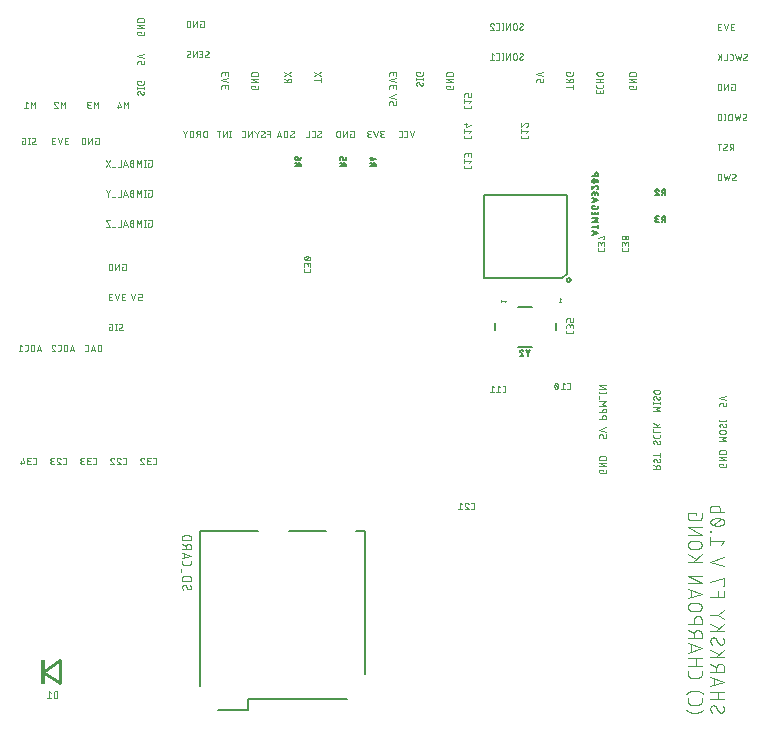
<source format=gbr>
G04 EAGLE Gerber RS-274X export*
G75*
%MOMM*%
%FSLAX34Y34*%
%LPD*%
%INSilkscreen Bottom*%
%IPPOS*%
%AMOC8*
5,1,8,0,0,1.08239X$1,22.5*%
G01*
%ADD10C,0.050800*%
%ADD11C,0.025400*%
%ADD12C,0.101600*%
%ADD13C,0.127000*%
%ADD14C,0.200000*%
%ADD15C,0.076200*%
%ADD16C,0.203200*%
%ADD17C,0.254000*%
%ADD18R,0.300000X2.100000*%


D10*
X52578Y958585D02*
X52578Y960447D01*
X52580Y960517D01*
X52586Y960586D01*
X52596Y960655D01*
X52609Y960723D01*
X52627Y960791D01*
X52648Y960857D01*
X52673Y960922D01*
X52701Y960986D01*
X52733Y961048D01*
X52768Y961108D01*
X52807Y961166D01*
X52849Y961221D01*
X52894Y961275D01*
X52942Y961325D01*
X52992Y961373D01*
X53046Y961418D01*
X53101Y961460D01*
X53159Y961499D01*
X53219Y961534D01*
X53281Y961566D01*
X53345Y961594D01*
X53410Y961619D01*
X53476Y961640D01*
X53544Y961658D01*
X53612Y961671D01*
X53681Y961681D01*
X53750Y961687D01*
X53820Y961689D01*
X54441Y961689D01*
X54511Y961687D01*
X54580Y961681D01*
X54649Y961671D01*
X54717Y961658D01*
X54785Y961640D01*
X54851Y961619D01*
X54916Y961594D01*
X54980Y961566D01*
X55042Y961534D01*
X55102Y961499D01*
X55160Y961460D01*
X55215Y961418D01*
X55269Y961373D01*
X55319Y961325D01*
X55367Y961275D01*
X55412Y961221D01*
X55454Y961166D01*
X55493Y961108D01*
X55528Y961048D01*
X55560Y960986D01*
X55588Y960922D01*
X55613Y960857D01*
X55634Y960791D01*
X55652Y960723D01*
X55665Y960655D01*
X55675Y960586D01*
X55681Y960517D01*
X55683Y960447D01*
X55682Y960447D02*
X55682Y958585D01*
X58166Y958585D01*
X58166Y961689D01*
X58166Y963761D02*
X52578Y965623D01*
X58166Y967486D01*
X55682Y985330D02*
X55682Y986262D01*
X52578Y986262D01*
X52578Y984399D01*
X52580Y984329D01*
X52586Y984260D01*
X52596Y984191D01*
X52609Y984123D01*
X52627Y984055D01*
X52648Y983989D01*
X52673Y983924D01*
X52701Y983860D01*
X52733Y983798D01*
X52768Y983738D01*
X52807Y983680D01*
X52849Y983625D01*
X52894Y983571D01*
X52942Y983521D01*
X52992Y983473D01*
X53046Y983428D01*
X53101Y983386D01*
X53159Y983347D01*
X53219Y983312D01*
X53281Y983280D01*
X53345Y983252D01*
X53410Y983227D01*
X53476Y983206D01*
X53544Y983188D01*
X53612Y983175D01*
X53681Y983165D01*
X53750Y983159D01*
X53820Y983157D01*
X56924Y983157D01*
X56994Y983159D01*
X57063Y983165D01*
X57132Y983175D01*
X57200Y983188D01*
X57268Y983206D01*
X57334Y983227D01*
X57399Y983252D01*
X57463Y983280D01*
X57525Y983312D01*
X57585Y983347D01*
X57643Y983386D01*
X57698Y983428D01*
X57752Y983473D01*
X57802Y983521D01*
X57850Y983571D01*
X57895Y983625D01*
X57937Y983680D01*
X57976Y983738D01*
X58011Y983798D01*
X58043Y983860D01*
X58071Y983924D01*
X58096Y983989D01*
X58117Y984055D01*
X58135Y984123D01*
X58148Y984191D01*
X58158Y984260D01*
X58164Y984329D01*
X58166Y984399D01*
X58166Y986262D01*
X58166Y989009D02*
X52578Y989009D01*
X52578Y992114D02*
X58166Y989009D01*
X58166Y992114D02*
X52578Y992114D01*
X52578Y994862D02*
X58166Y994862D01*
X58166Y996414D01*
X58164Y996490D01*
X58159Y996566D01*
X58149Y996642D01*
X58136Y996717D01*
X58119Y996791D01*
X58099Y996865D01*
X58075Y996937D01*
X58048Y997008D01*
X58017Y997078D01*
X57983Y997146D01*
X57945Y997212D01*
X57904Y997276D01*
X57861Y997339D01*
X57814Y997399D01*
X57764Y997456D01*
X57711Y997511D01*
X57656Y997564D01*
X57599Y997614D01*
X57539Y997661D01*
X57476Y997704D01*
X57412Y997745D01*
X57346Y997783D01*
X57278Y997817D01*
X57208Y997848D01*
X57137Y997875D01*
X57064Y997899D01*
X56991Y997919D01*
X56917Y997936D01*
X56842Y997949D01*
X56766Y997959D01*
X56690Y997964D01*
X56614Y997966D01*
X54130Y997966D01*
X54051Y997964D01*
X53973Y997958D01*
X53895Y997948D01*
X53818Y997934D01*
X53741Y997916D01*
X53665Y997895D01*
X53591Y997869D01*
X53518Y997840D01*
X53447Y997807D01*
X53377Y997771D01*
X53309Y997731D01*
X53243Y997688D01*
X53180Y997641D01*
X53119Y997592D01*
X53061Y997539D01*
X53005Y997483D01*
X52952Y997425D01*
X52903Y997364D01*
X52856Y997301D01*
X52813Y997235D01*
X52773Y997167D01*
X52737Y997098D01*
X52704Y997026D01*
X52675Y996953D01*
X52649Y996879D01*
X52628Y996803D01*
X52610Y996726D01*
X52596Y996649D01*
X52586Y996571D01*
X52580Y996493D01*
X52578Y996414D01*
X52578Y994862D01*
X53820Y935848D02*
X53750Y935846D01*
X53681Y935840D01*
X53612Y935830D01*
X53544Y935817D01*
X53476Y935799D01*
X53410Y935778D01*
X53345Y935753D01*
X53281Y935725D01*
X53219Y935693D01*
X53159Y935658D01*
X53101Y935619D01*
X53046Y935577D01*
X52992Y935532D01*
X52942Y935484D01*
X52894Y935434D01*
X52849Y935380D01*
X52807Y935325D01*
X52768Y935267D01*
X52733Y935207D01*
X52701Y935145D01*
X52673Y935081D01*
X52648Y935016D01*
X52627Y934950D01*
X52609Y934882D01*
X52596Y934814D01*
X52586Y934745D01*
X52580Y934676D01*
X52578Y934606D01*
X52580Y934507D01*
X52585Y934409D01*
X52595Y934311D01*
X52608Y934213D01*
X52624Y934116D01*
X52644Y934019D01*
X52668Y933924D01*
X52696Y933829D01*
X52727Y933735D01*
X52761Y933643D01*
X52799Y933552D01*
X52840Y933462D01*
X52885Y933374D01*
X52933Y933288D01*
X52984Y933204D01*
X53038Y933122D01*
X53096Y933041D01*
X53156Y932963D01*
X53219Y932888D01*
X53285Y932814D01*
X53354Y932744D01*
X56924Y932898D02*
X56994Y932900D01*
X57063Y932906D01*
X57132Y932916D01*
X57200Y932929D01*
X57268Y932947D01*
X57334Y932968D01*
X57399Y932993D01*
X57463Y933021D01*
X57525Y933053D01*
X57585Y933088D01*
X57643Y933127D01*
X57698Y933169D01*
X57752Y933214D01*
X57802Y933262D01*
X57850Y933312D01*
X57895Y933366D01*
X57937Y933421D01*
X57976Y933479D01*
X58011Y933539D01*
X58043Y933601D01*
X58071Y933665D01*
X58096Y933730D01*
X58117Y933796D01*
X58135Y933864D01*
X58148Y933932D01*
X58158Y934001D01*
X58164Y934070D01*
X58166Y934140D01*
X58164Y934234D01*
X58158Y934327D01*
X58149Y934420D01*
X58136Y934513D01*
X58119Y934605D01*
X58099Y934696D01*
X58074Y934787D01*
X58047Y934876D01*
X58015Y934964D01*
X57980Y935051D01*
X57942Y935137D01*
X57900Y935220D01*
X57855Y935302D01*
X57807Y935383D01*
X57755Y935461D01*
X57700Y935537D01*
X55838Y933520D02*
X55874Y933461D01*
X55914Y933405D01*
X55957Y933351D01*
X56002Y933299D01*
X56051Y933250D01*
X56102Y933204D01*
X56155Y933161D01*
X56211Y933120D01*
X56269Y933083D01*
X56329Y933048D01*
X56390Y933018D01*
X56453Y932990D01*
X56518Y932966D01*
X56584Y932946D01*
X56651Y932929D01*
X56718Y932916D01*
X56786Y932907D01*
X56855Y932901D01*
X56924Y932899D01*
X54906Y935227D02*
X54870Y935286D01*
X54830Y935342D01*
X54787Y935396D01*
X54742Y935448D01*
X54693Y935497D01*
X54642Y935543D01*
X54589Y935586D01*
X54533Y935627D01*
X54475Y935664D01*
X54415Y935699D01*
X54354Y935729D01*
X54291Y935757D01*
X54226Y935781D01*
X54160Y935801D01*
X54093Y935818D01*
X54026Y935831D01*
X53958Y935840D01*
X53889Y935846D01*
X53820Y935848D01*
X54906Y935227D02*
X55838Y933519D01*
X58166Y938502D02*
X52578Y938502D01*
X52578Y937881D02*
X52578Y939123D01*
X58166Y939123D02*
X58166Y937881D01*
X55682Y943695D02*
X55682Y944626D01*
X52578Y944626D01*
X52578Y942763D01*
X52580Y942693D01*
X52586Y942624D01*
X52596Y942555D01*
X52609Y942487D01*
X52627Y942419D01*
X52648Y942353D01*
X52673Y942288D01*
X52701Y942224D01*
X52733Y942162D01*
X52768Y942102D01*
X52807Y942044D01*
X52849Y941989D01*
X52894Y941935D01*
X52942Y941885D01*
X52992Y941837D01*
X53046Y941792D01*
X53101Y941750D01*
X53159Y941711D01*
X53219Y941676D01*
X53281Y941644D01*
X53345Y941616D01*
X53410Y941591D01*
X53476Y941570D01*
X53544Y941552D01*
X53612Y941539D01*
X53681Y941529D01*
X53750Y941523D01*
X53820Y941521D01*
X53820Y941522D02*
X56924Y941522D01*
X56924Y941521D02*
X56994Y941523D01*
X57063Y941529D01*
X57132Y941539D01*
X57200Y941552D01*
X57268Y941570D01*
X57334Y941591D01*
X57399Y941616D01*
X57463Y941644D01*
X57525Y941676D01*
X57585Y941711D01*
X57643Y941750D01*
X57698Y941792D01*
X57752Y941837D01*
X57802Y941885D01*
X57850Y941935D01*
X57895Y941989D01*
X57937Y942044D01*
X57976Y942102D01*
X58011Y942162D01*
X58043Y942224D01*
X58071Y942288D01*
X58096Y942353D01*
X58117Y942419D01*
X58135Y942487D01*
X58148Y942555D01*
X58158Y942624D01*
X58164Y942693D01*
X58166Y942763D01*
X58166Y944626D01*
X-35446Y890778D02*
X-35516Y890780D01*
X-35585Y890786D01*
X-35654Y890796D01*
X-35722Y890809D01*
X-35790Y890827D01*
X-35856Y890848D01*
X-35921Y890873D01*
X-35985Y890901D01*
X-36047Y890933D01*
X-36107Y890968D01*
X-36165Y891007D01*
X-36220Y891049D01*
X-36274Y891094D01*
X-36324Y891142D01*
X-36372Y891192D01*
X-36417Y891246D01*
X-36459Y891301D01*
X-36498Y891359D01*
X-36533Y891419D01*
X-36565Y891481D01*
X-36593Y891545D01*
X-36618Y891610D01*
X-36639Y891676D01*
X-36657Y891744D01*
X-36670Y891812D01*
X-36680Y891881D01*
X-36686Y891950D01*
X-36688Y892020D01*
X-35446Y890778D02*
X-35347Y890780D01*
X-35249Y890785D01*
X-35151Y890795D01*
X-35053Y890808D01*
X-34956Y890824D01*
X-34859Y890844D01*
X-34764Y890868D01*
X-34669Y890896D01*
X-34575Y890927D01*
X-34483Y890961D01*
X-34392Y890999D01*
X-34302Y891040D01*
X-34214Y891085D01*
X-34128Y891133D01*
X-34044Y891184D01*
X-33962Y891238D01*
X-33881Y891296D01*
X-33803Y891356D01*
X-33728Y891419D01*
X-33654Y891485D01*
X-33584Y891554D01*
X-33738Y895124D02*
X-33740Y895194D01*
X-33746Y895263D01*
X-33756Y895332D01*
X-33769Y895400D01*
X-33787Y895468D01*
X-33808Y895534D01*
X-33833Y895599D01*
X-33861Y895663D01*
X-33893Y895725D01*
X-33928Y895785D01*
X-33967Y895843D01*
X-34009Y895898D01*
X-34054Y895952D01*
X-34102Y896002D01*
X-34152Y896050D01*
X-34206Y896095D01*
X-34261Y896137D01*
X-34319Y896176D01*
X-34379Y896211D01*
X-34441Y896243D01*
X-34505Y896271D01*
X-34570Y896296D01*
X-34636Y896317D01*
X-34704Y896335D01*
X-34772Y896348D01*
X-34841Y896358D01*
X-34910Y896364D01*
X-34980Y896366D01*
X-35074Y896364D01*
X-35167Y896358D01*
X-35260Y896349D01*
X-35353Y896336D01*
X-35445Y896319D01*
X-35536Y896299D01*
X-35627Y896274D01*
X-35716Y896247D01*
X-35804Y896215D01*
X-35891Y896180D01*
X-35977Y896142D01*
X-36060Y896100D01*
X-36142Y896055D01*
X-36223Y896007D01*
X-36301Y895955D01*
X-36377Y895900D01*
X-34360Y894038D02*
X-34301Y894074D01*
X-34245Y894114D01*
X-34191Y894157D01*
X-34139Y894202D01*
X-34090Y894251D01*
X-34044Y894302D01*
X-34001Y894355D01*
X-33960Y894411D01*
X-33923Y894469D01*
X-33888Y894529D01*
X-33858Y894590D01*
X-33830Y894653D01*
X-33806Y894718D01*
X-33786Y894784D01*
X-33769Y894851D01*
X-33756Y894918D01*
X-33747Y894986D01*
X-33741Y895055D01*
X-33739Y895124D01*
X-36067Y893106D02*
X-36126Y893070D01*
X-36182Y893030D01*
X-36236Y892987D01*
X-36288Y892942D01*
X-36337Y892893D01*
X-36383Y892842D01*
X-36426Y892789D01*
X-36467Y892733D01*
X-36504Y892675D01*
X-36539Y892615D01*
X-36569Y892554D01*
X-36597Y892491D01*
X-36621Y892426D01*
X-36641Y892360D01*
X-36658Y892293D01*
X-36671Y892226D01*
X-36680Y892158D01*
X-36686Y892089D01*
X-36688Y892020D01*
X-36067Y893106D02*
X-34359Y894038D01*
X-39342Y896366D02*
X-39342Y890778D01*
X-38721Y890778D02*
X-39963Y890778D01*
X-39963Y896366D02*
X-38721Y896366D01*
X-44535Y893882D02*
X-45466Y893882D01*
X-45466Y890778D01*
X-43603Y890778D01*
X-43533Y890780D01*
X-43464Y890786D01*
X-43395Y890796D01*
X-43327Y890809D01*
X-43259Y890827D01*
X-43193Y890848D01*
X-43128Y890873D01*
X-43064Y890901D01*
X-43002Y890933D01*
X-42942Y890968D01*
X-42884Y891007D01*
X-42829Y891049D01*
X-42775Y891094D01*
X-42725Y891142D01*
X-42677Y891192D01*
X-42632Y891246D01*
X-42590Y891301D01*
X-42551Y891359D01*
X-42516Y891419D01*
X-42484Y891481D01*
X-42456Y891545D01*
X-42431Y891610D01*
X-42410Y891676D01*
X-42392Y891744D01*
X-42379Y891812D01*
X-42369Y891881D01*
X-42363Y891950D01*
X-42361Y892020D01*
X-42362Y892020D02*
X-42362Y895124D01*
X-42361Y895124D02*
X-42363Y895194D01*
X-42369Y895263D01*
X-42379Y895332D01*
X-42392Y895400D01*
X-42410Y895468D01*
X-42431Y895534D01*
X-42456Y895599D01*
X-42484Y895663D01*
X-42516Y895725D01*
X-42551Y895785D01*
X-42590Y895843D01*
X-42632Y895898D01*
X-42677Y895952D01*
X-42725Y896002D01*
X-42775Y896050D01*
X-42829Y896095D01*
X-42884Y896137D01*
X-42942Y896176D01*
X-43002Y896211D01*
X-43064Y896243D01*
X-43128Y896271D01*
X-43193Y896296D01*
X-43259Y896317D01*
X-43327Y896335D01*
X-43395Y896348D01*
X-43464Y896358D01*
X-43533Y896364D01*
X-43603Y896366D01*
X-45466Y896366D01*
X-7541Y890778D02*
X-5989Y890778D01*
X-7541Y890778D02*
X-7618Y890780D01*
X-7696Y890786D01*
X-7772Y890795D01*
X-7849Y890809D01*
X-7924Y890826D01*
X-7998Y890847D01*
X-8072Y890872D01*
X-8144Y890900D01*
X-8214Y890932D01*
X-8283Y890967D01*
X-8350Y891006D01*
X-8415Y891048D01*
X-8478Y891093D01*
X-8539Y891141D01*
X-8597Y891192D01*
X-8652Y891246D01*
X-8705Y891303D01*
X-8754Y891362D01*
X-8801Y891424D01*
X-8845Y891488D01*
X-8885Y891554D01*
X-8922Y891622D01*
X-8956Y891692D01*
X-8986Y891763D01*
X-9012Y891836D01*
X-9035Y891910D01*
X-9054Y891985D01*
X-9069Y892060D01*
X-9081Y892137D01*
X-9089Y892214D01*
X-9093Y892291D01*
X-9093Y892369D01*
X-9089Y892446D01*
X-9081Y892523D01*
X-9069Y892600D01*
X-9054Y892675D01*
X-9035Y892750D01*
X-9012Y892824D01*
X-8986Y892897D01*
X-8956Y892968D01*
X-8922Y893038D01*
X-8885Y893106D01*
X-8845Y893172D01*
X-8801Y893236D01*
X-8754Y893298D01*
X-8705Y893357D01*
X-8652Y893414D01*
X-8597Y893468D01*
X-8539Y893519D01*
X-8478Y893567D01*
X-8415Y893612D01*
X-8350Y893654D01*
X-8283Y893693D01*
X-8214Y893728D01*
X-8144Y893760D01*
X-8072Y893788D01*
X-7998Y893813D01*
X-7924Y893834D01*
X-7849Y893851D01*
X-7772Y893865D01*
X-7696Y893874D01*
X-7618Y893880D01*
X-7541Y893882D01*
X-7851Y896366D02*
X-5989Y896366D01*
X-7851Y896366D02*
X-7921Y896364D01*
X-7990Y896358D01*
X-8059Y896348D01*
X-8127Y896335D01*
X-8195Y896317D01*
X-8261Y896296D01*
X-8326Y896271D01*
X-8390Y896243D01*
X-8452Y896211D01*
X-8512Y896176D01*
X-8570Y896137D01*
X-8625Y896095D01*
X-8679Y896050D01*
X-8729Y896002D01*
X-8777Y895952D01*
X-8822Y895898D01*
X-8864Y895843D01*
X-8903Y895785D01*
X-8938Y895725D01*
X-8970Y895663D01*
X-8998Y895599D01*
X-9023Y895534D01*
X-9044Y895468D01*
X-9062Y895400D01*
X-9075Y895332D01*
X-9085Y895263D01*
X-9091Y895194D01*
X-9093Y895124D01*
X-9091Y895054D01*
X-9085Y894985D01*
X-9075Y894916D01*
X-9062Y894848D01*
X-9044Y894780D01*
X-9023Y894714D01*
X-8998Y894649D01*
X-8970Y894585D01*
X-8938Y894523D01*
X-8903Y894463D01*
X-8864Y894405D01*
X-8822Y894350D01*
X-8777Y894296D01*
X-8729Y894246D01*
X-8679Y894198D01*
X-8625Y894153D01*
X-8570Y894111D01*
X-8512Y894072D01*
X-8452Y894037D01*
X-8390Y894005D01*
X-8326Y893977D01*
X-8261Y893952D01*
X-8195Y893931D01*
X-8127Y893913D01*
X-8059Y893900D01*
X-7990Y893890D01*
X-7921Y893884D01*
X-7851Y893882D01*
X-6610Y893882D01*
X-11165Y896366D02*
X-13027Y890778D01*
X-14890Y896366D01*
X-16962Y890778D02*
X-18514Y890778D01*
X-18591Y890780D01*
X-18669Y890786D01*
X-18745Y890795D01*
X-18822Y890809D01*
X-18897Y890826D01*
X-18971Y890847D01*
X-19045Y890872D01*
X-19117Y890900D01*
X-19187Y890932D01*
X-19256Y890967D01*
X-19323Y891006D01*
X-19388Y891048D01*
X-19451Y891093D01*
X-19512Y891141D01*
X-19570Y891192D01*
X-19625Y891246D01*
X-19678Y891303D01*
X-19727Y891362D01*
X-19774Y891424D01*
X-19818Y891488D01*
X-19858Y891554D01*
X-19895Y891622D01*
X-19929Y891692D01*
X-19959Y891763D01*
X-19985Y891836D01*
X-20008Y891910D01*
X-20027Y891985D01*
X-20042Y892060D01*
X-20054Y892137D01*
X-20062Y892214D01*
X-20066Y892291D01*
X-20066Y892369D01*
X-20062Y892446D01*
X-20054Y892523D01*
X-20042Y892600D01*
X-20027Y892675D01*
X-20008Y892750D01*
X-19985Y892824D01*
X-19959Y892897D01*
X-19929Y892968D01*
X-19895Y893038D01*
X-19858Y893106D01*
X-19818Y893172D01*
X-19774Y893236D01*
X-19727Y893298D01*
X-19678Y893357D01*
X-19625Y893414D01*
X-19570Y893468D01*
X-19512Y893519D01*
X-19451Y893567D01*
X-19388Y893612D01*
X-19323Y893654D01*
X-19256Y893693D01*
X-19187Y893728D01*
X-19117Y893760D01*
X-19045Y893788D01*
X-18971Y893813D01*
X-18897Y893834D01*
X-18822Y893851D01*
X-18745Y893865D01*
X-18669Y893874D01*
X-18591Y893880D01*
X-18514Y893882D01*
X-18824Y896366D02*
X-16962Y896366D01*
X-18824Y896366D02*
X-18894Y896364D01*
X-18963Y896358D01*
X-19032Y896348D01*
X-19100Y896335D01*
X-19168Y896317D01*
X-19234Y896296D01*
X-19299Y896271D01*
X-19363Y896243D01*
X-19425Y896211D01*
X-19485Y896176D01*
X-19543Y896137D01*
X-19598Y896095D01*
X-19652Y896050D01*
X-19702Y896002D01*
X-19750Y895952D01*
X-19795Y895898D01*
X-19837Y895843D01*
X-19876Y895785D01*
X-19911Y895725D01*
X-19943Y895663D01*
X-19971Y895599D01*
X-19996Y895534D01*
X-20017Y895468D01*
X-20035Y895400D01*
X-20048Y895332D01*
X-20058Y895263D01*
X-20064Y895194D01*
X-20066Y895124D01*
X-20064Y895054D01*
X-20058Y894985D01*
X-20048Y894916D01*
X-20035Y894848D01*
X-20017Y894780D01*
X-19996Y894714D01*
X-19971Y894649D01*
X-19943Y894585D01*
X-19911Y894523D01*
X-19876Y894463D01*
X-19837Y894405D01*
X-19795Y894350D01*
X-19750Y894296D01*
X-19702Y894246D01*
X-19652Y894198D01*
X-19598Y894153D01*
X-19543Y894111D01*
X-19485Y894072D01*
X-19425Y894037D01*
X-19363Y894005D01*
X-19299Y893977D01*
X-19234Y893952D01*
X-19168Y893931D01*
X-19100Y893913D01*
X-19032Y893900D01*
X-18963Y893890D01*
X-18894Y893884D01*
X-18824Y893882D01*
X-17582Y893882D01*
X17038Y893882D02*
X17970Y893882D01*
X17038Y893882D02*
X17038Y890778D01*
X18901Y890778D01*
X18971Y890780D01*
X19040Y890786D01*
X19109Y890796D01*
X19177Y890809D01*
X19245Y890827D01*
X19311Y890848D01*
X19376Y890873D01*
X19440Y890901D01*
X19502Y890933D01*
X19562Y890968D01*
X19620Y891007D01*
X19675Y891049D01*
X19729Y891094D01*
X19779Y891142D01*
X19827Y891192D01*
X19872Y891246D01*
X19914Y891301D01*
X19953Y891359D01*
X19988Y891419D01*
X20020Y891481D01*
X20048Y891545D01*
X20073Y891610D01*
X20094Y891676D01*
X20112Y891744D01*
X20125Y891812D01*
X20135Y891881D01*
X20141Y891950D01*
X20143Y892020D01*
X20143Y895124D01*
X20141Y895194D01*
X20135Y895263D01*
X20125Y895332D01*
X20112Y895400D01*
X20094Y895468D01*
X20073Y895534D01*
X20048Y895599D01*
X20020Y895663D01*
X19988Y895725D01*
X19953Y895785D01*
X19914Y895843D01*
X19872Y895898D01*
X19827Y895952D01*
X19779Y896002D01*
X19729Y896050D01*
X19675Y896095D01*
X19620Y896137D01*
X19562Y896176D01*
X19502Y896211D01*
X19440Y896243D01*
X19376Y896271D01*
X19311Y896296D01*
X19245Y896317D01*
X19177Y896335D01*
X19109Y896348D01*
X19040Y896358D01*
X18971Y896364D01*
X18901Y896366D01*
X17038Y896366D01*
X14291Y896366D02*
X14291Y890778D01*
X11186Y890778D02*
X14291Y896366D01*
X11186Y896366D02*
X11186Y890778D01*
X8438Y890778D02*
X8438Y896366D01*
X6886Y896366D01*
X6810Y896364D01*
X6734Y896359D01*
X6658Y896349D01*
X6583Y896336D01*
X6509Y896319D01*
X6435Y896299D01*
X6363Y896275D01*
X6292Y896248D01*
X6222Y896217D01*
X6154Y896183D01*
X6088Y896145D01*
X6024Y896104D01*
X5961Y896061D01*
X5901Y896014D01*
X5844Y895964D01*
X5789Y895911D01*
X5736Y895856D01*
X5686Y895799D01*
X5639Y895739D01*
X5596Y895676D01*
X5555Y895612D01*
X5517Y895546D01*
X5483Y895478D01*
X5452Y895408D01*
X5425Y895337D01*
X5401Y895265D01*
X5381Y895191D01*
X5364Y895117D01*
X5351Y895042D01*
X5341Y894966D01*
X5336Y894890D01*
X5334Y894814D01*
X5334Y892330D01*
X5336Y892254D01*
X5341Y892178D01*
X5351Y892102D01*
X5364Y892027D01*
X5381Y891953D01*
X5401Y891879D01*
X5425Y891807D01*
X5452Y891736D01*
X5483Y891666D01*
X5517Y891598D01*
X5555Y891532D01*
X5596Y891468D01*
X5639Y891405D01*
X5686Y891345D01*
X5736Y891288D01*
X5789Y891233D01*
X5844Y891180D01*
X5901Y891130D01*
X5961Y891083D01*
X6024Y891040D01*
X6088Y890999D01*
X6154Y890961D01*
X6222Y890927D01*
X6292Y890896D01*
X6363Y890869D01*
X6435Y890845D01*
X6509Y890825D01*
X6583Y890808D01*
X6658Y890795D01*
X6734Y890785D01*
X6810Y890780D01*
X6886Y890778D01*
X8438Y890778D01*
X36972Y734540D02*
X36974Y734470D01*
X36980Y734401D01*
X36990Y734332D01*
X37003Y734264D01*
X37021Y734196D01*
X37042Y734130D01*
X37067Y734065D01*
X37095Y734001D01*
X37127Y733939D01*
X37162Y733879D01*
X37201Y733821D01*
X37243Y733766D01*
X37288Y733712D01*
X37336Y733662D01*
X37386Y733614D01*
X37440Y733569D01*
X37495Y733527D01*
X37553Y733488D01*
X37613Y733453D01*
X37675Y733421D01*
X37739Y733393D01*
X37804Y733368D01*
X37870Y733347D01*
X37938Y733329D01*
X38006Y733316D01*
X38075Y733306D01*
X38144Y733300D01*
X38214Y733298D01*
X38313Y733300D01*
X38411Y733305D01*
X38509Y733315D01*
X38607Y733328D01*
X38704Y733344D01*
X38801Y733364D01*
X38896Y733388D01*
X38991Y733416D01*
X39085Y733447D01*
X39177Y733481D01*
X39268Y733519D01*
X39358Y733560D01*
X39446Y733605D01*
X39532Y733653D01*
X39616Y733704D01*
X39698Y733758D01*
X39779Y733816D01*
X39857Y733876D01*
X39932Y733939D01*
X40006Y734005D01*
X40076Y734074D01*
X39922Y737644D02*
X39920Y737714D01*
X39914Y737783D01*
X39904Y737852D01*
X39891Y737920D01*
X39873Y737988D01*
X39852Y738054D01*
X39827Y738119D01*
X39799Y738183D01*
X39767Y738245D01*
X39732Y738305D01*
X39693Y738363D01*
X39651Y738418D01*
X39606Y738472D01*
X39558Y738522D01*
X39508Y738570D01*
X39454Y738615D01*
X39399Y738657D01*
X39341Y738696D01*
X39281Y738731D01*
X39219Y738763D01*
X39155Y738791D01*
X39090Y738816D01*
X39024Y738837D01*
X38956Y738855D01*
X38888Y738868D01*
X38819Y738878D01*
X38750Y738884D01*
X38680Y738886D01*
X38586Y738884D01*
X38493Y738878D01*
X38400Y738869D01*
X38307Y738856D01*
X38215Y738839D01*
X38124Y738819D01*
X38033Y738794D01*
X37944Y738767D01*
X37856Y738735D01*
X37769Y738700D01*
X37683Y738662D01*
X37600Y738620D01*
X37517Y738575D01*
X37437Y738527D01*
X37359Y738475D01*
X37283Y738420D01*
X39300Y736558D02*
X39359Y736594D01*
X39415Y736634D01*
X39469Y736677D01*
X39521Y736722D01*
X39570Y736771D01*
X39616Y736822D01*
X39659Y736875D01*
X39700Y736931D01*
X39737Y736989D01*
X39772Y737049D01*
X39802Y737110D01*
X39830Y737173D01*
X39854Y737238D01*
X39874Y737304D01*
X39891Y737371D01*
X39904Y737438D01*
X39913Y737506D01*
X39919Y737575D01*
X39921Y737644D01*
X37593Y735626D02*
X37534Y735590D01*
X37478Y735550D01*
X37424Y735507D01*
X37372Y735462D01*
X37323Y735413D01*
X37277Y735362D01*
X37234Y735309D01*
X37193Y735253D01*
X37156Y735195D01*
X37121Y735136D01*
X37091Y735074D01*
X37063Y735011D01*
X37039Y734946D01*
X37019Y734880D01*
X37002Y734813D01*
X36989Y734746D01*
X36980Y734678D01*
X36974Y734609D01*
X36972Y734540D01*
X37593Y735626D02*
X39301Y736558D01*
X34318Y738886D02*
X34318Y733298D01*
X34939Y733298D02*
X33697Y733298D01*
X33697Y738886D02*
X34939Y738886D01*
X29125Y736402D02*
X28194Y736402D01*
X28194Y733298D01*
X30057Y733298D01*
X30127Y733300D01*
X30196Y733306D01*
X30265Y733316D01*
X30333Y733329D01*
X30401Y733347D01*
X30467Y733368D01*
X30532Y733393D01*
X30596Y733421D01*
X30658Y733453D01*
X30718Y733488D01*
X30776Y733527D01*
X30831Y733569D01*
X30885Y733614D01*
X30935Y733662D01*
X30983Y733712D01*
X31028Y733766D01*
X31070Y733821D01*
X31109Y733879D01*
X31144Y733939D01*
X31176Y734001D01*
X31204Y734065D01*
X31229Y734130D01*
X31250Y734196D01*
X31268Y734264D01*
X31281Y734332D01*
X31291Y734401D01*
X31297Y734470D01*
X31299Y734540D01*
X31298Y734540D02*
X31298Y737644D01*
X31299Y737644D02*
X31297Y737714D01*
X31291Y737783D01*
X31281Y737852D01*
X31268Y737920D01*
X31250Y737988D01*
X31229Y738054D01*
X31204Y738119D01*
X31176Y738183D01*
X31144Y738245D01*
X31109Y738305D01*
X31070Y738363D01*
X31028Y738418D01*
X30983Y738472D01*
X30935Y738522D01*
X30885Y738570D01*
X30831Y738615D01*
X30776Y738657D01*
X30718Y738696D01*
X30658Y738731D01*
X30596Y738763D01*
X30532Y738791D01*
X30467Y738816D01*
X30401Y738837D01*
X30333Y738855D01*
X30265Y738868D01*
X30196Y738878D01*
X30127Y738884D01*
X30057Y738886D01*
X28194Y738886D01*
X54307Y758698D02*
X56170Y758698D01*
X54307Y758698D02*
X54237Y758700D01*
X54168Y758706D01*
X54099Y758716D01*
X54031Y758729D01*
X53963Y758747D01*
X53897Y758768D01*
X53832Y758793D01*
X53768Y758821D01*
X53706Y758853D01*
X53646Y758888D01*
X53588Y758927D01*
X53533Y758969D01*
X53479Y759014D01*
X53429Y759062D01*
X53381Y759112D01*
X53336Y759166D01*
X53294Y759221D01*
X53255Y759279D01*
X53220Y759339D01*
X53188Y759401D01*
X53160Y759465D01*
X53135Y759530D01*
X53114Y759596D01*
X53096Y759664D01*
X53083Y759732D01*
X53073Y759801D01*
X53067Y759870D01*
X53065Y759940D01*
X53066Y759940D02*
X53066Y760561D01*
X53065Y760561D02*
X53067Y760631D01*
X53073Y760700D01*
X53083Y760769D01*
X53096Y760837D01*
X53114Y760905D01*
X53135Y760971D01*
X53160Y761036D01*
X53188Y761100D01*
X53220Y761162D01*
X53255Y761222D01*
X53294Y761280D01*
X53336Y761335D01*
X53381Y761389D01*
X53429Y761439D01*
X53479Y761487D01*
X53533Y761532D01*
X53588Y761574D01*
X53646Y761613D01*
X53706Y761648D01*
X53768Y761680D01*
X53832Y761708D01*
X53897Y761733D01*
X53963Y761754D01*
X54031Y761772D01*
X54099Y761785D01*
X54168Y761795D01*
X54237Y761801D01*
X54307Y761803D01*
X54307Y761802D02*
X56170Y761802D01*
X56170Y764286D01*
X53066Y764286D01*
X50994Y764286D02*
X49131Y758698D01*
X47269Y764286D01*
X42271Y758698D02*
X40719Y758698D01*
X40642Y758700D01*
X40564Y758706D01*
X40488Y758715D01*
X40411Y758729D01*
X40336Y758746D01*
X40262Y758767D01*
X40188Y758792D01*
X40116Y758820D01*
X40046Y758852D01*
X39977Y758887D01*
X39910Y758926D01*
X39845Y758968D01*
X39782Y759013D01*
X39721Y759061D01*
X39663Y759112D01*
X39608Y759166D01*
X39555Y759223D01*
X39506Y759282D01*
X39459Y759344D01*
X39415Y759408D01*
X39375Y759474D01*
X39338Y759542D01*
X39304Y759612D01*
X39274Y759683D01*
X39248Y759756D01*
X39225Y759830D01*
X39206Y759905D01*
X39191Y759980D01*
X39179Y760057D01*
X39171Y760134D01*
X39167Y760211D01*
X39167Y760289D01*
X39171Y760366D01*
X39179Y760443D01*
X39191Y760520D01*
X39206Y760595D01*
X39225Y760670D01*
X39248Y760744D01*
X39274Y760817D01*
X39304Y760888D01*
X39338Y760958D01*
X39375Y761026D01*
X39415Y761092D01*
X39459Y761156D01*
X39506Y761218D01*
X39555Y761277D01*
X39608Y761334D01*
X39663Y761388D01*
X39721Y761439D01*
X39782Y761487D01*
X39845Y761532D01*
X39910Y761574D01*
X39977Y761613D01*
X40046Y761648D01*
X40116Y761680D01*
X40188Y761708D01*
X40262Y761733D01*
X40336Y761754D01*
X40411Y761771D01*
X40488Y761785D01*
X40564Y761794D01*
X40642Y761800D01*
X40719Y761802D01*
X40409Y764286D02*
X42271Y764286D01*
X40409Y764286D02*
X40339Y764284D01*
X40270Y764278D01*
X40201Y764268D01*
X40133Y764255D01*
X40065Y764237D01*
X39999Y764216D01*
X39934Y764191D01*
X39870Y764163D01*
X39808Y764131D01*
X39748Y764096D01*
X39690Y764057D01*
X39635Y764015D01*
X39581Y763970D01*
X39531Y763922D01*
X39483Y763872D01*
X39438Y763818D01*
X39396Y763763D01*
X39357Y763705D01*
X39322Y763645D01*
X39290Y763583D01*
X39262Y763519D01*
X39237Y763454D01*
X39216Y763388D01*
X39198Y763320D01*
X39185Y763252D01*
X39175Y763183D01*
X39169Y763114D01*
X39167Y763044D01*
X39169Y762974D01*
X39175Y762905D01*
X39185Y762836D01*
X39198Y762768D01*
X39216Y762700D01*
X39237Y762634D01*
X39262Y762569D01*
X39290Y762505D01*
X39322Y762443D01*
X39357Y762383D01*
X39396Y762325D01*
X39438Y762270D01*
X39483Y762216D01*
X39531Y762166D01*
X39581Y762118D01*
X39635Y762073D01*
X39690Y762031D01*
X39748Y761992D01*
X39808Y761957D01*
X39870Y761925D01*
X39934Y761897D01*
X39999Y761872D01*
X40065Y761851D01*
X40133Y761833D01*
X40201Y761820D01*
X40270Y761810D01*
X40339Y761804D01*
X40409Y761802D01*
X41650Y761802D01*
X37095Y764286D02*
X35233Y758698D01*
X33370Y764286D01*
X31298Y758698D02*
X29746Y758698D01*
X29669Y758700D01*
X29591Y758706D01*
X29515Y758715D01*
X29438Y758729D01*
X29363Y758746D01*
X29289Y758767D01*
X29215Y758792D01*
X29143Y758820D01*
X29073Y758852D01*
X29004Y758887D01*
X28937Y758926D01*
X28872Y758968D01*
X28809Y759013D01*
X28748Y759061D01*
X28690Y759112D01*
X28635Y759166D01*
X28582Y759223D01*
X28533Y759282D01*
X28486Y759344D01*
X28442Y759408D01*
X28402Y759474D01*
X28365Y759542D01*
X28331Y759612D01*
X28301Y759683D01*
X28275Y759756D01*
X28252Y759830D01*
X28233Y759905D01*
X28218Y759980D01*
X28206Y760057D01*
X28198Y760134D01*
X28194Y760211D01*
X28194Y760289D01*
X28198Y760366D01*
X28206Y760443D01*
X28218Y760520D01*
X28233Y760595D01*
X28252Y760670D01*
X28275Y760744D01*
X28301Y760817D01*
X28331Y760888D01*
X28365Y760958D01*
X28402Y761026D01*
X28442Y761092D01*
X28486Y761156D01*
X28533Y761218D01*
X28582Y761277D01*
X28635Y761334D01*
X28690Y761388D01*
X28748Y761439D01*
X28809Y761487D01*
X28872Y761532D01*
X28937Y761574D01*
X29004Y761613D01*
X29073Y761648D01*
X29143Y761680D01*
X29215Y761708D01*
X29289Y761733D01*
X29363Y761754D01*
X29438Y761771D01*
X29515Y761785D01*
X29591Y761794D01*
X29669Y761800D01*
X29746Y761802D01*
X29436Y764286D02*
X31298Y764286D01*
X29436Y764286D02*
X29366Y764284D01*
X29297Y764278D01*
X29228Y764268D01*
X29160Y764255D01*
X29092Y764237D01*
X29026Y764216D01*
X28961Y764191D01*
X28897Y764163D01*
X28835Y764131D01*
X28775Y764096D01*
X28717Y764057D01*
X28662Y764015D01*
X28608Y763970D01*
X28558Y763922D01*
X28510Y763872D01*
X28465Y763818D01*
X28423Y763763D01*
X28384Y763705D01*
X28349Y763645D01*
X28317Y763583D01*
X28289Y763519D01*
X28264Y763454D01*
X28243Y763388D01*
X28225Y763320D01*
X28212Y763252D01*
X28202Y763183D01*
X28196Y763114D01*
X28194Y763044D01*
X28196Y762974D01*
X28202Y762905D01*
X28212Y762836D01*
X28225Y762768D01*
X28243Y762700D01*
X28264Y762634D01*
X28289Y762569D01*
X28317Y762505D01*
X28349Y762443D01*
X28384Y762383D01*
X28423Y762325D01*
X28465Y762270D01*
X28510Y762216D01*
X28558Y762166D01*
X28608Y762118D01*
X28662Y762073D01*
X28717Y762031D01*
X28775Y761992D01*
X28835Y761957D01*
X28897Y761925D01*
X28961Y761897D01*
X29026Y761872D01*
X29092Y761851D01*
X29160Y761833D01*
X29228Y761820D01*
X29297Y761810D01*
X29366Y761804D01*
X29436Y761802D01*
X30678Y761802D01*
X39898Y787202D02*
X40830Y787202D01*
X39898Y787202D02*
X39898Y784098D01*
X41761Y784098D01*
X41831Y784100D01*
X41900Y784106D01*
X41969Y784116D01*
X42037Y784129D01*
X42105Y784147D01*
X42171Y784168D01*
X42236Y784193D01*
X42300Y784221D01*
X42362Y784253D01*
X42422Y784288D01*
X42480Y784327D01*
X42535Y784369D01*
X42589Y784414D01*
X42639Y784462D01*
X42687Y784512D01*
X42732Y784566D01*
X42774Y784621D01*
X42813Y784679D01*
X42848Y784739D01*
X42880Y784801D01*
X42908Y784865D01*
X42933Y784930D01*
X42954Y784996D01*
X42972Y785064D01*
X42985Y785132D01*
X42995Y785201D01*
X43001Y785270D01*
X43003Y785340D01*
X43003Y788444D01*
X43001Y788514D01*
X42995Y788583D01*
X42985Y788652D01*
X42972Y788720D01*
X42954Y788788D01*
X42933Y788854D01*
X42908Y788919D01*
X42880Y788983D01*
X42848Y789045D01*
X42813Y789105D01*
X42774Y789163D01*
X42732Y789218D01*
X42687Y789272D01*
X42639Y789322D01*
X42589Y789370D01*
X42535Y789415D01*
X42480Y789457D01*
X42422Y789496D01*
X42362Y789531D01*
X42300Y789563D01*
X42236Y789591D01*
X42171Y789616D01*
X42105Y789637D01*
X42037Y789655D01*
X41969Y789668D01*
X41900Y789678D01*
X41831Y789684D01*
X41761Y789686D01*
X39898Y789686D01*
X37151Y789686D02*
X37151Y784098D01*
X34046Y784098D02*
X37151Y789686D01*
X34046Y789686D02*
X34046Y784098D01*
X31298Y784098D02*
X31298Y789686D01*
X29746Y789686D01*
X29670Y789684D01*
X29594Y789679D01*
X29518Y789669D01*
X29443Y789656D01*
X29369Y789639D01*
X29295Y789619D01*
X29223Y789595D01*
X29152Y789568D01*
X29082Y789537D01*
X29014Y789503D01*
X28948Y789465D01*
X28884Y789424D01*
X28821Y789381D01*
X28761Y789334D01*
X28704Y789284D01*
X28649Y789231D01*
X28596Y789176D01*
X28546Y789119D01*
X28499Y789059D01*
X28456Y788996D01*
X28415Y788932D01*
X28377Y788866D01*
X28343Y788798D01*
X28312Y788728D01*
X28285Y788657D01*
X28261Y788585D01*
X28241Y788511D01*
X28224Y788437D01*
X28211Y788362D01*
X28201Y788286D01*
X28196Y788210D01*
X28194Y788134D01*
X28194Y785650D01*
X28196Y785574D01*
X28201Y785498D01*
X28211Y785422D01*
X28224Y785347D01*
X28241Y785273D01*
X28261Y785199D01*
X28285Y785127D01*
X28312Y785056D01*
X28343Y784986D01*
X28377Y784918D01*
X28415Y784852D01*
X28456Y784788D01*
X28499Y784725D01*
X28546Y784665D01*
X28596Y784608D01*
X28649Y784553D01*
X28704Y784500D01*
X28761Y784450D01*
X28821Y784403D01*
X28884Y784360D01*
X28948Y784319D01*
X29014Y784281D01*
X29082Y784247D01*
X29152Y784216D01*
X29223Y784189D01*
X29295Y784165D01*
X29369Y784145D01*
X29443Y784128D01*
X29518Y784115D01*
X29594Y784105D01*
X29670Y784100D01*
X29746Y784098D01*
X31298Y784098D01*
X123698Y938169D02*
X123698Y939721D01*
X123700Y939798D01*
X123706Y939876D01*
X123715Y939952D01*
X123729Y940029D01*
X123746Y940104D01*
X123767Y940178D01*
X123792Y940252D01*
X123820Y940324D01*
X123852Y940394D01*
X123887Y940463D01*
X123926Y940530D01*
X123968Y940595D01*
X124013Y940658D01*
X124061Y940719D01*
X124112Y940777D01*
X124166Y940832D01*
X124223Y940885D01*
X124282Y940934D01*
X124344Y940981D01*
X124408Y941025D01*
X124474Y941065D01*
X124542Y941102D01*
X124612Y941136D01*
X124683Y941166D01*
X124756Y941192D01*
X124830Y941215D01*
X124905Y941234D01*
X124980Y941249D01*
X125057Y941261D01*
X125134Y941269D01*
X125211Y941273D01*
X125289Y941273D01*
X125366Y941269D01*
X125443Y941261D01*
X125520Y941249D01*
X125595Y941234D01*
X125670Y941215D01*
X125744Y941192D01*
X125817Y941166D01*
X125888Y941136D01*
X125958Y941102D01*
X126026Y941065D01*
X126092Y941025D01*
X126156Y940981D01*
X126218Y940934D01*
X126277Y940885D01*
X126334Y940832D01*
X126388Y940777D01*
X126439Y940719D01*
X126487Y940658D01*
X126532Y940595D01*
X126574Y940530D01*
X126613Y940463D01*
X126648Y940394D01*
X126680Y940324D01*
X126708Y940252D01*
X126733Y940178D01*
X126754Y940104D01*
X126771Y940029D01*
X126785Y939952D01*
X126794Y939876D01*
X126800Y939798D01*
X126802Y939721D01*
X129286Y940031D02*
X129286Y938169D01*
X129286Y940031D02*
X129284Y940101D01*
X129278Y940170D01*
X129268Y940239D01*
X129255Y940307D01*
X129237Y940375D01*
X129216Y940441D01*
X129191Y940506D01*
X129163Y940570D01*
X129131Y940632D01*
X129096Y940692D01*
X129057Y940750D01*
X129015Y940805D01*
X128970Y940859D01*
X128922Y940909D01*
X128872Y940957D01*
X128818Y941002D01*
X128763Y941044D01*
X128705Y941083D01*
X128645Y941118D01*
X128583Y941150D01*
X128519Y941178D01*
X128454Y941203D01*
X128388Y941224D01*
X128320Y941242D01*
X128252Y941255D01*
X128183Y941265D01*
X128114Y941271D01*
X128044Y941273D01*
X127974Y941271D01*
X127905Y941265D01*
X127836Y941255D01*
X127768Y941242D01*
X127700Y941224D01*
X127634Y941203D01*
X127569Y941178D01*
X127505Y941150D01*
X127443Y941118D01*
X127383Y941083D01*
X127325Y941044D01*
X127270Y941002D01*
X127216Y940957D01*
X127166Y940909D01*
X127118Y940859D01*
X127073Y940805D01*
X127031Y940750D01*
X126992Y940692D01*
X126957Y940632D01*
X126925Y940570D01*
X126897Y940506D01*
X126872Y940441D01*
X126851Y940375D01*
X126833Y940307D01*
X126820Y940239D01*
X126810Y940170D01*
X126804Y940101D01*
X126802Y940031D01*
X126802Y938790D01*
X129286Y943345D02*
X123698Y945207D01*
X129286Y947070D01*
X123698Y949142D02*
X123698Y950694D01*
X123700Y950771D01*
X123706Y950849D01*
X123715Y950925D01*
X123729Y951002D01*
X123746Y951077D01*
X123767Y951151D01*
X123792Y951225D01*
X123820Y951297D01*
X123852Y951367D01*
X123887Y951436D01*
X123926Y951503D01*
X123968Y951568D01*
X124013Y951631D01*
X124061Y951692D01*
X124112Y951750D01*
X124166Y951805D01*
X124223Y951858D01*
X124282Y951907D01*
X124344Y951954D01*
X124408Y951998D01*
X124474Y952038D01*
X124542Y952075D01*
X124612Y952109D01*
X124683Y952139D01*
X124756Y952165D01*
X124830Y952188D01*
X124905Y952207D01*
X124980Y952222D01*
X125057Y952234D01*
X125134Y952242D01*
X125211Y952246D01*
X125289Y952246D01*
X125366Y952242D01*
X125443Y952234D01*
X125520Y952222D01*
X125595Y952207D01*
X125670Y952188D01*
X125744Y952165D01*
X125817Y952139D01*
X125888Y952109D01*
X125958Y952075D01*
X126026Y952038D01*
X126092Y951998D01*
X126156Y951954D01*
X126218Y951907D01*
X126277Y951858D01*
X126334Y951805D01*
X126388Y951750D01*
X126439Y951692D01*
X126487Y951631D01*
X126532Y951568D01*
X126574Y951503D01*
X126613Y951436D01*
X126648Y951367D01*
X126680Y951297D01*
X126708Y951225D01*
X126733Y951151D01*
X126754Y951077D01*
X126771Y951002D01*
X126785Y950925D01*
X126794Y950849D01*
X126800Y950771D01*
X126802Y950694D01*
X129286Y951004D02*
X129286Y949142D01*
X129286Y951004D02*
X129284Y951074D01*
X129278Y951143D01*
X129268Y951212D01*
X129255Y951280D01*
X129237Y951348D01*
X129216Y951414D01*
X129191Y951479D01*
X129163Y951543D01*
X129131Y951605D01*
X129096Y951665D01*
X129057Y951723D01*
X129015Y951778D01*
X128970Y951832D01*
X128922Y951882D01*
X128872Y951930D01*
X128818Y951975D01*
X128763Y952017D01*
X128705Y952056D01*
X128645Y952091D01*
X128583Y952123D01*
X128519Y952151D01*
X128454Y952176D01*
X128388Y952197D01*
X128320Y952215D01*
X128252Y952228D01*
X128183Y952238D01*
X128114Y952244D01*
X128044Y952246D01*
X127974Y952244D01*
X127905Y952238D01*
X127836Y952228D01*
X127768Y952215D01*
X127700Y952197D01*
X127634Y952176D01*
X127569Y952151D01*
X127505Y952123D01*
X127443Y952091D01*
X127383Y952056D01*
X127325Y952017D01*
X127270Y951975D01*
X127216Y951930D01*
X127166Y951882D01*
X127118Y951832D01*
X127073Y951778D01*
X127031Y951723D01*
X126992Y951665D01*
X126957Y951605D01*
X126925Y951543D01*
X126897Y951479D01*
X126872Y951414D01*
X126851Y951348D01*
X126833Y951280D01*
X126820Y951212D01*
X126810Y951143D01*
X126804Y951074D01*
X126802Y951004D01*
X126802Y949762D01*
X152202Y940542D02*
X152202Y939610D01*
X152202Y940542D02*
X149098Y940542D01*
X149098Y938679D01*
X149100Y938609D01*
X149106Y938540D01*
X149116Y938471D01*
X149129Y938403D01*
X149147Y938335D01*
X149168Y938269D01*
X149193Y938204D01*
X149221Y938140D01*
X149253Y938078D01*
X149288Y938018D01*
X149327Y937960D01*
X149369Y937905D01*
X149414Y937851D01*
X149462Y937801D01*
X149512Y937753D01*
X149566Y937708D01*
X149621Y937666D01*
X149679Y937627D01*
X149739Y937592D01*
X149801Y937560D01*
X149865Y937532D01*
X149930Y937507D01*
X149996Y937486D01*
X150064Y937468D01*
X150132Y937455D01*
X150201Y937445D01*
X150270Y937439D01*
X150340Y937437D01*
X153444Y937437D01*
X153514Y937439D01*
X153583Y937445D01*
X153652Y937455D01*
X153720Y937468D01*
X153788Y937486D01*
X153854Y937507D01*
X153919Y937532D01*
X153983Y937560D01*
X154045Y937592D01*
X154105Y937627D01*
X154163Y937666D01*
X154218Y937708D01*
X154272Y937753D01*
X154322Y937801D01*
X154370Y937851D01*
X154415Y937905D01*
X154457Y937960D01*
X154496Y938018D01*
X154531Y938078D01*
X154563Y938140D01*
X154591Y938204D01*
X154616Y938269D01*
X154637Y938335D01*
X154655Y938403D01*
X154668Y938471D01*
X154678Y938540D01*
X154684Y938609D01*
X154686Y938679D01*
X154686Y940542D01*
X154686Y943289D02*
X149098Y943289D01*
X149098Y946394D02*
X154686Y943289D01*
X154686Y946394D02*
X149098Y946394D01*
X149098Y949142D02*
X154686Y949142D01*
X154686Y950694D01*
X154684Y950770D01*
X154679Y950846D01*
X154669Y950922D01*
X154656Y950997D01*
X154639Y951071D01*
X154619Y951145D01*
X154595Y951217D01*
X154568Y951288D01*
X154537Y951358D01*
X154503Y951426D01*
X154465Y951492D01*
X154424Y951556D01*
X154381Y951619D01*
X154334Y951679D01*
X154284Y951736D01*
X154231Y951791D01*
X154176Y951844D01*
X154119Y951894D01*
X154059Y951941D01*
X153996Y951984D01*
X153932Y952025D01*
X153866Y952063D01*
X153798Y952097D01*
X153728Y952128D01*
X153657Y952155D01*
X153584Y952179D01*
X153511Y952199D01*
X153437Y952216D01*
X153362Y952229D01*
X153286Y952239D01*
X153210Y952244D01*
X153134Y952246D01*
X150650Y952246D01*
X150571Y952244D01*
X150493Y952238D01*
X150415Y952228D01*
X150338Y952214D01*
X150261Y952196D01*
X150185Y952175D01*
X150111Y952149D01*
X150038Y952120D01*
X149967Y952087D01*
X149897Y952051D01*
X149829Y952011D01*
X149763Y951968D01*
X149700Y951921D01*
X149639Y951872D01*
X149581Y951819D01*
X149525Y951763D01*
X149472Y951705D01*
X149423Y951644D01*
X149376Y951581D01*
X149333Y951515D01*
X149293Y951447D01*
X149257Y951378D01*
X149224Y951306D01*
X149195Y951233D01*
X149169Y951159D01*
X149148Y951083D01*
X149130Y951006D01*
X149116Y950929D01*
X149106Y950851D01*
X149100Y950773D01*
X149098Y950694D01*
X149098Y949142D01*
X177038Y943381D02*
X182626Y943381D01*
X182626Y944933D01*
X182624Y945010D01*
X182618Y945088D01*
X182609Y945164D01*
X182595Y945241D01*
X182578Y945316D01*
X182557Y945390D01*
X182532Y945464D01*
X182504Y945536D01*
X182472Y945606D01*
X182437Y945675D01*
X182398Y945742D01*
X182356Y945807D01*
X182311Y945870D01*
X182263Y945931D01*
X182212Y945989D01*
X182158Y946044D01*
X182101Y946097D01*
X182042Y946146D01*
X181980Y946193D01*
X181916Y946237D01*
X181850Y946277D01*
X181782Y946314D01*
X181712Y946348D01*
X181641Y946378D01*
X181568Y946404D01*
X181494Y946427D01*
X181419Y946446D01*
X181344Y946461D01*
X181267Y946473D01*
X181190Y946481D01*
X181113Y946485D01*
X181035Y946485D01*
X180958Y946481D01*
X180881Y946473D01*
X180804Y946461D01*
X180729Y946446D01*
X180654Y946427D01*
X180580Y946404D01*
X180507Y946378D01*
X180436Y946348D01*
X180366Y946314D01*
X180298Y946277D01*
X180232Y946237D01*
X180168Y946193D01*
X180106Y946146D01*
X180047Y946097D01*
X179990Y946044D01*
X179936Y945989D01*
X179885Y945931D01*
X179837Y945870D01*
X179792Y945807D01*
X179750Y945742D01*
X179711Y945675D01*
X179676Y945606D01*
X179644Y945536D01*
X179616Y945464D01*
X179591Y945390D01*
X179570Y945316D01*
X179553Y945241D01*
X179539Y945164D01*
X179530Y945088D01*
X179524Y945010D01*
X179522Y944933D01*
X179522Y943381D01*
X179522Y945244D02*
X177038Y946485D01*
X177038Y948521D02*
X182626Y952246D01*
X182626Y948521D02*
X177038Y952246D01*
X202438Y945263D02*
X208026Y945263D01*
X208026Y943711D02*
X208026Y946815D01*
X208026Y952246D02*
X202438Y948521D01*
X202438Y952246D02*
X208026Y948521D01*
X106870Y992942D02*
X105938Y992942D01*
X105938Y989838D01*
X107801Y989838D01*
X107871Y989840D01*
X107940Y989846D01*
X108009Y989856D01*
X108077Y989869D01*
X108145Y989887D01*
X108211Y989908D01*
X108276Y989933D01*
X108340Y989961D01*
X108402Y989993D01*
X108462Y990028D01*
X108520Y990067D01*
X108575Y990109D01*
X108629Y990154D01*
X108679Y990202D01*
X108727Y990252D01*
X108772Y990306D01*
X108814Y990361D01*
X108853Y990419D01*
X108888Y990479D01*
X108920Y990541D01*
X108948Y990605D01*
X108973Y990670D01*
X108994Y990736D01*
X109012Y990804D01*
X109025Y990872D01*
X109035Y990941D01*
X109041Y991010D01*
X109043Y991080D01*
X109043Y994184D01*
X109041Y994254D01*
X109035Y994323D01*
X109025Y994392D01*
X109012Y994460D01*
X108994Y994528D01*
X108973Y994594D01*
X108948Y994659D01*
X108920Y994723D01*
X108888Y994785D01*
X108853Y994845D01*
X108814Y994903D01*
X108772Y994958D01*
X108727Y995012D01*
X108679Y995062D01*
X108629Y995110D01*
X108575Y995155D01*
X108520Y995197D01*
X108462Y995236D01*
X108402Y995271D01*
X108340Y995303D01*
X108276Y995331D01*
X108211Y995356D01*
X108145Y995377D01*
X108077Y995395D01*
X108009Y995408D01*
X107940Y995418D01*
X107871Y995424D01*
X107801Y995426D01*
X105938Y995426D01*
X103191Y995426D02*
X103191Y989838D01*
X100086Y989838D02*
X103191Y995426D01*
X100086Y995426D02*
X100086Y989838D01*
X97338Y989838D02*
X97338Y995426D01*
X95786Y995426D01*
X95710Y995424D01*
X95634Y995419D01*
X95558Y995409D01*
X95483Y995396D01*
X95409Y995379D01*
X95335Y995359D01*
X95263Y995335D01*
X95192Y995308D01*
X95122Y995277D01*
X95054Y995243D01*
X94988Y995205D01*
X94924Y995164D01*
X94861Y995121D01*
X94801Y995074D01*
X94744Y995024D01*
X94689Y994971D01*
X94636Y994916D01*
X94586Y994859D01*
X94539Y994799D01*
X94496Y994736D01*
X94455Y994672D01*
X94417Y994606D01*
X94383Y994538D01*
X94352Y994468D01*
X94325Y994397D01*
X94301Y994325D01*
X94281Y994251D01*
X94264Y994177D01*
X94251Y994102D01*
X94241Y994026D01*
X94236Y993950D01*
X94234Y993874D01*
X94234Y991390D01*
X94236Y991314D01*
X94241Y991238D01*
X94251Y991162D01*
X94264Y991087D01*
X94281Y991013D01*
X94301Y990939D01*
X94325Y990867D01*
X94352Y990796D01*
X94383Y990726D01*
X94417Y990658D01*
X94455Y990592D01*
X94496Y990528D01*
X94539Y990465D01*
X94586Y990405D01*
X94636Y990348D01*
X94689Y990293D01*
X94744Y990240D01*
X94801Y990190D01*
X94861Y990143D01*
X94924Y990100D01*
X94988Y990059D01*
X95054Y990021D01*
X95122Y989987D01*
X95192Y989956D01*
X95263Y989929D01*
X95335Y989905D01*
X95409Y989885D01*
X95483Y989868D01*
X95558Y989855D01*
X95634Y989845D01*
X95710Y989840D01*
X95786Y989838D01*
X97338Y989838D01*
X109961Y965680D02*
X109963Y965610D01*
X109969Y965541D01*
X109979Y965472D01*
X109992Y965404D01*
X110010Y965336D01*
X110031Y965270D01*
X110056Y965205D01*
X110084Y965141D01*
X110116Y965079D01*
X110151Y965019D01*
X110190Y964961D01*
X110232Y964906D01*
X110277Y964852D01*
X110325Y964802D01*
X110375Y964754D01*
X110429Y964709D01*
X110484Y964667D01*
X110542Y964628D01*
X110602Y964593D01*
X110664Y964561D01*
X110728Y964533D01*
X110793Y964508D01*
X110859Y964487D01*
X110927Y964469D01*
X110995Y964456D01*
X111064Y964446D01*
X111133Y964440D01*
X111203Y964438D01*
X111302Y964440D01*
X111400Y964445D01*
X111498Y964455D01*
X111596Y964468D01*
X111693Y964484D01*
X111790Y964504D01*
X111885Y964528D01*
X111980Y964556D01*
X112074Y964587D01*
X112166Y964621D01*
X112257Y964659D01*
X112347Y964700D01*
X112435Y964745D01*
X112521Y964793D01*
X112605Y964844D01*
X112687Y964898D01*
X112768Y964956D01*
X112846Y965016D01*
X112921Y965079D01*
X112995Y965145D01*
X113065Y965214D01*
X112911Y968784D02*
X112909Y968854D01*
X112903Y968923D01*
X112893Y968992D01*
X112880Y969060D01*
X112862Y969128D01*
X112841Y969194D01*
X112816Y969259D01*
X112788Y969323D01*
X112756Y969385D01*
X112721Y969445D01*
X112682Y969503D01*
X112640Y969558D01*
X112595Y969612D01*
X112547Y969662D01*
X112497Y969710D01*
X112443Y969755D01*
X112388Y969797D01*
X112330Y969836D01*
X112270Y969871D01*
X112208Y969903D01*
X112144Y969931D01*
X112079Y969956D01*
X112013Y969977D01*
X111945Y969995D01*
X111877Y970008D01*
X111808Y970018D01*
X111739Y970024D01*
X111669Y970026D01*
X111575Y970024D01*
X111482Y970018D01*
X111389Y970009D01*
X111296Y969996D01*
X111204Y969979D01*
X111113Y969959D01*
X111022Y969934D01*
X110933Y969907D01*
X110845Y969875D01*
X110758Y969840D01*
X110672Y969802D01*
X110589Y969760D01*
X110506Y969715D01*
X110426Y969667D01*
X110348Y969615D01*
X110272Y969560D01*
X112290Y967698D02*
X112349Y967734D01*
X112405Y967774D01*
X112459Y967817D01*
X112511Y967862D01*
X112560Y967911D01*
X112606Y967962D01*
X112649Y968015D01*
X112690Y968071D01*
X112727Y968129D01*
X112762Y968189D01*
X112792Y968250D01*
X112820Y968313D01*
X112844Y968378D01*
X112864Y968444D01*
X112881Y968511D01*
X112894Y968578D01*
X112903Y968646D01*
X112909Y968715D01*
X112911Y968784D01*
X110583Y966766D02*
X110524Y966730D01*
X110468Y966690D01*
X110414Y966647D01*
X110362Y966602D01*
X110313Y966553D01*
X110267Y966502D01*
X110224Y966449D01*
X110183Y966393D01*
X110146Y966335D01*
X110111Y966276D01*
X110081Y966214D01*
X110053Y966151D01*
X110029Y966086D01*
X110009Y966020D01*
X109992Y965953D01*
X109979Y965886D01*
X109970Y965818D01*
X109964Y965749D01*
X109962Y965680D01*
X110582Y966766D02*
X112290Y967698D01*
X107569Y964438D02*
X105085Y964438D01*
X107569Y964438D02*
X107569Y970026D01*
X105085Y970026D01*
X105706Y967542D02*
X107569Y967542D01*
X102825Y970026D02*
X102825Y964438D01*
X99720Y964438D02*
X102825Y970026D01*
X99720Y970026D02*
X99720Y964438D01*
X95476Y964438D02*
X95406Y964440D01*
X95337Y964446D01*
X95268Y964456D01*
X95200Y964469D01*
X95132Y964487D01*
X95066Y964508D01*
X95001Y964533D01*
X94937Y964561D01*
X94875Y964593D01*
X94815Y964628D01*
X94757Y964667D01*
X94702Y964709D01*
X94648Y964754D01*
X94598Y964802D01*
X94550Y964852D01*
X94505Y964906D01*
X94463Y964961D01*
X94424Y965019D01*
X94389Y965079D01*
X94357Y965141D01*
X94329Y965205D01*
X94304Y965270D01*
X94283Y965336D01*
X94265Y965404D01*
X94252Y965472D01*
X94242Y965541D01*
X94236Y965610D01*
X94234Y965680D01*
X95476Y964438D02*
X95575Y964440D01*
X95673Y964445D01*
X95771Y964455D01*
X95869Y964468D01*
X95966Y964484D01*
X96063Y964504D01*
X96158Y964528D01*
X96253Y964556D01*
X96347Y964587D01*
X96439Y964621D01*
X96530Y964659D01*
X96620Y964700D01*
X96708Y964745D01*
X96794Y964793D01*
X96878Y964844D01*
X96960Y964898D01*
X97041Y964956D01*
X97119Y965016D01*
X97194Y965079D01*
X97268Y965145D01*
X97338Y965214D01*
X97183Y968784D02*
X97181Y968854D01*
X97175Y968923D01*
X97165Y968992D01*
X97152Y969060D01*
X97134Y969128D01*
X97113Y969194D01*
X97088Y969259D01*
X97060Y969323D01*
X97028Y969385D01*
X96993Y969445D01*
X96954Y969503D01*
X96912Y969558D01*
X96867Y969612D01*
X96819Y969662D01*
X96769Y969710D01*
X96715Y969755D01*
X96660Y969797D01*
X96602Y969836D01*
X96542Y969871D01*
X96480Y969903D01*
X96416Y969931D01*
X96351Y969956D01*
X96285Y969977D01*
X96217Y969995D01*
X96149Y970008D01*
X96080Y970018D01*
X96011Y970024D01*
X95941Y970026D01*
X95847Y970024D01*
X95754Y970018D01*
X95661Y970009D01*
X95568Y969996D01*
X95476Y969979D01*
X95385Y969959D01*
X95294Y969934D01*
X95205Y969907D01*
X95117Y969875D01*
X95030Y969840D01*
X94944Y969802D01*
X94861Y969760D01*
X94778Y969715D01*
X94698Y969667D01*
X94620Y969615D01*
X94544Y969560D01*
X96562Y967698D02*
X96621Y967734D01*
X96677Y967774D01*
X96731Y967817D01*
X96783Y967862D01*
X96832Y967911D01*
X96878Y967962D01*
X96921Y968015D01*
X96962Y968071D01*
X96999Y968129D01*
X97034Y968189D01*
X97064Y968250D01*
X97092Y968313D01*
X97116Y968378D01*
X97136Y968444D01*
X97153Y968511D01*
X97166Y968578D01*
X97175Y968646D01*
X97181Y968715D01*
X97183Y968784D01*
X94855Y966766D02*
X94796Y966730D01*
X94740Y966690D01*
X94686Y966647D01*
X94634Y966602D01*
X94585Y966553D01*
X94539Y966502D01*
X94496Y966449D01*
X94455Y966393D01*
X94418Y966335D01*
X94383Y966276D01*
X94353Y966214D01*
X94325Y966151D01*
X94301Y966086D01*
X94281Y966020D01*
X94264Y965953D01*
X94251Y965886D01*
X94242Y965818D01*
X94236Y965749D01*
X94234Y965680D01*
X94855Y966766D02*
X96562Y967698D01*
X265938Y926133D02*
X265938Y924270D01*
X265938Y926133D02*
X265940Y926203D01*
X265946Y926272D01*
X265956Y926341D01*
X265969Y926409D01*
X265987Y926477D01*
X266008Y926543D01*
X266033Y926608D01*
X266061Y926672D01*
X266093Y926734D01*
X266128Y926794D01*
X266167Y926852D01*
X266209Y926907D01*
X266254Y926961D01*
X266302Y927011D01*
X266352Y927059D01*
X266406Y927104D01*
X266461Y927146D01*
X266519Y927185D01*
X266579Y927220D01*
X266641Y927252D01*
X266705Y927280D01*
X266770Y927305D01*
X266836Y927326D01*
X266904Y927344D01*
X266972Y927357D01*
X267041Y927367D01*
X267110Y927373D01*
X267180Y927375D01*
X267180Y927374D02*
X267801Y927374D01*
X267801Y927375D02*
X267871Y927373D01*
X267940Y927367D01*
X268009Y927357D01*
X268077Y927344D01*
X268145Y927326D01*
X268211Y927305D01*
X268276Y927280D01*
X268340Y927252D01*
X268402Y927220D01*
X268462Y927185D01*
X268520Y927146D01*
X268575Y927104D01*
X268629Y927059D01*
X268679Y927011D01*
X268727Y926961D01*
X268772Y926907D01*
X268814Y926852D01*
X268853Y926794D01*
X268888Y926734D01*
X268920Y926672D01*
X268948Y926608D01*
X268973Y926543D01*
X268994Y926477D01*
X269012Y926409D01*
X269025Y926341D01*
X269035Y926272D01*
X269041Y926203D01*
X269043Y926133D01*
X269042Y926133D02*
X269042Y924270D01*
X271526Y924270D01*
X271526Y927374D01*
X271526Y929446D02*
X265938Y931309D01*
X271526Y933171D01*
X265938Y938169D02*
X265938Y939721D01*
X265940Y939798D01*
X265946Y939876D01*
X265955Y939952D01*
X265969Y940029D01*
X265986Y940104D01*
X266007Y940178D01*
X266032Y940252D01*
X266060Y940324D01*
X266092Y940394D01*
X266127Y940463D01*
X266166Y940530D01*
X266208Y940595D01*
X266253Y940658D01*
X266301Y940719D01*
X266352Y940777D01*
X266406Y940832D01*
X266463Y940885D01*
X266522Y940934D01*
X266584Y940981D01*
X266648Y941025D01*
X266714Y941065D01*
X266782Y941102D01*
X266852Y941136D01*
X266923Y941166D01*
X266996Y941192D01*
X267070Y941215D01*
X267145Y941234D01*
X267220Y941249D01*
X267297Y941261D01*
X267374Y941269D01*
X267451Y941273D01*
X267529Y941273D01*
X267606Y941269D01*
X267683Y941261D01*
X267760Y941249D01*
X267835Y941234D01*
X267910Y941215D01*
X267984Y941192D01*
X268057Y941166D01*
X268128Y941136D01*
X268198Y941102D01*
X268266Y941065D01*
X268332Y941025D01*
X268396Y940981D01*
X268458Y940934D01*
X268517Y940885D01*
X268574Y940832D01*
X268628Y940777D01*
X268679Y940719D01*
X268727Y940658D01*
X268772Y940595D01*
X268814Y940530D01*
X268853Y940463D01*
X268888Y940394D01*
X268920Y940324D01*
X268948Y940252D01*
X268973Y940178D01*
X268994Y940104D01*
X269011Y940029D01*
X269025Y939952D01*
X269034Y939876D01*
X269040Y939798D01*
X269042Y939721D01*
X271526Y940031D02*
X271526Y938169D01*
X271526Y940031D02*
X271524Y940101D01*
X271518Y940170D01*
X271508Y940239D01*
X271495Y940307D01*
X271477Y940375D01*
X271456Y940441D01*
X271431Y940506D01*
X271403Y940570D01*
X271371Y940632D01*
X271336Y940692D01*
X271297Y940750D01*
X271255Y940805D01*
X271210Y940859D01*
X271162Y940909D01*
X271112Y940957D01*
X271058Y941002D01*
X271003Y941044D01*
X270945Y941083D01*
X270885Y941118D01*
X270823Y941150D01*
X270759Y941178D01*
X270694Y941203D01*
X270628Y941224D01*
X270560Y941242D01*
X270492Y941255D01*
X270423Y941265D01*
X270354Y941271D01*
X270284Y941273D01*
X270214Y941271D01*
X270145Y941265D01*
X270076Y941255D01*
X270008Y941242D01*
X269940Y941224D01*
X269874Y941203D01*
X269809Y941178D01*
X269745Y941150D01*
X269683Y941118D01*
X269623Y941083D01*
X269565Y941044D01*
X269510Y941002D01*
X269456Y940957D01*
X269406Y940909D01*
X269358Y940859D01*
X269313Y940805D01*
X269271Y940750D01*
X269232Y940692D01*
X269197Y940632D01*
X269165Y940570D01*
X269137Y940506D01*
X269112Y940441D01*
X269091Y940375D01*
X269073Y940307D01*
X269060Y940239D01*
X269050Y940170D01*
X269044Y940101D01*
X269042Y940031D01*
X269042Y938790D01*
X271526Y943345D02*
X265938Y945207D01*
X271526Y947070D01*
X265938Y949142D02*
X265938Y950694D01*
X265940Y950771D01*
X265946Y950849D01*
X265955Y950925D01*
X265969Y951002D01*
X265986Y951077D01*
X266007Y951151D01*
X266032Y951225D01*
X266060Y951297D01*
X266092Y951367D01*
X266127Y951436D01*
X266166Y951503D01*
X266208Y951568D01*
X266253Y951631D01*
X266301Y951692D01*
X266352Y951750D01*
X266406Y951805D01*
X266463Y951858D01*
X266522Y951907D01*
X266584Y951954D01*
X266648Y951998D01*
X266714Y952038D01*
X266782Y952075D01*
X266852Y952109D01*
X266923Y952139D01*
X266996Y952165D01*
X267070Y952188D01*
X267145Y952207D01*
X267220Y952222D01*
X267297Y952234D01*
X267374Y952242D01*
X267451Y952246D01*
X267529Y952246D01*
X267606Y952242D01*
X267683Y952234D01*
X267760Y952222D01*
X267835Y952207D01*
X267910Y952188D01*
X267984Y952165D01*
X268057Y952139D01*
X268128Y952109D01*
X268198Y952075D01*
X268266Y952038D01*
X268332Y951998D01*
X268396Y951954D01*
X268458Y951907D01*
X268517Y951858D01*
X268574Y951805D01*
X268628Y951750D01*
X268679Y951692D01*
X268727Y951631D01*
X268772Y951568D01*
X268814Y951503D01*
X268853Y951436D01*
X268888Y951367D01*
X268920Y951297D01*
X268948Y951225D01*
X268973Y951151D01*
X268994Y951077D01*
X269011Y951002D01*
X269025Y950925D01*
X269034Y950849D01*
X269040Y950771D01*
X269042Y950694D01*
X271526Y951004D02*
X271526Y949142D01*
X271526Y951004D02*
X271524Y951074D01*
X271518Y951143D01*
X271508Y951212D01*
X271495Y951280D01*
X271477Y951348D01*
X271456Y951414D01*
X271431Y951479D01*
X271403Y951543D01*
X271371Y951605D01*
X271336Y951665D01*
X271297Y951723D01*
X271255Y951778D01*
X271210Y951832D01*
X271162Y951882D01*
X271112Y951930D01*
X271058Y951975D01*
X271003Y952017D01*
X270945Y952056D01*
X270885Y952091D01*
X270823Y952123D01*
X270759Y952151D01*
X270694Y952176D01*
X270628Y952197D01*
X270560Y952215D01*
X270492Y952228D01*
X270423Y952238D01*
X270354Y952244D01*
X270284Y952246D01*
X270214Y952244D01*
X270145Y952238D01*
X270076Y952228D01*
X270008Y952215D01*
X269940Y952197D01*
X269874Y952176D01*
X269809Y952151D01*
X269745Y952123D01*
X269683Y952091D01*
X269623Y952056D01*
X269565Y952017D01*
X269510Y951975D01*
X269456Y951930D01*
X269406Y951882D01*
X269358Y951832D01*
X269313Y951778D01*
X269271Y951723D01*
X269232Y951665D01*
X269197Y951605D01*
X269165Y951543D01*
X269137Y951479D01*
X269112Y951414D01*
X269091Y951348D01*
X269073Y951280D01*
X269060Y951212D01*
X269050Y951143D01*
X269044Y951074D01*
X269042Y951004D01*
X269042Y949762D01*
X288798Y942226D02*
X288800Y942296D01*
X288806Y942365D01*
X288816Y942434D01*
X288829Y942502D01*
X288847Y942570D01*
X288868Y942636D01*
X288893Y942701D01*
X288921Y942765D01*
X288953Y942827D01*
X288988Y942887D01*
X289027Y942945D01*
X289069Y943000D01*
X289114Y943054D01*
X289162Y943104D01*
X289212Y943152D01*
X289266Y943197D01*
X289321Y943239D01*
X289379Y943278D01*
X289439Y943313D01*
X289501Y943345D01*
X289565Y943373D01*
X289630Y943398D01*
X289696Y943419D01*
X289764Y943437D01*
X289832Y943450D01*
X289901Y943460D01*
X289970Y943466D01*
X290040Y943468D01*
X288798Y942226D02*
X288800Y942127D01*
X288805Y942029D01*
X288815Y941931D01*
X288828Y941833D01*
X288844Y941736D01*
X288864Y941639D01*
X288888Y941544D01*
X288916Y941449D01*
X288947Y941355D01*
X288981Y941263D01*
X289019Y941172D01*
X289060Y941082D01*
X289105Y940994D01*
X289153Y940908D01*
X289204Y940824D01*
X289258Y940742D01*
X289316Y940661D01*
X289376Y940583D01*
X289439Y940508D01*
X289505Y940434D01*
X289574Y940364D01*
X293144Y940518D02*
X293214Y940520D01*
X293283Y940526D01*
X293352Y940536D01*
X293420Y940549D01*
X293488Y940567D01*
X293554Y940588D01*
X293619Y940613D01*
X293683Y940641D01*
X293745Y940673D01*
X293805Y940708D01*
X293863Y940747D01*
X293918Y940789D01*
X293972Y940834D01*
X294022Y940882D01*
X294070Y940932D01*
X294115Y940986D01*
X294157Y941041D01*
X294196Y941099D01*
X294231Y941159D01*
X294263Y941221D01*
X294291Y941285D01*
X294316Y941350D01*
X294337Y941416D01*
X294355Y941484D01*
X294368Y941552D01*
X294378Y941621D01*
X294384Y941690D01*
X294386Y941760D01*
X294384Y941854D01*
X294378Y941947D01*
X294369Y942040D01*
X294356Y942133D01*
X294339Y942225D01*
X294319Y942316D01*
X294294Y942407D01*
X294267Y942496D01*
X294235Y942584D01*
X294200Y942671D01*
X294162Y942757D01*
X294120Y942840D01*
X294075Y942922D01*
X294027Y943003D01*
X293975Y943081D01*
X293920Y943157D01*
X292058Y941140D02*
X292094Y941081D01*
X292134Y941025D01*
X292177Y940971D01*
X292222Y940919D01*
X292271Y940870D01*
X292322Y940824D01*
X292375Y940781D01*
X292431Y940740D01*
X292489Y940703D01*
X292549Y940668D01*
X292610Y940638D01*
X292673Y940610D01*
X292738Y940586D01*
X292804Y940566D01*
X292871Y940549D01*
X292938Y940536D01*
X293006Y940527D01*
X293075Y940521D01*
X293144Y940519D01*
X291126Y942847D02*
X291090Y942906D01*
X291050Y942962D01*
X291007Y943016D01*
X290962Y943068D01*
X290913Y943117D01*
X290862Y943163D01*
X290809Y943206D01*
X290753Y943247D01*
X290695Y943284D01*
X290635Y943319D01*
X290574Y943349D01*
X290511Y943377D01*
X290446Y943401D01*
X290380Y943421D01*
X290313Y943438D01*
X290246Y943451D01*
X290178Y943460D01*
X290109Y943466D01*
X290040Y943468D01*
X291126Y942847D02*
X292058Y941139D01*
X294386Y946122D02*
X288798Y946122D01*
X288798Y945501D02*
X288798Y946743D01*
X294386Y946743D02*
X294386Y945501D01*
X291902Y951315D02*
X291902Y952246D01*
X288798Y952246D01*
X288798Y950383D01*
X288800Y950313D01*
X288806Y950244D01*
X288816Y950175D01*
X288829Y950107D01*
X288847Y950039D01*
X288868Y949973D01*
X288893Y949908D01*
X288921Y949844D01*
X288953Y949782D01*
X288988Y949722D01*
X289027Y949664D01*
X289069Y949609D01*
X289114Y949555D01*
X289162Y949505D01*
X289212Y949457D01*
X289266Y949412D01*
X289321Y949370D01*
X289379Y949331D01*
X289439Y949296D01*
X289501Y949264D01*
X289565Y949236D01*
X289630Y949211D01*
X289696Y949190D01*
X289764Y949172D01*
X289832Y949159D01*
X289901Y949149D01*
X289970Y949143D01*
X290040Y949141D01*
X290040Y949142D02*
X293144Y949142D01*
X293144Y949141D02*
X293214Y949143D01*
X293283Y949149D01*
X293352Y949159D01*
X293420Y949172D01*
X293488Y949190D01*
X293554Y949211D01*
X293619Y949236D01*
X293683Y949264D01*
X293745Y949296D01*
X293805Y949331D01*
X293863Y949370D01*
X293918Y949412D01*
X293972Y949457D01*
X294022Y949505D01*
X294070Y949555D01*
X294115Y949609D01*
X294157Y949664D01*
X294196Y949722D01*
X294231Y949782D01*
X294263Y949844D01*
X294291Y949908D01*
X294316Y949973D01*
X294337Y950039D01*
X294355Y950107D01*
X294368Y950175D01*
X294378Y950244D01*
X294384Y950313D01*
X294386Y950383D01*
X294386Y952246D01*
X317302Y940542D02*
X317302Y939610D01*
X317302Y940542D02*
X314198Y940542D01*
X314198Y938679D01*
X314200Y938609D01*
X314206Y938540D01*
X314216Y938471D01*
X314229Y938403D01*
X314247Y938335D01*
X314268Y938269D01*
X314293Y938204D01*
X314321Y938140D01*
X314353Y938078D01*
X314388Y938018D01*
X314427Y937960D01*
X314469Y937905D01*
X314514Y937851D01*
X314562Y937801D01*
X314612Y937753D01*
X314666Y937708D01*
X314721Y937666D01*
X314779Y937627D01*
X314839Y937592D01*
X314901Y937560D01*
X314965Y937532D01*
X315030Y937507D01*
X315096Y937486D01*
X315164Y937468D01*
X315232Y937455D01*
X315301Y937445D01*
X315370Y937439D01*
X315440Y937437D01*
X318544Y937437D01*
X318614Y937439D01*
X318683Y937445D01*
X318752Y937455D01*
X318820Y937468D01*
X318888Y937486D01*
X318954Y937507D01*
X319019Y937532D01*
X319083Y937560D01*
X319145Y937592D01*
X319205Y937627D01*
X319263Y937666D01*
X319318Y937708D01*
X319372Y937753D01*
X319422Y937801D01*
X319470Y937851D01*
X319515Y937905D01*
X319557Y937960D01*
X319596Y938018D01*
X319631Y938078D01*
X319663Y938140D01*
X319691Y938204D01*
X319716Y938269D01*
X319737Y938335D01*
X319755Y938403D01*
X319768Y938471D01*
X319778Y938540D01*
X319784Y938609D01*
X319786Y938679D01*
X319786Y940542D01*
X319786Y943289D02*
X314198Y943289D01*
X314198Y946394D02*
X319786Y943289D01*
X319786Y946394D02*
X314198Y946394D01*
X314198Y949142D02*
X319786Y949142D01*
X319786Y950694D01*
X319784Y950770D01*
X319779Y950846D01*
X319769Y950922D01*
X319756Y950997D01*
X319739Y951071D01*
X319719Y951145D01*
X319695Y951217D01*
X319668Y951288D01*
X319637Y951358D01*
X319603Y951426D01*
X319565Y951492D01*
X319524Y951556D01*
X319481Y951619D01*
X319434Y951679D01*
X319384Y951736D01*
X319331Y951791D01*
X319276Y951844D01*
X319219Y951894D01*
X319159Y951941D01*
X319096Y951984D01*
X319032Y952025D01*
X318966Y952063D01*
X318898Y952097D01*
X318828Y952128D01*
X318757Y952155D01*
X318684Y952179D01*
X318611Y952199D01*
X318537Y952216D01*
X318462Y952229D01*
X318386Y952239D01*
X318310Y952244D01*
X318234Y952246D01*
X315750Y952246D01*
X315671Y952244D01*
X315593Y952238D01*
X315515Y952228D01*
X315438Y952214D01*
X315361Y952196D01*
X315285Y952175D01*
X315211Y952149D01*
X315138Y952120D01*
X315067Y952087D01*
X314997Y952051D01*
X314929Y952011D01*
X314863Y951968D01*
X314800Y951921D01*
X314739Y951872D01*
X314681Y951819D01*
X314625Y951763D01*
X314572Y951705D01*
X314523Y951644D01*
X314476Y951581D01*
X314433Y951515D01*
X314393Y951447D01*
X314357Y951378D01*
X314324Y951306D01*
X314295Y951233D01*
X314269Y951159D01*
X314248Y951083D01*
X314230Y951006D01*
X314216Y950929D01*
X314206Y950851D01*
X314200Y950773D01*
X314198Y950694D01*
X314198Y949142D01*
X390398Y945207D02*
X390398Y943345D01*
X390398Y945207D02*
X390400Y945277D01*
X390406Y945346D01*
X390416Y945415D01*
X390429Y945483D01*
X390447Y945551D01*
X390468Y945617D01*
X390493Y945682D01*
X390521Y945746D01*
X390553Y945808D01*
X390588Y945868D01*
X390627Y945926D01*
X390669Y945981D01*
X390714Y946035D01*
X390762Y946085D01*
X390812Y946133D01*
X390866Y946178D01*
X390921Y946220D01*
X390979Y946259D01*
X391039Y946294D01*
X391101Y946326D01*
X391165Y946354D01*
X391230Y946379D01*
X391296Y946400D01*
X391364Y946418D01*
X391432Y946431D01*
X391501Y946441D01*
X391570Y946447D01*
X391640Y946449D01*
X392261Y946449D01*
X392331Y946447D01*
X392400Y946441D01*
X392469Y946431D01*
X392537Y946418D01*
X392605Y946400D01*
X392671Y946379D01*
X392736Y946354D01*
X392800Y946326D01*
X392862Y946294D01*
X392922Y946259D01*
X392980Y946220D01*
X393035Y946178D01*
X393089Y946133D01*
X393139Y946085D01*
X393187Y946035D01*
X393232Y945981D01*
X393274Y945926D01*
X393313Y945868D01*
X393348Y945808D01*
X393380Y945746D01*
X393408Y945682D01*
X393433Y945617D01*
X393454Y945551D01*
X393472Y945483D01*
X393485Y945415D01*
X393495Y945346D01*
X393501Y945277D01*
X393503Y945207D01*
X393502Y945207D02*
X393502Y943345D01*
X395986Y943345D01*
X395986Y946449D01*
X395986Y948521D02*
X390398Y950383D01*
X395986Y952246D01*
X472242Y940542D02*
X472242Y939610D01*
X472242Y940542D02*
X469138Y940542D01*
X469138Y938679D01*
X469140Y938609D01*
X469146Y938540D01*
X469156Y938471D01*
X469169Y938403D01*
X469187Y938335D01*
X469208Y938269D01*
X469233Y938204D01*
X469261Y938140D01*
X469293Y938078D01*
X469328Y938018D01*
X469367Y937960D01*
X469409Y937905D01*
X469454Y937851D01*
X469502Y937801D01*
X469552Y937753D01*
X469606Y937708D01*
X469661Y937666D01*
X469719Y937627D01*
X469779Y937592D01*
X469841Y937560D01*
X469905Y937532D01*
X469970Y937507D01*
X470036Y937486D01*
X470104Y937468D01*
X470172Y937455D01*
X470241Y937445D01*
X470310Y937439D01*
X470380Y937437D01*
X473484Y937437D01*
X473554Y937439D01*
X473623Y937445D01*
X473692Y937455D01*
X473760Y937468D01*
X473828Y937486D01*
X473894Y937507D01*
X473959Y937532D01*
X474023Y937560D01*
X474085Y937592D01*
X474145Y937627D01*
X474203Y937666D01*
X474258Y937708D01*
X474312Y937753D01*
X474362Y937801D01*
X474410Y937851D01*
X474455Y937905D01*
X474497Y937960D01*
X474536Y938018D01*
X474571Y938078D01*
X474603Y938140D01*
X474631Y938204D01*
X474656Y938269D01*
X474677Y938335D01*
X474695Y938403D01*
X474708Y938471D01*
X474718Y938540D01*
X474724Y938609D01*
X474726Y938679D01*
X474726Y940542D01*
X474726Y943289D02*
X469138Y943289D01*
X469138Y946394D02*
X474726Y943289D01*
X474726Y946394D02*
X469138Y946394D01*
X469138Y949142D02*
X474726Y949142D01*
X474726Y950694D01*
X474724Y950770D01*
X474719Y950846D01*
X474709Y950922D01*
X474696Y950997D01*
X474679Y951071D01*
X474659Y951145D01*
X474635Y951217D01*
X474608Y951288D01*
X474577Y951358D01*
X474543Y951426D01*
X474505Y951492D01*
X474464Y951556D01*
X474421Y951619D01*
X474374Y951679D01*
X474324Y951736D01*
X474271Y951791D01*
X474216Y951844D01*
X474159Y951894D01*
X474099Y951941D01*
X474036Y951984D01*
X473972Y952025D01*
X473906Y952063D01*
X473838Y952097D01*
X473768Y952128D01*
X473697Y952155D01*
X473624Y952179D01*
X473551Y952199D01*
X473477Y952216D01*
X473402Y952229D01*
X473326Y952239D01*
X473250Y952244D01*
X473174Y952246D01*
X470690Y952246D01*
X470611Y952244D01*
X470533Y952238D01*
X470455Y952228D01*
X470378Y952214D01*
X470301Y952196D01*
X470225Y952175D01*
X470151Y952149D01*
X470078Y952120D01*
X470007Y952087D01*
X469937Y952051D01*
X469869Y952011D01*
X469803Y951968D01*
X469740Y951921D01*
X469679Y951872D01*
X469621Y951819D01*
X469565Y951763D01*
X469512Y951705D01*
X469463Y951644D01*
X469416Y951581D01*
X469373Y951515D01*
X469333Y951447D01*
X469297Y951378D01*
X469264Y951306D01*
X469235Y951233D01*
X469209Y951159D01*
X469188Y951083D01*
X469170Y951006D01*
X469156Y950929D01*
X469146Y950851D01*
X469140Y950773D01*
X469138Y950694D01*
X469138Y949142D01*
X421386Y939721D02*
X415798Y939721D01*
X421386Y938169D02*
X421386Y941273D01*
X421386Y943508D02*
X415798Y943508D01*
X421386Y943508D02*
X421386Y945061D01*
X421384Y945138D01*
X421378Y945216D01*
X421369Y945292D01*
X421355Y945369D01*
X421338Y945444D01*
X421317Y945518D01*
X421292Y945592D01*
X421264Y945664D01*
X421232Y945734D01*
X421197Y945803D01*
X421158Y945870D01*
X421116Y945935D01*
X421071Y945998D01*
X421023Y946059D01*
X420972Y946117D01*
X420918Y946172D01*
X420861Y946225D01*
X420802Y946274D01*
X420740Y946321D01*
X420676Y946365D01*
X420610Y946405D01*
X420542Y946442D01*
X420472Y946476D01*
X420401Y946506D01*
X420328Y946532D01*
X420254Y946555D01*
X420179Y946574D01*
X420104Y946589D01*
X420027Y946601D01*
X419950Y946609D01*
X419873Y946613D01*
X419795Y946613D01*
X419718Y946609D01*
X419641Y946601D01*
X419564Y946589D01*
X419489Y946574D01*
X419414Y946555D01*
X419340Y946532D01*
X419267Y946506D01*
X419196Y946476D01*
X419126Y946442D01*
X419058Y946405D01*
X418992Y946365D01*
X418928Y946321D01*
X418866Y946274D01*
X418807Y946225D01*
X418750Y946172D01*
X418696Y946117D01*
X418645Y946059D01*
X418597Y945998D01*
X418552Y945935D01*
X418510Y945870D01*
X418471Y945803D01*
X418436Y945734D01*
X418404Y945664D01*
X418376Y945592D01*
X418351Y945518D01*
X418330Y945444D01*
X418313Y945369D01*
X418299Y945292D01*
X418290Y945216D01*
X418284Y945138D01*
X418282Y945061D01*
X418282Y943508D01*
X418282Y945371D02*
X415798Y946613D01*
X418902Y951315D02*
X418902Y952246D01*
X415798Y952246D01*
X415798Y950383D01*
X415800Y950313D01*
X415806Y950244D01*
X415816Y950175D01*
X415829Y950107D01*
X415847Y950039D01*
X415868Y949973D01*
X415893Y949908D01*
X415921Y949844D01*
X415953Y949782D01*
X415988Y949722D01*
X416027Y949664D01*
X416069Y949609D01*
X416114Y949555D01*
X416162Y949505D01*
X416212Y949457D01*
X416266Y949412D01*
X416321Y949370D01*
X416379Y949331D01*
X416439Y949296D01*
X416501Y949264D01*
X416565Y949236D01*
X416630Y949211D01*
X416696Y949190D01*
X416764Y949172D01*
X416832Y949159D01*
X416901Y949149D01*
X416970Y949143D01*
X417040Y949141D01*
X417040Y949142D02*
X420144Y949142D01*
X420144Y949141D02*
X420214Y949143D01*
X420283Y949149D01*
X420352Y949159D01*
X420420Y949172D01*
X420488Y949190D01*
X420554Y949211D01*
X420619Y949236D01*
X420683Y949264D01*
X420745Y949296D01*
X420805Y949331D01*
X420863Y949370D01*
X420918Y949412D01*
X420972Y949457D01*
X421022Y949505D01*
X421070Y949555D01*
X421115Y949609D01*
X421157Y949664D01*
X421196Y949722D01*
X421231Y949782D01*
X421263Y949844D01*
X421291Y949908D01*
X421316Y949973D01*
X421337Y950039D01*
X421355Y950107D01*
X421368Y950175D01*
X421378Y950244D01*
X421384Y950313D01*
X421386Y950383D01*
X421386Y952246D01*
X441198Y936640D02*
X441198Y934157D01*
X446786Y934157D01*
X446786Y936640D01*
X444302Y936019D02*
X444302Y934157D01*
X441198Y939943D02*
X441198Y941185D01*
X441198Y939943D02*
X441200Y939873D01*
X441206Y939804D01*
X441216Y939735D01*
X441229Y939667D01*
X441247Y939599D01*
X441268Y939533D01*
X441293Y939468D01*
X441321Y939404D01*
X441353Y939342D01*
X441388Y939282D01*
X441427Y939224D01*
X441469Y939169D01*
X441514Y939115D01*
X441562Y939065D01*
X441612Y939017D01*
X441666Y938972D01*
X441721Y938930D01*
X441779Y938891D01*
X441839Y938856D01*
X441901Y938824D01*
X441965Y938796D01*
X442030Y938771D01*
X442096Y938750D01*
X442164Y938732D01*
X442232Y938719D01*
X442301Y938709D01*
X442370Y938703D01*
X442440Y938701D01*
X445544Y938701D01*
X445614Y938703D01*
X445683Y938709D01*
X445752Y938719D01*
X445820Y938732D01*
X445888Y938750D01*
X445954Y938771D01*
X446019Y938796D01*
X446083Y938824D01*
X446145Y938856D01*
X446205Y938891D01*
X446263Y938930D01*
X446318Y938972D01*
X446372Y939017D01*
X446422Y939065D01*
X446470Y939115D01*
X446515Y939169D01*
X446557Y939224D01*
X446596Y939282D01*
X446631Y939342D01*
X446663Y939404D01*
X446691Y939468D01*
X446716Y939533D01*
X446737Y939599D01*
X446755Y939667D01*
X446768Y939735D01*
X446778Y939804D01*
X446784Y939873D01*
X446786Y939943D01*
X446786Y941185D01*
X446786Y943472D02*
X441198Y943472D01*
X444302Y943472D02*
X444302Y946577D01*
X446786Y946577D02*
X441198Y946577D01*
X442750Y949142D02*
X445234Y949142D01*
X445311Y949144D01*
X445389Y949150D01*
X445465Y949159D01*
X445542Y949173D01*
X445617Y949190D01*
X445691Y949211D01*
X445765Y949236D01*
X445837Y949264D01*
X445907Y949296D01*
X445976Y949331D01*
X446043Y949370D01*
X446108Y949412D01*
X446171Y949457D01*
X446232Y949505D01*
X446290Y949556D01*
X446345Y949610D01*
X446398Y949667D01*
X446447Y949726D01*
X446494Y949788D01*
X446538Y949852D01*
X446578Y949918D01*
X446615Y949986D01*
X446649Y950056D01*
X446679Y950127D01*
X446705Y950200D01*
X446728Y950274D01*
X446747Y950349D01*
X446762Y950424D01*
X446774Y950501D01*
X446782Y950578D01*
X446786Y950655D01*
X446786Y950733D01*
X446782Y950810D01*
X446774Y950887D01*
X446762Y950964D01*
X446747Y951039D01*
X446728Y951114D01*
X446705Y951188D01*
X446679Y951261D01*
X446649Y951332D01*
X446615Y951402D01*
X446578Y951470D01*
X446538Y951536D01*
X446494Y951600D01*
X446447Y951662D01*
X446398Y951721D01*
X446345Y951778D01*
X446290Y951832D01*
X446232Y951883D01*
X446171Y951931D01*
X446108Y951976D01*
X446043Y952018D01*
X445976Y952057D01*
X445907Y952092D01*
X445837Y952124D01*
X445765Y952152D01*
X445691Y952177D01*
X445617Y952198D01*
X445542Y952215D01*
X445465Y952229D01*
X445389Y952238D01*
X445311Y952244D01*
X445234Y952246D01*
X442750Y952246D01*
X442673Y952244D01*
X442595Y952238D01*
X442519Y952229D01*
X442442Y952215D01*
X442367Y952198D01*
X442293Y952177D01*
X442219Y952152D01*
X442147Y952124D01*
X442077Y952092D01*
X442008Y952057D01*
X441941Y952018D01*
X441876Y951976D01*
X441813Y951931D01*
X441752Y951883D01*
X441694Y951832D01*
X441639Y951778D01*
X441586Y951721D01*
X441537Y951662D01*
X441490Y951600D01*
X441446Y951536D01*
X441406Y951470D01*
X441369Y951402D01*
X441335Y951332D01*
X441305Y951261D01*
X441279Y951188D01*
X441256Y951114D01*
X441237Y951039D01*
X441222Y950964D01*
X441210Y950887D01*
X441202Y950810D01*
X441198Y950733D01*
X441198Y950655D01*
X441202Y950578D01*
X441210Y950501D01*
X441222Y950424D01*
X441237Y950349D01*
X441256Y950274D01*
X441279Y950200D01*
X441305Y950127D01*
X441335Y950056D01*
X441369Y949986D01*
X441406Y949918D01*
X441446Y949852D01*
X441490Y949788D01*
X441537Y949726D01*
X441586Y949667D01*
X441639Y949610D01*
X441694Y949556D01*
X441752Y949505D01*
X441813Y949457D01*
X441876Y949412D01*
X441941Y949370D01*
X442008Y949331D01*
X442077Y949296D01*
X442147Y949264D01*
X442219Y949236D01*
X442293Y949211D01*
X442367Y949190D01*
X442442Y949173D01*
X442519Y949159D01*
X442595Y949150D01*
X442673Y949144D01*
X442750Y949142D01*
X556339Y987298D02*
X557891Y987298D01*
X556339Y987298D02*
X556262Y987300D01*
X556184Y987306D01*
X556108Y987315D01*
X556031Y987329D01*
X555956Y987346D01*
X555882Y987367D01*
X555808Y987392D01*
X555736Y987420D01*
X555666Y987452D01*
X555597Y987487D01*
X555530Y987526D01*
X555465Y987568D01*
X555402Y987613D01*
X555341Y987661D01*
X555283Y987712D01*
X555228Y987766D01*
X555175Y987823D01*
X555126Y987882D01*
X555079Y987944D01*
X555035Y988008D01*
X554995Y988074D01*
X554958Y988142D01*
X554924Y988212D01*
X554894Y988283D01*
X554868Y988356D01*
X554845Y988430D01*
X554826Y988505D01*
X554811Y988580D01*
X554799Y988657D01*
X554791Y988734D01*
X554787Y988811D01*
X554787Y988889D01*
X554791Y988966D01*
X554799Y989043D01*
X554811Y989120D01*
X554826Y989195D01*
X554845Y989270D01*
X554868Y989344D01*
X554894Y989417D01*
X554924Y989488D01*
X554958Y989558D01*
X554995Y989626D01*
X555035Y989692D01*
X555079Y989756D01*
X555126Y989818D01*
X555175Y989877D01*
X555228Y989934D01*
X555283Y989988D01*
X555341Y990039D01*
X555402Y990087D01*
X555465Y990132D01*
X555530Y990174D01*
X555597Y990213D01*
X555666Y990248D01*
X555736Y990280D01*
X555808Y990308D01*
X555882Y990333D01*
X555956Y990354D01*
X556031Y990371D01*
X556108Y990385D01*
X556184Y990394D01*
X556262Y990400D01*
X556339Y990402D01*
X556029Y992886D02*
X557891Y992886D01*
X556029Y992886D02*
X555959Y992884D01*
X555890Y992878D01*
X555821Y992868D01*
X555753Y992855D01*
X555685Y992837D01*
X555619Y992816D01*
X555554Y992791D01*
X555490Y992763D01*
X555428Y992731D01*
X555368Y992696D01*
X555310Y992657D01*
X555255Y992615D01*
X555201Y992570D01*
X555151Y992522D01*
X555103Y992472D01*
X555058Y992418D01*
X555016Y992363D01*
X554977Y992305D01*
X554942Y992245D01*
X554910Y992183D01*
X554882Y992119D01*
X554857Y992054D01*
X554836Y991988D01*
X554818Y991920D01*
X554805Y991852D01*
X554795Y991783D01*
X554789Y991714D01*
X554787Y991644D01*
X554789Y991574D01*
X554795Y991505D01*
X554805Y991436D01*
X554818Y991368D01*
X554836Y991300D01*
X554857Y991234D01*
X554882Y991169D01*
X554910Y991105D01*
X554942Y991043D01*
X554977Y990983D01*
X555016Y990925D01*
X555058Y990870D01*
X555103Y990816D01*
X555151Y990766D01*
X555201Y990718D01*
X555255Y990673D01*
X555310Y990631D01*
X555368Y990592D01*
X555428Y990557D01*
X555490Y990525D01*
X555554Y990497D01*
X555619Y990472D01*
X555685Y990451D01*
X555753Y990433D01*
X555821Y990420D01*
X555890Y990410D01*
X555959Y990404D01*
X556029Y990402D01*
X557270Y990402D01*
X552715Y992886D02*
X550853Y987298D01*
X548990Y992886D01*
X546918Y987298D02*
X545366Y987298D01*
X545289Y987300D01*
X545211Y987306D01*
X545135Y987315D01*
X545058Y987329D01*
X544983Y987346D01*
X544909Y987367D01*
X544835Y987392D01*
X544763Y987420D01*
X544693Y987452D01*
X544624Y987487D01*
X544557Y987526D01*
X544492Y987568D01*
X544429Y987613D01*
X544368Y987661D01*
X544310Y987712D01*
X544255Y987766D01*
X544202Y987823D01*
X544153Y987882D01*
X544106Y987944D01*
X544062Y988008D01*
X544022Y988074D01*
X543985Y988142D01*
X543951Y988212D01*
X543921Y988283D01*
X543895Y988356D01*
X543872Y988430D01*
X543853Y988505D01*
X543838Y988580D01*
X543826Y988657D01*
X543818Y988734D01*
X543814Y988811D01*
X543814Y988889D01*
X543818Y988966D01*
X543826Y989043D01*
X543838Y989120D01*
X543853Y989195D01*
X543872Y989270D01*
X543895Y989344D01*
X543921Y989417D01*
X543951Y989488D01*
X543985Y989558D01*
X544022Y989626D01*
X544062Y989692D01*
X544106Y989756D01*
X544153Y989818D01*
X544202Y989877D01*
X544255Y989934D01*
X544310Y989988D01*
X544368Y990039D01*
X544429Y990087D01*
X544492Y990132D01*
X544557Y990174D01*
X544624Y990213D01*
X544693Y990248D01*
X544763Y990280D01*
X544835Y990308D01*
X544909Y990333D01*
X544983Y990354D01*
X545058Y990371D01*
X545135Y990385D01*
X545211Y990394D01*
X545289Y990400D01*
X545366Y990402D01*
X545056Y992886D02*
X546918Y992886D01*
X545056Y992886D02*
X544986Y992884D01*
X544917Y992878D01*
X544848Y992868D01*
X544780Y992855D01*
X544712Y992837D01*
X544646Y992816D01*
X544581Y992791D01*
X544517Y992763D01*
X544455Y992731D01*
X544395Y992696D01*
X544337Y992657D01*
X544282Y992615D01*
X544228Y992570D01*
X544178Y992522D01*
X544130Y992472D01*
X544085Y992418D01*
X544043Y992363D01*
X544004Y992305D01*
X543969Y992245D01*
X543937Y992183D01*
X543909Y992119D01*
X543884Y992054D01*
X543863Y991988D01*
X543845Y991920D01*
X543832Y991852D01*
X543822Y991783D01*
X543816Y991714D01*
X543814Y991644D01*
X543816Y991574D01*
X543822Y991505D01*
X543832Y991436D01*
X543845Y991368D01*
X543863Y991300D01*
X543884Y991234D01*
X543909Y991169D01*
X543937Y991105D01*
X543969Y991043D01*
X544004Y990983D01*
X544043Y990925D01*
X544085Y990870D01*
X544130Y990816D01*
X544178Y990766D01*
X544228Y990718D01*
X544282Y990673D01*
X544337Y990631D01*
X544395Y990592D01*
X544455Y990557D01*
X544517Y990525D01*
X544581Y990497D01*
X544646Y990472D01*
X544712Y990451D01*
X544780Y990433D01*
X544848Y990420D01*
X544917Y990410D01*
X544986Y990404D01*
X545056Y990402D01*
X546298Y990402D01*
X555518Y939602D02*
X556450Y939602D01*
X555518Y939602D02*
X555518Y936498D01*
X557381Y936498D01*
X557451Y936500D01*
X557520Y936506D01*
X557589Y936516D01*
X557657Y936529D01*
X557725Y936547D01*
X557791Y936568D01*
X557856Y936593D01*
X557920Y936621D01*
X557982Y936653D01*
X558042Y936688D01*
X558100Y936727D01*
X558155Y936769D01*
X558209Y936814D01*
X558259Y936862D01*
X558307Y936912D01*
X558352Y936966D01*
X558394Y937021D01*
X558433Y937079D01*
X558468Y937139D01*
X558500Y937201D01*
X558528Y937265D01*
X558553Y937330D01*
X558574Y937396D01*
X558592Y937464D01*
X558605Y937532D01*
X558615Y937601D01*
X558621Y937670D01*
X558623Y937740D01*
X558623Y940844D01*
X558621Y940914D01*
X558615Y940983D01*
X558605Y941052D01*
X558592Y941120D01*
X558574Y941188D01*
X558553Y941254D01*
X558528Y941319D01*
X558500Y941383D01*
X558468Y941445D01*
X558433Y941505D01*
X558394Y941563D01*
X558352Y941618D01*
X558307Y941672D01*
X558259Y941722D01*
X558209Y941770D01*
X558155Y941815D01*
X558100Y941857D01*
X558042Y941896D01*
X557982Y941931D01*
X557920Y941963D01*
X557856Y941991D01*
X557791Y942016D01*
X557725Y942037D01*
X557657Y942055D01*
X557589Y942068D01*
X557520Y942078D01*
X557451Y942084D01*
X557381Y942086D01*
X555518Y942086D01*
X552771Y942086D02*
X552771Y936498D01*
X549666Y936498D02*
X552771Y942086D01*
X549666Y942086D02*
X549666Y936498D01*
X546918Y936498D02*
X546918Y942086D01*
X545366Y942086D01*
X545290Y942084D01*
X545214Y942079D01*
X545138Y942069D01*
X545063Y942056D01*
X544989Y942039D01*
X544915Y942019D01*
X544843Y941995D01*
X544772Y941968D01*
X544702Y941937D01*
X544634Y941903D01*
X544568Y941865D01*
X544504Y941824D01*
X544441Y941781D01*
X544381Y941734D01*
X544324Y941684D01*
X544269Y941631D01*
X544216Y941576D01*
X544166Y941519D01*
X544119Y941459D01*
X544076Y941396D01*
X544035Y941332D01*
X543997Y941266D01*
X543963Y941198D01*
X543932Y941128D01*
X543905Y941057D01*
X543881Y940985D01*
X543861Y940911D01*
X543844Y940837D01*
X543831Y940762D01*
X543821Y940686D01*
X543816Y940610D01*
X543814Y940534D01*
X543814Y938050D01*
X543816Y937974D01*
X543821Y937898D01*
X543831Y937822D01*
X543844Y937747D01*
X543861Y937673D01*
X543881Y937599D01*
X543905Y937527D01*
X543932Y937456D01*
X543963Y937386D01*
X543997Y937318D01*
X544035Y937252D01*
X544076Y937188D01*
X544119Y937125D01*
X544166Y937065D01*
X544216Y937008D01*
X544269Y936953D01*
X544324Y936900D01*
X544381Y936850D01*
X544441Y936803D01*
X544504Y936760D01*
X544568Y936719D01*
X544634Y936681D01*
X544702Y936647D01*
X544772Y936616D01*
X544843Y936589D01*
X544915Y936565D01*
X544989Y936545D01*
X545063Y936528D01*
X545138Y936515D01*
X545214Y936505D01*
X545290Y936500D01*
X545366Y936498D01*
X546918Y936498D01*
X566901Y961898D02*
X566831Y961900D01*
X566762Y961906D01*
X566693Y961916D01*
X566625Y961929D01*
X566557Y961947D01*
X566491Y961968D01*
X566426Y961993D01*
X566362Y962021D01*
X566300Y962053D01*
X566240Y962088D01*
X566182Y962127D01*
X566127Y962169D01*
X566073Y962214D01*
X566023Y962262D01*
X565975Y962312D01*
X565930Y962366D01*
X565888Y962421D01*
X565849Y962479D01*
X565814Y962539D01*
X565782Y962601D01*
X565754Y962665D01*
X565729Y962730D01*
X565708Y962796D01*
X565690Y962864D01*
X565677Y962932D01*
X565667Y963001D01*
X565661Y963070D01*
X565659Y963140D01*
X566901Y961898D02*
X567000Y961900D01*
X567098Y961905D01*
X567196Y961915D01*
X567294Y961928D01*
X567391Y961944D01*
X567488Y961964D01*
X567583Y961988D01*
X567678Y962016D01*
X567772Y962047D01*
X567864Y962081D01*
X567955Y962119D01*
X568045Y962160D01*
X568133Y962205D01*
X568219Y962253D01*
X568303Y962304D01*
X568385Y962358D01*
X568466Y962416D01*
X568544Y962476D01*
X568619Y962539D01*
X568693Y962605D01*
X568763Y962674D01*
X568609Y966244D02*
X568607Y966314D01*
X568601Y966383D01*
X568591Y966452D01*
X568578Y966520D01*
X568560Y966588D01*
X568539Y966654D01*
X568514Y966719D01*
X568486Y966783D01*
X568454Y966845D01*
X568419Y966905D01*
X568380Y966963D01*
X568338Y967018D01*
X568293Y967072D01*
X568245Y967122D01*
X568195Y967170D01*
X568141Y967215D01*
X568086Y967257D01*
X568028Y967296D01*
X567968Y967331D01*
X567906Y967363D01*
X567842Y967391D01*
X567777Y967416D01*
X567711Y967437D01*
X567643Y967455D01*
X567575Y967468D01*
X567506Y967478D01*
X567437Y967484D01*
X567367Y967486D01*
X567273Y967484D01*
X567180Y967478D01*
X567087Y967469D01*
X566994Y967456D01*
X566902Y967439D01*
X566811Y967419D01*
X566720Y967394D01*
X566631Y967367D01*
X566543Y967335D01*
X566456Y967300D01*
X566370Y967262D01*
X566287Y967220D01*
X566204Y967175D01*
X566124Y967127D01*
X566046Y967075D01*
X565970Y967020D01*
X567988Y965158D02*
X568047Y965194D01*
X568103Y965234D01*
X568157Y965277D01*
X568209Y965322D01*
X568258Y965371D01*
X568304Y965422D01*
X568347Y965475D01*
X568388Y965531D01*
X568425Y965589D01*
X568460Y965649D01*
X568490Y965710D01*
X568518Y965773D01*
X568542Y965838D01*
X568562Y965904D01*
X568579Y965971D01*
X568592Y966038D01*
X568601Y966106D01*
X568607Y966175D01*
X568609Y966244D01*
X566281Y964226D02*
X566222Y964190D01*
X566166Y964150D01*
X566112Y964107D01*
X566060Y964062D01*
X566011Y964013D01*
X565965Y963962D01*
X565922Y963909D01*
X565881Y963853D01*
X565844Y963795D01*
X565809Y963736D01*
X565779Y963674D01*
X565751Y963611D01*
X565727Y963546D01*
X565707Y963480D01*
X565690Y963413D01*
X565677Y963346D01*
X565668Y963278D01*
X565662Y963209D01*
X565660Y963140D01*
X566280Y964226D02*
X567988Y965158D01*
X563660Y967486D02*
X562419Y961898D01*
X561177Y965623D01*
X559935Y961898D01*
X558693Y967486D01*
X555286Y961898D02*
X554044Y961898D01*
X555286Y961898D02*
X555356Y961900D01*
X555425Y961906D01*
X555494Y961916D01*
X555562Y961929D01*
X555630Y961947D01*
X555696Y961968D01*
X555761Y961993D01*
X555825Y962021D01*
X555887Y962053D01*
X555947Y962088D01*
X556005Y962127D01*
X556060Y962169D01*
X556114Y962214D01*
X556164Y962262D01*
X556212Y962312D01*
X556257Y962366D01*
X556299Y962421D01*
X556338Y962479D01*
X556373Y962539D01*
X556405Y962601D01*
X556433Y962665D01*
X556458Y962730D01*
X556479Y962796D01*
X556497Y962864D01*
X556510Y962932D01*
X556520Y963001D01*
X556526Y963070D01*
X556528Y963140D01*
X556527Y963140D02*
X556527Y966244D01*
X556528Y966244D02*
X556526Y966314D01*
X556520Y966383D01*
X556510Y966452D01*
X556497Y966520D01*
X556479Y966588D01*
X556458Y966654D01*
X556433Y966719D01*
X556405Y966783D01*
X556373Y966845D01*
X556338Y966905D01*
X556299Y966963D01*
X556257Y967018D01*
X556212Y967072D01*
X556164Y967122D01*
X556114Y967170D01*
X556060Y967215D01*
X556005Y967257D01*
X555947Y967296D01*
X555887Y967331D01*
X555825Y967363D01*
X555761Y967391D01*
X555696Y967416D01*
X555630Y967437D01*
X555562Y967455D01*
X555494Y967468D01*
X555425Y967478D01*
X555356Y967484D01*
X555286Y967486D01*
X554044Y967486D01*
X551745Y967486D02*
X551745Y961898D01*
X549262Y961898D01*
X546918Y961898D02*
X546918Y967486D01*
X543814Y967486D02*
X546918Y964071D01*
X545677Y965313D02*
X543814Y961898D01*
X565211Y912340D02*
X565213Y912270D01*
X565219Y912201D01*
X565229Y912132D01*
X565242Y912064D01*
X565260Y911996D01*
X565281Y911930D01*
X565306Y911865D01*
X565334Y911801D01*
X565366Y911739D01*
X565401Y911679D01*
X565440Y911621D01*
X565482Y911566D01*
X565527Y911512D01*
X565575Y911462D01*
X565625Y911414D01*
X565679Y911369D01*
X565734Y911327D01*
X565792Y911288D01*
X565852Y911253D01*
X565914Y911221D01*
X565978Y911193D01*
X566043Y911168D01*
X566109Y911147D01*
X566177Y911129D01*
X566245Y911116D01*
X566314Y911106D01*
X566383Y911100D01*
X566453Y911098D01*
X566552Y911100D01*
X566650Y911105D01*
X566748Y911115D01*
X566846Y911128D01*
X566943Y911144D01*
X567040Y911164D01*
X567135Y911188D01*
X567230Y911216D01*
X567324Y911247D01*
X567416Y911281D01*
X567507Y911319D01*
X567597Y911360D01*
X567685Y911405D01*
X567771Y911453D01*
X567855Y911504D01*
X567937Y911558D01*
X568018Y911616D01*
X568096Y911676D01*
X568171Y911739D01*
X568245Y911805D01*
X568315Y911874D01*
X568160Y915444D02*
X568158Y915514D01*
X568152Y915583D01*
X568142Y915652D01*
X568129Y915720D01*
X568111Y915788D01*
X568090Y915854D01*
X568065Y915919D01*
X568037Y915983D01*
X568005Y916045D01*
X567970Y916105D01*
X567931Y916163D01*
X567889Y916218D01*
X567844Y916272D01*
X567796Y916322D01*
X567746Y916370D01*
X567692Y916415D01*
X567637Y916457D01*
X567579Y916496D01*
X567519Y916531D01*
X567457Y916563D01*
X567393Y916591D01*
X567328Y916616D01*
X567262Y916637D01*
X567194Y916655D01*
X567126Y916668D01*
X567057Y916678D01*
X566988Y916684D01*
X566918Y916686D01*
X566824Y916684D01*
X566731Y916678D01*
X566638Y916669D01*
X566545Y916656D01*
X566453Y916639D01*
X566362Y916619D01*
X566271Y916594D01*
X566182Y916567D01*
X566094Y916535D01*
X566007Y916500D01*
X565921Y916462D01*
X565838Y916420D01*
X565755Y916375D01*
X565675Y916327D01*
X565597Y916275D01*
X565521Y916220D01*
X567539Y914358D02*
X567598Y914394D01*
X567654Y914434D01*
X567708Y914477D01*
X567760Y914522D01*
X567809Y914571D01*
X567855Y914622D01*
X567898Y914675D01*
X567939Y914731D01*
X567976Y914789D01*
X568011Y914849D01*
X568041Y914910D01*
X568069Y914973D01*
X568093Y915038D01*
X568113Y915104D01*
X568130Y915171D01*
X568143Y915238D01*
X568152Y915306D01*
X568158Y915375D01*
X568160Y915444D01*
X565832Y913426D02*
X565773Y913390D01*
X565717Y913350D01*
X565663Y913307D01*
X565611Y913262D01*
X565562Y913213D01*
X565516Y913162D01*
X565473Y913109D01*
X565432Y913053D01*
X565395Y912995D01*
X565360Y912936D01*
X565330Y912874D01*
X565302Y912811D01*
X565278Y912746D01*
X565258Y912680D01*
X565241Y912613D01*
X565228Y912546D01*
X565219Y912478D01*
X565213Y912409D01*
X565211Y912340D01*
X565832Y913426D02*
X567539Y914358D01*
X563212Y916686D02*
X561970Y911098D01*
X560728Y914823D01*
X559486Y911098D01*
X558245Y916686D01*
X555880Y916686D02*
X555880Y911098D01*
X555880Y916686D02*
X554327Y916686D01*
X554251Y916684D01*
X554175Y916679D01*
X554099Y916669D01*
X554024Y916656D01*
X553950Y916639D01*
X553876Y916619D01*
X553804Y916595D01*
X553733Y916568D01*
X553663Y916537D01*
X553595Y916503D01*
X553529Y916465D01*
X553465Y916424D01*
X553402Y916381D01*
X553342Y916334D01*
X553285Y916284D01*
X553230Y916231D01*
X553177Y916176D01*
X553127Y916119D01*
X553080Y916059D01*
X553037Y915996D01*
X552996Y915932D01*
X552958Y915866D01*
X552924Y915798D01*
X552893Y915728D01*
X552866Y915657D01*
X552842Y915585D01*
X552822Y915511D01*
X552805Y915437D01*
X552792Y915362D01*
X552782Y915286D01*
X552777Y915210D01*
X552775Y915134D01*
X552775Y912650D01*
X552777Y912574D01*
X552782Y912498D01*
X552792Y912422D01*
X552805Y912347D01*
X552822Y912273D01*
X552842Y912199D01*
X552866Y912127D01*
X552893Y912056D01*
X552924Y911986D01*
X552958Y911918D01*
X552996Y911852D01*
X553037Y911788D01*
X553080Y911725D01*
X553127Y911665D01*
X553177Y911608D01*
X553230Y911553D01*
X553285Y911500D01*
X553342Y911450D01*
X553402Y911403D01*
X553465Y911360D01*
X553529Y911319D01*
X553595Y911281D01*
X553663Y911247D01*
X553733Y911216D01*
X553804Y911189D01*
X553876Y911165D01*
X553950Y911145D01*
X554024Y911128D01*
X554099Y911115D01*
X554175Y911105D01*
X554251Y911100D01*
X554327Y911098D01*
X555880Y911098D01*
X549755Y911098D02*
X549755Y916686D01*
X550376Y911098D02*
X549134Y911098D01*
X549134Y916686D02*
X550376Y916686D01*
X546918Y915134D02*
X546918Y912650D01*
X546918Y915134D02*
X546916Y915211D01*
X546910Y915289D01*
X546901Y915365D01*
X546887Y915442D01*
X546870Y915517D01*
X546849Y915591D01*
X546824Y915665D01*
X546796Y915737D01*
X546764Y915807D01*
X546729Y915876D01*
X546690Y915943D01*
X546648Y916008D01*
X546603Y916071D01*
X546555Y916132D01*
X546504Y916190D01*
X546450Y916245D01*
X546393Y916298D01*
X546334Y916347D01*
X546272Y916394D01*
X546208Y916438D01*
X546142Y916478D01*
X546074Y916515D01*
X546004Y916549D01*
X545933Y916579D01*
X545860Y916605D01*
X545786Y916628D01*
X545711Y916647D01*
X545636Y916662D01*
X545559Y916674D01*
X545482Y916682D01*
X545405Y916686D01*
X545327Y916686D01*
X545250Y916682D01*
X545173Y916674D01*
X545096Y916662D01*
X545021Y916647D01*
X544946Y916628D01*
X544872Y916605D01*
X544799Y916579D01*
X544728Y916549D01*
X544658Y916515D01*
X544590Y916478D01*
X544524Y916438D01*
X544460Y916394D01*
X544398Y916347D01*
X544339Y916298D01*
X544282Y916245D01*
X544228Y916190D01*
X544177Y916132D01*
X544129Y916071D01*
X544084Y916008D01*
X544042Y915943D01*
X544003Y915876D01*
X543968Y915807D01*
X543936Y915737D01*
X543908Y915665D01*
X543883Y915591D01*
X543862Y915517D01*
X543845Y915442D01*
X543831Y915365D01*
X543822Y915289D01*
X543816Y915211D01*
X543814Y915134D01*
X543814Y912650D01*
X543816Y912573D01*
X543822Y912495D01*
X543831Y912419D01*
X543845Y912342D01*
X543862Y912267D01*
X543883Y912193D01*
X543908Y912119D01*
X543936Y912047D01*
X543968Y911977D01*
X544003Y911908D01*
X544042Y911841D01*
X544084Y911776D01*
X544129Y911713D01*
X544177Y911652D01*
X544228Y911594D01*
X544282Y911539D01*
X544339Y911486D01*
X544398Y911437D01*
X544460Y911390D01*
X544524Y911346D01*
X544590Y911306D01*
X544658Y911269D01*
X544728Y911235D01*
X544799Y911205D01*
X544872Y911179D01*
X544946Y911156D01*
X545021Y911137D01*
X545096Y911122D01*
X545173Y911110D01*
X545250Y911102D01*
X545327Y911098D01*
X545405Y911098D01*
X545482Y911102D01*
X545559Y911110D01*
X545636Y911122D01*
X545711Y911137D01*
X545786Y911156D01*
X545860Y911179D01*
X545933Y911205D01*
X546004Y911235D01*
X546074Y911269D01*
X546142Y911306D01*
X546208Y911346D01*
X546272Y911390D01*
X546334Y911437D01*
X546393Y911486D01*
X546450Y911539D01*
X546504Y911594D01*
X546555Y911652D01*
X546603Y911713D01*
X546648Y911776D01*
X546690Y911841D01*
X546729Y911908D01*
X546764Y911977D01*
X546796Y912047D01*
X546824Y912119D01*
X546849Y912193D01*
X546870Y912267D01*
X546887Y912342D01*
X546901Y912419D01*
X546910Y912495D01*
X546916Y912573D01*
X546918Y912650D01*
X557124Y891286D02*
X557124Y885698D01*
X557124Y891286D02*
X555571Y891286D01*
X555494Y891284D01*
X555416Y891278D01*
X555340Y891269D01*
X555263Y891255D01*
X555188Y891238D01*
X555114Y891217D01*
X555040Y891192D01*
X554968Y891164D01*
X554898Y891132D01*
X554829Y891097D01*
X554762Y891058D01*
X554697Y891016D01*
X554634Y890971D01*
X554573Y890923D01*
X554515Y890872D01*
X554460Y890818D01*
X554407Y890761D01*
X554358Y890702D01*
X554311Y890640D01*
X554267Y890576D01*
X554227Y890510D01*
X554190Y890442D01*
X554156Y890372D01*
X554126Y890301D01*
X554100Y890228D01*
X554077Y890154D01*
X554058Y890079D01*
X554043Y890004D01*
X554031Y889927D01*
X554023Y889850D01*
X554019Y889773D01*
X554019Y889695D01*
X554023Y889618D01*
X554031Y889541D01*
X554043Y889464D01*
X554058Y889389D01*
X554077Y889314D01*
X554100Y889240D01*
X554126Y889167D01*
X554156Y889096D01*
X554190Y889026D01*
X554227Y888958D01*
X554267Y888892D01*
X554311Y888828D01*
X554358Y888766D01*
X554407Y888707D01*
X554460Y888650D01*
X554515Y888596D01*
X554573Y888545D01*
X554634Y888497D01*
X554697Y888452D01*
X554762Y888410D01*
X554829Y888371D01*
X554898Y888336D01*
X554968Y888304D01*
X555040Y888276D01*
X555114Y888251D01*
X555188Y888230D01*
X555263Y888213D01*
X555340Y888199D01*
X555416Y888190D01*
X555494Y888184D01*
X555571Y888182D01*
X557124Y888182D01*
X555261Y888182D02*
X554019Y885698D01*
X549994Y885698D02*
X549924Y885700D01*
X549855Y885706D01*
X549786Y885716D01*
X549718Y885729D01*
X549650Y885747D01*
X549584Y885768D01*
X549519Y885793D01*
X549455Y885821D01*
X549393Y885853D01*
X549333Y885888D01*
X549275Y885927D01*
X549220Y885969D01*
X549166Y886014D01*
X549116Y886062D01*
X549068Y886112D01*
X549023Y886166D01*
X548981Y886221D01*
X548942Y886279D01*
X548907Y886339D01*
X548875Y886401D01*
X548847Y886465D01*
X548822Y886530D01*
X548801Y886596D01*
X548783Y886664D01*
X548770Y886732D01*
X548760Y886801D01*
X548754Y886870D01*
X548752Y886940D01*
X549993Y885698D02*
X550092Y885700D01*
X550190Y885705D01*
X550288Y885715D01*
X550386Y885728D01*
X550483Y885744D01*
X550580Y885764D01*
X550675Y885788D01*
X550770Y885816D01*
X550864Y885847D01*
X550956Y885881D01*
X551047Y885919D01*
X551137Y885960D01*
X551225Y886005D01*
X551311Y886053D01*
X551395Y886104D01*
X551477Y886158D01*
X551558Y886216D01*
X551636Y886276D01*
X551711Y886339D01*
X551785Y886405D01*
X551855Y886474D01*
X551701Y890044D02*
X551699Y890114D01*
X551693Y890183D01*
X551683Y890252D01*
X551670Y890320D01*
X551652Y890388D01*
X551631Y890454D01*
X551606Y890519D01*
X551578Y890583D01*
X551546Y890645D01*
X551511Y890705D01*
X551472Y890763D01*
X551430Y890818D01*
X551385Y890872D01*
X551337Y890922D01*
X551287Y890970D01*
X551233Y891015D01*
X551178Y891057D01*
X551120Y891096D01*
X551060Y891131D01*
X550998Y891163D01*
X550934Y891191D01*
X550869Y891216D01*
X550803Y891237D01*
X550735Y891255D01*
X550667Y891268D01*
X550598Y891278D01*
X550529Y891284D01*
X550459Y891286D01*
X550365Y891284D01*
X550272Y891278D01*
X550179Y891269D01*
X550086Y891256D01*
X549994Y891239D01*
X549903Y891219D01*
X549812Y891194D01*
X549723Y891167D01*
X549635Y891135D01*
X549548Y891100D01*
X549462Y891062D01*
X549379Y891020D01*
X549296Y890975D01*
X549216Y890927D01*
X549138Y890875D01*
X549062Y890820D01*
X551080Y888958D02*
X551139Y888994D01*
X551195Y889034D01*
X551249Y889077D01*
X551301Y889122D01*
X551350Y889171D01*
X551396Y889222D01*
X551439Y889275D01*
X551480Y889331D01*
X551517Y889389D01*
X551552Y889449D01*
X551582Y889510D01*
X551610Y889573D01*
X551634Y889638D01*
X551654Y889704D01*
X551671Y889771D01*
X551684Y889838D01*
X551693Y889906D01*
X551699Y889975D01*
X551701Y890044D01*
X549373Y888026D02*
X549314Y887990D01*
X549258Y887950D01*
X549204Y887907D01*
X549152Y887862D01*
X549103Y887813D01*
X549057Y887762D01*
X549014Y887709D01*
X548973Y887653D01*
X548936Y887595D01*
X548901Y887536D01*
X548871Y887474D01*
X548843Y887411D01*
X548819Y887346D01*
X548799Y887280D01*
X548782Y887213D01*
X548769Y887146D01*
X548760Y887078D01*
X548754Y887009D01*
X548752Y886940D01*
X549373Y888026D02*
X551080Y888958D01*
X545366Y891286D02*
X545366Y885698D01*
X546918Y891286D02*
X543814Y891286D01*
X556067Y861540D02*
X556069Y861470D01*
X556075Y861401D01*
X556085Y861332D01*
X556098Y861264D01*
X556116Y861196D01*
X556137Y861130D01*
X556162Y861065D01*
X556190Y861001D01*
X556222Y860939D01*
X556257Y860879D01*
X556296Y860821D01*
X556338Y860766D01*
X556383Y860712D01*
X556431Y860662D01*
X556481Y860614D01*
X556535Y860569D01*
X556590Y860527D01*
X556648Y860488D01*
X556708Y860453D01*
X556770Y860421D01*
X556834Y860393D01*
X556899Y860368D01*
X556965Y860347D01*
X557033Y860329D01*
X557101Y860316D01*
X557170Y860306D01*
X557239Y860300D01*
X557309Y860298D01*
X557408Y860300D01*
X557506Y860305D01*
X557604Y860315D01*
X557702Y860328D01*
X557799Y860344D01*
X557896Y860364D01*
X557991Y860388D01*
X558086Y860416D01*
X558180Y860447D01*
X558272Y860481D01*
X558363Y860519D01*
X558453Y860560D01*
X558541Y860605D01*
X558627Y860653D01*
X558711Y860704D01*
X558793Y860758D01*
X558874Y860816D01*
X558952Y860876D01*
X559027Y860939D01*
X559101Y861005D01*
X559171Y861074D01*
X559016Y864644D02*
X559014Y864714D01*
X559008Y864783D01*
X558998Y864852D01*
X558985Y864920D01*
X558967Y864988D01*
X558946Y865054D01*
X558921Y865119D01*
X558893Y865183D01*
X558861Y865245D01*
X558826Y865305D01*
X558787Y865363D01*
X558745Y865418D01*
X558700Y865472D01*
X558652Y865522D01*
X558602Y865570D01*
X558548Y865615D01*
X558493Y865657D01*
X558435Y865696D01*
X558375Y865731D01*
X558313Y865763D01*
X558249Y865791D01*
X558184Y865816D01*
X558118Y865837D01*
X558050Y865855D01*
X557982Y865868D01*
X557913Y865878D01*
X557844Y865884D01*
X557774Y865886D01*
X557680Y865884D01*
X557587Y865878D01*
X557494Y865869D01*
X557401Y865856D01*
X557309Y865839D01*
X557218Y865819D01*
X557127Y865794D01*
X557038Y865767D01*
X556950Y865735D01*
X556863Y865700D01*
X556777Y865662D01*
X556694Y865620D01*
X556611Y865575D01*
X556531Y865527D01*
X556453Y865475D01*
X556377Y865420D01*
X558395Y863558D02*
X558454Y863594D01*
X558510Y863634D01*
X558564Y863677D01*
X558616Y863722D01*
X558665Y863771D01*
X558711Y863822D01*
X558754Y863875D01*
X558795Y863931D01*
X558832Y863989D01*
X558867Y864049D01*
X558897Y864110D01*
X558925Y864173D01*
X558949Y864238D01*
X558969Y864304D01*
X558986Y864371D01*
X558999Y864438D01*
X559008Y864506D01*
X559014Y864575D01*
X559016Y864644D01*
X556688Y862626D02*
X556629Y862590D01*
X556573Y862550D01*
X556519Y862507D01*
X556467Y862462D01*
X556418Y862413D01*
X556372Y862362D01*
X556329Y862309D01*
X556288Y862253D01*
X556251Y862195D01*
X556216Y862136D01*
X556186Y862074D01*
X556158Y862011D01*
X556134Y861946D01*
X556114Y861880D01*
X556097Y861813D01*
X556084Y861746D01*
X556075Y861678D01*
X556069Y861609D01*
X556067Y861540D01*
X556688Y862626D02*
X558395Y863558D01*
X554068Y865886D02*
X552826Y860298D01*
X551584Y864023D01*
X550342Y860298D01*
X549101Y865886D01*
X546918Y864334D02*
X546918Y861850D01*
X546918Y864334D02*
X546916Y864411D01*
X546910Y864489D01*
X546901Y864565D01*
X546887Y864642D01*
X546870Y864717D01*
X546849Y864791D01*
X546824Y864865D01*
X546796Y864937D01*
X546764Y865007D01*
X546729Y865076D01*
X546690Y865143D01*
X546648Y865208D01*
X546603Y865271D01*
X546555Y865332D01*
X546504Y865390D01*
X546450Y865445D01*
X546393Y865498D01*
X546334Y865547D01*
X546272Y865594D01*
X546208Y865638D01*
X546142Y865678D01*
X546074Y865715D01*
X546004Y865749D01*
X545933Y865779D01*
X545860Y865805D01*
X545786Y865828D01*
X545711Y865847D01*
X545636Y865862D01*
X545559Y865874D01*
X545482Y865882D01*
X545405Y865886D01*
X545327Y865886D01*
X545250Y865882D01*
X545173Y865874D01*
X545096Y865862D01*
X545021Y865847D01*
X544946Y865828D01*
X544872Y865805D01*
X544799Y865779D01*
X544728Y865749D01*
X544658Y865715D01*
X544590Y865678D01*
X544524Y865638D01*
X544460Y865594D01*
X544398Y865547D01*
X544339Y865498D01*
X544282Y865445D01*
X544228Y865390D01*
X544177Y865332D01*
X544129Y865271D01*
X544084Y865208D01*
X544042Y865143D01*
X544003Y865076D01*
X543968Y865007D01*
X543936Y864937D01*
X543908Y864865D01*
X543883Y864791D01*
X543862Y864717D01*
X543845Y864642D01*
X543831Y864565D01*
X543822Y864489D01*
X543816Y864411D01*
X543814Y864334D01*
X543814Y861850D01*
X543816Y861773D01*
X543822Y861695D01*
X543831Y861619D01*
X543845Y861542D01*
X543862Y861467D01*
X543883Y861393D01*
X543908Y861319D01*
X543936Y861247D01*
X543968Y861177D01*
X544003Y861108D01*
X544042Y861041D01*
X544084Y860976D01*
X544129Y860913D01*
X544177Y860852D01*
X544228Y860794D01*
X544282Y860739D01*
X544339Y860686D01*
X544398Y860637D01*
X544460Y860590D01*
X544524Y860546D01*
X544590Y860506D01*
X544658Y860469D01*
X544728Y860435D01*
X544799Y860405D01*
X544872Y860379D01*
X544946Y860356D01*
X545021Y860337D01*
X545096Y860322D01*
X545173Y860310D01*
X545250Y860302D01*
X545327Y860298D01*
X545405Y860298D01*
X545482Y860302D01*
X545559Y860310D01*
X545636Y860322D01*
X545711Y860337D01*
X545786Y860356D01*
X545860Y860379D01*
X545933Y860405D01*
X546004Y860435D01*
X546074Y860469D01*
X546142Y860506D01*
X546208Y860546D01*
X546272Y860590D01*
X546334Y860637D01*
X546393Y860686D01*
X546450Y860739D01*
X546504Y860794D01*
X546555Y860852D01*
X546603Y860913D01*
X546648Y860976D01*
X546690Y861041D01*
X546729Y861108D01*
X546764Y861177D01*
X546796Y861247D01*
X546824Y861319D01*
X546849Y861393D01*
X546870Y861467D01*
X546887Y861542D01*
X546901Y861619D01*
X546910Y861695D01*
X546916Y861773D01*
X546918Y861850D01*
X111506Y896874D02*
X111506Y902462D01*
X109954Y902462D01*
X109878Y902460D01*
X109802Y902455D01*
X109726Y902445D01*
X109651Y902432D01*
X109577Y902415D01*
X109503Y902395D01*
X109431Y902371D01*
X109360Y902344D01*
X109290Y902313D01*
X109222Y902279D01*
X109156Y902241D01*
X109092Y902200D01*
X109029Y902157D01*
X108969Y902110D01*
X108912Y902060D01*
X108857Y902007D01*
X108804Y901952D01*
X108754Y901895D01*
X108707Y901835D01*
X108664Y901772D01*
X108623Y901708D01*
X108585Y901642D01*
X108551Y901574D01*
X108520Y901504D01*
X108493Y901433D01*
X108469Y901361D01*
X108449Y901287D01*
X108432Y901213D01*
X108419Y901138D01*
X108409Y901062D01*
X108404Y900986D01*
X108402Y900910D01*
X108402Y898426D01*
X108404Y898350D01*
X108409Y898274D01*
X108419Y898198D01*
X108432Y898123D01*
X108449Y898049D01*
X108469Y897975D01*
X108493Y897903D01*
X108520Y897832D01*
X108551Y897762D01*
X108585Y897694D01*
X108623Y897628D01*
X108664Y897564D01*
X108707Y897501D01*
X108754Y897441D01*
X108804Y897384D01*
X108857Y897329D01*
X108912Y897276D01*
X108969Y897226D01*
X109029Y897179D01*
X109092Y897136D01*
X109156Y897095D01*
X109222Y897057D01*
X109290Y897023D01*
X109360Y896992D01*
X109431Y896965D01*
X109503Y896941D01*
X109577Y896921D01*
X109651Y896904D01*
X109726Y896891D01*
X109802Y896881D01*
X109878Y896876D01*
X109954Y896874D01*
X111506Y896874D01*
X105618Y896874D02*
X105618Y902462D01*
X104066Y902462D01*
X103989Y902460D01*
X103911Y902454D01*
X103835Y902445D01*
X103758Y902431D01*
X103683Y902414D01*
X103609Y902393D01*
X103535Y902368D01*
X103463Y902340D01*
X103393Y902308D01*
X103324Y902273D01*
X103257Y902234D01*
X103192Y902192D01*
X103129Y902147D01*
X103068Y902099D01*
X103010Y902048D01*
X102955Y901994D01*
X102902Y901937D01*
X102853Y901878D01*
X102806Y901816D01*
X102762Y901752D01*
X102722Y901686D01*
X102685Y901618D01*
X102651Y901548D01*
X102621Y901477D01*
X102595Y901404D01*
X102572Y901330D01*
X102553Y901255D01*
X102538Y901180D01*
X102526Y901103D01*
X102518Y901026D01*
X102514Y900949D01*
X102514Y900871D01*
X102518Y900794D01*
X102526Y900717D01*
X102538Y900640D01*
X102553Y900565D01*
X102572Y900490D01*
X102595Y900416D01*
X102621Y900343D01*
X102651Y900272D01*
X102685Y900202D01*
X102722Y900134D01*
X102762Y900068D01*
X102806Y900004D01*
X102853Y899942D01*
X102902Y899883D01*
X102955Y899826D01*
X103010Y899772D01*
X103068Y899721D01*
X103129Y899673D01*
X103192Y899628D01*
X103257Y899586D01*
X103324Y899547D01*
X103393Y899512D01*
X103463Y899480D01*
X103535Y899452D01*
X103609Y899427D01*
X103683Y899406D01*
X103758Y899389D01*
X103835Y899375D01*
X103911Y899366D01*
X103989Y899360D01*
X104066Y899358D01*
X105618Y899358D01*
X103755Y899358D02*
X102513Y896874D01*
X99985Y896874D02*
X99985Y902462D01*
X98432Y902462D01*
X98356Y902460D01*
X98280Y902455D01*
X98204Y902445D01*
X98129Y902432D01*
X98055Y902415D01*
X97981Y902395D01*
X97909Y902371D01*
X97838Y902344D01*
X97768Y902313D01*
X97700Y902279D01*
X97634Y902241D01*
X97570Y902200D01*
X97507Y902157D01*
X97447Y902110D01*
X97390Y902060D01*
X97335Y902007D01*
X97282Y901952D01*
X97232Y901895D01*
X97185Y901835D01*
X97142Y901772D01*
X97101Y901708D01*
X97063Y901642D01*
X97029Y901574D01*
X96998Y901504D01*
X96971Y901433D01*
X96947Y901361D01*
X96927Y901287D01*
X96910Y901213D01*
X96897Y901138D01*
X96887Y901062D01*
X96882Y900986D01*
X96880Y900910D01*
X96880Y898426D01*
X96882Y898350D01*
X96887Y898274D01*
X96897Y898198D01*
X96910Y898123D01*
X96927Y898049D01*
X96947Y897975D01*
X96971Y897903D01*
X96998Y897832D01*
X97029Y897762D01*
X97063Y897694D01*
X97101Y897628D01*
X97142Y897564D01*
X97185Y897501D01*
X97232Y897441D01*
X97282Y897384D01*
X97335Y897329D01*
X97390Y897276D01*
X97447Y897226D01*
X97507Y897179D01*
X97570Y897136D01*
X97634Y897095D01*
X97700Y897057D01*
X97768Y897023D01*
X97838Y896992D01*
X97909Y896965D01*
X97981Y896941D01*
X98055Y896921D01*
X98129Y896904D01*
X98204Y896891D01*
X98280Y896881D01*
X98356Y896876D01*
X98432Y896874D01*
X99985Y896874D01*
X94626Y902462D02*
X92763Y899823D01*
X90901Y902462D01*
X92763Y899823D02*
X92763Y896874D01*
X131205Y896874D02*
X131205Y902462D01*
X131826Y896874D02*
X130584Y896874D01*
X130584Y902462D02*
X131826Y902462D01*
X128185Y902462D02*
X128185Y896874D01*
X125081Y896874D02*
X128185Y902462D01*
X125081Y902462D02*
X125081Y896874D01*
X121330Y896874D02*
X121330Y902462D01*
X122882Y902462D02*
X119777Y902462D01*
X164846Y902462D02*
X164846Y896874D01*
X164846Y902462D02*
X162362Y902462D01*
X162362Y899978D02*
X164846Y899978D01*
X158605Y896874D02*
X158535Y896876D01*
X158466Y896882D01*
X158397Y896892D01*
X158329Y896905D01*
X158261Y896923D01*
X158195Y896944D01*
X158130Y896969D01*
X158066Y896997D01*
X158004Y897029D01*
X157944Y897064D01*
X157886Y897103D01*
X157831Y897145D01*
X157777Y897190D01*
X157727Y897238D01*
X157679Y897288D01*
X157634Y897342D01*
X157592Y897397D01*
X157553Y897455D01*
X157518Y897515D01*
X157486Y897577D01*
X157458Y897641D01*
X157433Y897706D01*
X157412Y897772D01*
X157394Y897840D01*
X157381Y897908D01*
X157371Y897977D01*
X157365Y898046D01*
X157363Y898116D01*
X158605Y896874D02*
X158704Y896876D01*
X158802Y896881D01*
X158900Y896891D01*
X158998Y896904D01*
X159095Y896920D01*
X159192Y896940D01*
X159287Y896964D01*
X159382Y896992D01*
X159476Y897023D01*
X159568Y897057D01*
X159659Y897095D01*
X159749Y897136D01*
X159837Y897181D01*
X159923Y897229D01*
X160007Y897280D01*
X160089Y897334D01*
X160170Y897392D01*
X160248Y897452D01*
X160323Y897515D01*
X160397Y897581D01*
X160467Y897650D01*
X160313Y901220D02*
X160311Y901290D01*
X160305Y901359D01*
X160295Y901428D01*
X160282Y901496D01*
X160264Y901564D01*
X160243Y901630D01*
X160218Y901695D01*
X160190Y901759D01*
X160158Y901821D01*
X160123Y901881D01*
X160084Y901939D01*
X160042Y901994D01*
X159997Y902048D01*
X159949Y902098D01*
X159899Y902146D01*
X159845Y902191D01*
X159790Y902233D01*
X159732Y902272D01*
X159672Y902307D01*
X159610Y902339D01*
X159546Y902367D01*
X159481Y902392D01*
X159415Y902413D01*
X159347Y902431D01*
X159279Y902444D01*
X159210Y902454D01*
X159141Y902460D01*
X159071Y902462D01*
X158977Y902460D01*
X158884Y902454D01*
X158791Y902445D01*
X158698Y902432D01*
X158606Y902415D01*
X158515Y902395D01*
X158424Y902370D01*
X158335Y902343D01*
X158247Y902311D01*
X158160Y902276D01*
X158074Y902238D01*
X157991Y902196D01*
X157908Y902151D01*
X157828Y902103D01*
X157750Y902051D01*
X157674Y901996D01*
X159692Y900134D02*
X159751Y900170D01*
X159807Y900210D01*
X159861Y900253D01*
X159913Y900298D01*
X159962Y900347D01*
X160008Y900398D01*
X160051Y900451D01*
X160092Y900507D01*
X160129Y900565D01*
X160164Y900625D01*
X160194Y900686D01*
X160222Y900749D01*
X160246Y900814D01*
X160266Y900880D01*
X160283Y900947D01*
X160296Y901014D01*
X160305Y901082D01*
X160311Y901151D01*
X160313Y901220D01*
X157985Y899202D02*
X157926Y899166D01*
X157870Y899126D01*
X157816Y899083D01*
X157764Y899038D01*
X157715Y898989D01*
X157669Y898938D01*
X157626Y898885D01*
X157585Y898829D01*
X157548Y898771D01*
X157513Y898712D01*
X157483Y898650D01*
X157455Y898587D01*
X157431Y898522D01*
X157411Y898456D01*
X157394Y898389D01*
X157381Y898322D01*
X157372Y898254D01*
X157366Y898185D01*
X157364Y898116D01*
X157984Y899202D02*
X159692Y900134D01*
X155475Y902462D02*
X153612Y899823D01*
X151750Y902462D01*
X153612Y899823D02*
X153612Y896874D01*
X149495Y896874D02*
X149495Y902462D01*
X146391Y896874D01*
X146391Y902462D01*
X142601Y896874D02*
X141359Y896874D01*
X142601Y896874D02*
X142671Y896876D01*
X142740Y896882D01*
X142809Y896892D01*
X142877Y896905D01*
X142945Y896923D01*
X143011Y896944D01*
X143076Y896969D01*
X143140Y896997D01*
X143202Y897029D01*
X143262Y897064D01*
X143320Y897103D01*
X143375Y897145D01*
X143429Y897190D01*
X143479Y897238D01*
X143527Y897288D01*
X143572Y897342D01*
X143614Y897397D01*
X143653Y897455D01*
X143688Y897515D01*
X143720Y897577D01*
X143748Y897641D01*
X143773Y897706D01*
X143794Y897772D01*
X143812Y897840D01*
X143825Y897908D01*
X143835Y897977D01*
X143841Y898046D01*
X143843Y898116D01*
X143842Y898116D02*
X143842Y901220D01*
X143843Y901220D02*
X143841Y901290D01*
X143835Y901359D01*
X143825Y901428D01*
X143812Y901496D01*
X143794Y901564D01*
X143773Y901630D01*
X143748Y901695D01*
X143720Y901759D01*
X143688Y901821D01*
X143653Y901881D01*
X143614Y901939D01*
X143572Y901994D01*
X143527Y902048D01*
X143479Y902098D01*
X143429Y902146D01*
X143375Y902191D01*
X143320Y902233D01*
X143262Y902272D01*
X143202Y902307D01*
X143140Y902339D01*
X143076Y902367D01*
X143011Y902392D01*
X142945Y902413D01*
X142877Y902431D01*
X142809Y902444D01*
X142740Y902454D01*
X142671Y902460D01*
X142601Y902462D01*
X141359Y902462D01*
X182061Y898116D02*
X182063Y898046D01*
X182069Y897977D01*
X182079Y897908D01*
X182092Y897840D01*
X182110Y897772D01*
X182131Y897706D01*
X182156Y897641D01*
X182184Y897577D01*
X182216Y897515D01*
X182251Y897455D01*
X182290Y897397D01*
X182332Y897342D01*
X182377Y897288D01*
X182425Y897238D01*
X182475Y897190D01*
X182529Y897145D01*
X182584Y897103D01*
X182642Y897064D01*
X182702Y897029D01*
X182764Y896997D01*
X182828Y896969D01*
X182893Y896944D01*
X182959Y896923D01*
X183027Y896905D01*
X183095Y896892D01*
X183164Y896882D01*
X183233Y896876D01*
X183303Y896874D01*
X183402Y896876D01*
X183500Y896881D01*
X183598Y896891D01*
X183696Y896904D01*
X183793Y896920D01*
X183890Y896940D01*
X183985Y896964D01*
X184080Y896992D01*
X184174Y897023D01*
X184266Y897057D01*
X184357Y897095D01*
X184447Y897136D01*
X184535Y897181D01*
X184621Y897229D01*
X184705Y897280D01*
X184787Y897334D01*
X184868Y897392D01*
X184946Y897452D01*
X185021Y897515D01*
X185095Y897581D01*
X185165Y897650D01*
X185011Y901220D02*
X185009Y901290D01*
X185003Y901359D01*
X184993Y901428D01*
X184980Y901496D01*
X184962Y901564D01*
X184941Y901630D01*
X184916Y901695D01*
X184888Y901759D01*
X184856Y901821D01*
X184821Y901881D01*
X184782Y901939D01*
X184740Y901994D01*
X184695Y902048D01*
X184647Y902098D01*
X184597Y902146D01*
X184543Y902191D01*
X184488Y902233D01*
X184430Y902272D01*
X184370Y902307D01*
X184308Y902339D01*
X184244Y902367D01*
X184179Y902392D01*
X184113Y902413D01*
X184045Y902431D01*
X183977Y902444D01*
X183908Y902454D01*
X183839Y902460D01*
X183769Y902462D01*
X183675Y902460D01*
X183582Y902454D01*
X183489Y902445D01*
X183396Y902432D01*
X183304Y902415D01*
X183213Y902395D01*
X183122Y902370D01*
X183033Y902343D01*
X182945Y902311D01*
X182858Y902276D01*
X182772Y902238D01*
X182689Y902196D01*
X182606Y902151D01*
X182526Y902103D01*
X182448Y902051D01*
X182372Y901996D01*
X184390Y900134D02*
X184449Y900170D01*
X184505Y900210D01*
X184559Y900253D01*
X184611Y900298D01*
X184660Y900347D01*
X184706Y900398D01*
X184749Y900451D01*
X184790Y900507D01*
X184827Y900565D01*
X184862Y900625D01*
X184892Y900686D01*
X184920Y900749D01*
X184944Y900814D01*
X184964Y900880D01*
X184981Y900947D01*
X184994Y901014D01*
X185003Y901082D01*
X185009Y901151D01*
X185011Y901220D01*
X182683Y899202D02*
X182624Y899166D01*
X182568Y899126D01*
X182514Y899083D01*
X182462Y899038D01*
X182413Y898989D01*
X182367Y898938D01*
X182324Y898885D01*
X182283Y898829D01*
X182246Y898771D01*
X182211Y898712D01*
X182181Y898650D01*
X182153Y898587D01*
X182129Y898522D01*
X182109Y898456D01*
X182092Y898389D01*
X182079Y898322D01*
X182070Y898254D01*
X182064Y898185D01*
X182062Y898116D01*
X182682Y899202D02*
X184390Y900134D01*
X179680Y902462D02*
X179680Y896874D01*
X179680Y902462D02*
X178127Y902462D01*
X178051Y902460D01*
X177975Y902455D01*
X177899Y902445D01*
X177824Y902432D01*
X177750Y902415D01*
X177676Y902395D01*
X177604Y902371D01*
X177533Y902344D01*
X177463Y902313D01*
X177395Y902279D01*
X177329Y902241D01*
X177265Y902200D01*
X177202Y902157D01*
X177142Y902110D01*
X177085Y902060D01*
X177030Y902007D01*
X176977Y901952D01*
X176927Y901895D01*
X176880Y901835D01*
X176837Y901772D01*
X176796Y901708D01*
X176758Y901642D01*
X176724Y901574D01*
X176693Y901504D01*
X176666Y901433D01*
X176642Y901361D01*
X176622Y901287D01*
X176605Y901213D01*
X176592Y901138D01*
X176582Y901062D01*
X176577Y900986D01*
X176575Y900910D01*
X176575Y898426D01*
X176577Y898350D01*
X176582Y898274D01*
X176592Y898198D01*
X176605Y898123D01*
X176622Y898049D01*
X176642Y897975D01*
X176666Y897903D01*
X176693Y897832D01*
X176724Y897762D01*
X176758Y897694D01*
X176796Y897628D01*
X176837Y897564D01*
X176880Y897501D01*
X176927Y897441D01*
X176977Y897384D01*
X177030Y897329D01*
X177085Y897276D01*
X177142Y897226D01*
X177202Y897179D01*
X177265Y897136D01*
X177329Y897095D01*
X177395Y897057D01*
X177463Y897023D01*
X177533Y896992D01*
X177604Y896965D01*
X177676Y896941D01*
X177750Y896921D01*
X177824Y896904D01*
X177899Y896891D01*
X177975Y896881D01*
X178051Y896876D01*
X178127Y896874D01*
X179680Y896874D01*
X174321Y896874D02*
X172458Y902462D01*
X170596Y896874D01*
X171061Y898271D02*
X173855Y898271D01*
X204921Y898116D02*
X204923Y898046D01*
X204929Y897977D01*
X204939Y897908D01*
X204952Y897840D01*
X204970Y897772D01*
X204991Y897706D01*
X205016Y897641D01*
X205044Y897577D01*
X205076Y897515D01*
X205111Y897455D01*
X205150Y897397D01*
X205192Y897342D01*
X205237Y897288D01*
X205285Y897238D01*
X205335Y897190D01*
X205389Y897145D01*
X205444Y897103D01*
X205502Y897064D01*
X205562Y897029D01*
X205624Y896997D01*
X205688Y896969D01*
X205753Y896944D01*
X205819Y896923D01*
X205887Y896905D01*
X205955Y896892D01*
X206024Y896882D01*
X206093Y896876D01*
X206163Y896874D01*
X206262Y896876D01*
X206360Y896881D01*
X206458Y896891D01*
X206556Y896904D01*
X206653Y896920D01*
X206750Y896940D01*
X206845Y896964D01*
X206940Y896992D01*
X207034Y897023D01*
X207126Y897057D01*
X207217Y897095D01*
X207307Y897136D01*
X207395Y897181D01*
X207481Y897229D01*
X207565Y897280D01*
X207647Y897334D01*
X207728Y897392D01*
X207806Y897452D01*
X207881Y897515D01*
X207955Y897581D01*
X208025Y897650D01*
X207871Y901220D02*
X207869Y901290D01*
X207863Y901359D01*
X207853Y901428D01*
X207840Y901496D01*
X207822Y901564D01*
X207801Y901630D01*
X207776Y901695D01*
X207748Y901759D01*
X207716Y901821D01*
X207681Y901881D01*
X207642Y901939D01*
X207600Y901994D01*
X207555Y902048D01*
X207507Y902098D01*
X207457Y902146D01*
X207403Y902191D01*
X207348Y902233D01*
X207290Y902272D01*
X207230Y902307D01*
X207168Y902339D01*
X207104Y902367D01*
X207039Y902392D01*
X206973Y902413D01*
X206905Y902431D01*
X206837Y902444D01*
X206768Y902454D01*
X206699Y902460D01*
X206629Y902462D01*
X206535Y902460D01*
X206442Y902454D01*
X206349Y902445D01*
X206256Y902432D01*
X206164Y902415D01*
X206073Y902395D01*
X205982Y902370D01*
X205893Y902343D01*
X205805Y902311D01*
X205718Y902276D01*
X205632Y902238D01*
X205549Y902196D01*
X205466Y902151D01*
X205386Y902103D01*
X205308Y902051D01*
X205232Y901996D01*
X207250Y900134D02*
X207309Y900170D01*
X207365Y900210D01*
X207419Y900253D01*
X207471Y900298D01*
X207520Y900347D01*
X207566Y900398D01*
X207609Y900451D01*
X207650Y900507D01*
X207687Y900565D01*
X207722Y900625D01*
X207752Y900686D01*
X207780Y900749D01*
X207804Y900814D01*
X207824Y900880D01*
X207841Y900947D01*
X207854Y901014D01*
X207863Y901082D01*
X207869Y901151D01*
X207871Y901220D01*
X205543Y899202D02*
X205484Y899166D01*
X205428Y899126D01*
X205374Y899083D01*
X205322Y899038D01*
X205273Y898989D01*
X205227Y898938D01*
X205184Y898885D01*
X205143Y898829D01*
X205106Y898771D01*
X205071Y898712D01*
X205041Y898650D01*
X205013Y898587D01*
X204989Y898522D01*
X204969Y898456D01*
X204952Y898389D01*
X204939Y898322D01*
X204930Y898254D01*
X204924Y898185D01*
X204922Y898116D01*
X205542Y899202D02*
X207250Y900134D01*
X201497Y896874D02*
X200255Y896874D01*
X201497Y896874D02*
X201567Y896876D01*
X201636Y896882D01*
X201705Y896892D01*
X201773Y896905D01*
X201841Y896923D01*
X201907Y896944D01*
X201972Y896969D01*
X202036Y896997D01*
X202098Y897029D01*
X202158Y897064D01*
X202216Y897103D01*
X202271Y897145D01*
X202325Y897190D01*
X202375Y897238D01*
X202423Y897288D01*
X202468Y897342D01*
X202510Y897397D01*
X202549Y897455D01*
X202584Y897515D01*
X202616Y897577D01*
X202644Y897641D01*
X202669Y897706D01*
X202690Y897772D01*
X202708Y897840D01*
X202721Y897908D01*
X202731Y897977D01*
X202737Y898046D01*
X202739Y898116D01*
X202739Y901220D01*
X202737Y901290D01*
X202731Y901359D01*
X202721Y901428D01*
X202708Y901496D01*
X202690Y901564D01*
X202669Y901630D01*
X202644Y901695D01*
X202616Y901759D01*
X202584Y901821D01*
X202549Y901881D01*
X202510Y901939D01*
X202468Y901994D01*
X202423Y902048D01*
X202375Y902098D01*
X202325Y902146D01*
X202271Y902191D01*
X202216Y902233D01*
X202158Y902272D01*
X202098Y902307D01*
X202036Y902339D01*
X201972Y902367D01*
X201907Y902392D01*
X201841Y902413D01*
X201773Y902431D01*
X201705Y902444D01*
X201636Y902454D01*
X201567Y902460D01*
X201497Y902462D01*
X200255Y902462D01*
X197957Y902462D02*
X197957Y896874D01*
X195473Y896874D01*
X232862Y899978D02*
X233793Y899978D01*
X232862Y899978D02*
X232862Y896874D01*
X234724Y896874D01*
X234794Y896876D01*
X234863Y896882D01*
X234932Y896892D01*
X235000Y896905D01*
X235068Y896923D01*
X235134Y896944D01*
X235199Y896969D01*
X235263Y896997D01*
X235325Y897029D01*
X235385Y897064D01*
X235443Y897103D01*
X235498Y897145D01*
X235552Y897190D01*
X235602Y897238D01*
X235650Y897288D01*
X235695Y897342D01*
X235737Y897397D01*
X235776Y897455D01*
X235811Y897515D01*
X235843Y897577D01*
X235871Y897641D01*
X235896Y897706D01*
X235917Y897772D01*
X235935Y897840D01*
X235948Y897908D01*
X235958Y897977D01*
X235964Y898046D01*
X235966Y898116D01*
X235966Y901220D01*
X235964Y901290D01*
X235958Y901359D01*
X235948Y901428D01*
X235935Y901496D01*
X235917Y901564D01*
X235896Y901630D01*
X235871Y901695D01*
X235843Y901759D01*
X235811Y901821D01*
X235776Y901881D01*
X235737Y901939D01*
X235695Y901994D01*
X235650Y902048D01*
X235602Y902098D01*
X235552Y902146D01*
X235498Y902191D01*
X235443Y902233D01*
X235385Y902272D01*
X235325Y902307D01*
X235263Y902339D01*
X235199Y902367D01*
X235134Y902392D01*
X235068Y902413D01*
X235000Y902431D01*
X234932Y902444D01*
X234863Y902454D01*
X234794Y902460D01*
X234724Y902462D01*
X232862Y902462D01*
X230114Y902462D02*
X230114Y896874D01*
X227009Y896874D02*
X230114Y902462D01*
X227009Y902462D02*
X227009Y896874D01*
X224262Y896874D02*
X224262Y902462D01*
X222710Y902462D01*
X222634Y902460D01*
X222558Y902455D01*
X222482Y902445D01*
X222407Y902432D01*
X222333Y902415D01*
X222259Y902395D01*
X222187Y902371D01*
X222116Y902344D01*
X222046Y902313D01*
X221978Y902279D01*
X221912Y902241D01*
X221848Y902200D01*
X221785Y902157D01*
X221725Y902110D01*
X221668Y902060D01*
X221613Y902007D01*
X221560Y901952D01*
X221510Y901895D01*
X221463Y901835D01*
X221420Y901772D01*
X221379Y901708D01*
X221341Y901642D01*
X221307Y901574D01*
X221276Y901504D01*
X221249Y901433D01*
X221225Y901361D01*
X221205Y901287D01*
X221188Y901213D01*
X221175Y901138D01*
X221165Y901062D01*
X221160Y900986D01*
X221158Y900910D01*
X221157Y900910D02*
X221157Y898426D01*
X221158Y898426D02*
X221160Y898350D01*
X221165Y898274D01*
X221175Y898198D01*
X221188Y898123D01*
X221205Y898049D01*
X221225Y897975D01*
X221249Y897903D01*
X221276Y897832D01*
X221307Y897762D01*
X221341Y897694D01*
X221379Y897628D01*
X221420Y897564D01*
X221463Y897501D01*
X221510Y897441D01*
X221560Y897384D01*
X221613Y897329D01*
X221668Y897276D01*
X221725Y897226D01*
X221785Y897179D01*
X221848Y897136D01*
X221912Y897095D01*
X221978Y897057D01*
X222046Y897023D01*
X222116Y896992D01*
X222187Y896965D01*
X222259Y896941D01*
X222333Y896921D01*
X222407Y896904D01*
X222482Y896891D01*
X222558Y896881D01*
X222634Y896876D01*
X222710Y896874D01*
X224262Y896874D01*
X259814Y896874D02*
X261366Y896874D01*
X259814Y896874D02*
X259737Y896876D01*
X259659Y896882D01*
X259583Y896891D01*
X259506Y896905D01*
X259431Y896922D01*
X259357Y896943D01*
X259283Y896968D01*
X259211Y896996D01*
X259141Y897028D01*
X259072Y897063D01*
X259005Y897102D01*
X258940Y897144D01*
X258877Y897189D01*
X258816Y897237D01*
X258758Y897288D01*
X258703Y897342D01*
X258650Y897399D01*
X258601Y897458D01*
X258554Y897520D01*
X258510Y897584D01*
X258470Y897650D01*
X258433Y897718D01*
X258399Y897788D01*
X258369Y897859D01*
X258343Y897932D01*
X258320Y898006D01*
X258301Y898081D01*
X258286Y898156D01*
X258274Y898233D01*
X258266Y898310D01*
X258262Y898387D01*
X258262Y898465D01*
X258266Y898542D01*
X258274Y898619D01*
X258286Y898696D01*
X258301Y898771D01*
X258320Y898846D01*
X258343Y898920D01*
X258369Y898993D01*
X258399Y899064D01*
X258433Y899134D01*
X258470Y899202D01*
X258510Y899268D01*
X258554Y899332D01*
X258601Y899394D01*
X258650Y899453D01*
X258703Y899510D01*
X258758Y899564D01*
X258816Y899615D01*
X258877Y899663D01*
X258940Y899708D01*
X259005Y899750D01*
X259072Y899789D01*
X259141Y899824D01*
X259211Y899856D01*
X259283Y899884D01*
X259357Y899909D01*
X259431Y899930D01*
X259506Y899947D01*
X259583Y899961D01*
X259659Y899970D01*
X259737Y899976D01*
X259814Y899978D01*
X259503Y902462D02*
X261366Y902462D01*
X259503Y902462D02*
X259433Y902460D01*
X259364Y902454D01*
X259295Y902444D01*
X259227Y902431D01*
X259159Y902413D01*
X259093Y902392D01*
X259028Y902367D01*
X258964Y902339D01*
X258902Y902307D01*
X258842Y902272D01*
X258784Y902233D01*
X258729Y902191D01*
X258675Y902146D01*
X258625Y902098D01*
X258577Y902048D01*
X258532Y901994D01*
X258490Y901939D01*
X258451Y901881D01*
X258416Y901821D01*
X258384Y901759D01*
X258356Y901695D01*
X258331Y901630D01*
X258310Y901564D01*
X258292Y901496D01*
X258279Y901428D01*
X258269Y901359D01*
X258263Y901290D01*
X258261Y901220D01*
X258263Y901150D01*
X258269Y901081D01*
X258279Y901012D01*
X258292Y900944D01*
X258310Y900876D01*
X258331Y900810D01*
X258356Y900745D01*
X258384Y900681D01*
X258416Y900619D01*
X258451Y900559D01*
X258490Y900501D01*
X258532Y900446D01*
X258577Y900392D01*
X258625Y900342D01*
X258675Y900294D01*
X258729Y900249D01*
X258784Y900207D01*
X258842Y900168D01*
X258902Y900133D01*
X258964Y900101D01*
X259028Y900073D01*
X259093Y900048D01*
X259159Y900027D01*
X259227Y900009D01*
X259295Y899996D01*
X259364Y899986D01*
X259433Y899980D01*
X259503Y899978D01*
X260745Y899978D01*
X256190Y902462D02*
X254327Y896874D01*
X252465Y902462D01*
X250393Y896874D02*
X248841Y896874D01*
X248764Y896876D01*
X248686Y896882D01*
X248610Y896891D01*
X248533Y896905D01*
X248458Y896922D01*
X248384Y896943D01*
X248310Y896968D01*
X248238Y896996D01*
X248168Y897028D01*
X248099Y897063D01*
X248032Y897102D01*
X247967Y897144D01*
X247904Y897189D01*
X247843Y897237D01*
X247785Y897288D01*
X247730Y897342D01*
X247677Y897399D01*
X247628Y897458D01*
X247581Y897520D01*
X247537Y897584D01*
X247497Y897650D01*
X247460Y897718D01*
X247426Y897788D01*
X247396Y897859D01*
X247370Y897932D01*
X247347Y898006D01*
X247328Y898081D01*
X247313Y898156D01*
X247301Y898233D01*
X247293Y898310D01*
X247289Y898387D01*
X247289Y898465D01*
X247293Y898542D01*
X247301Y898619D01*
X247313Y898696D01*
X247328Y898771D01*
X247347Y898846D01*
X247370Y898920D01*
X247396Y898993D01*
X247426Y899064D01*
X247460Y899134D01*
X247497Y899202D01*
X247537Y899268D01*
X247581Y899332D01*
X247628Y899394D01*
X247677Y899453D01*
X247730Y899510D01*
X247785Y899564D01*
X247843Y899615D01*
X247904Y899663D01*
X247967Y899708D01*
X248032Y899750D01*
X248099Y899789D01*
X248168Y899824D01*
X248238Y899856D01*
X248310Y899884D01*
X248384Y899909D01*
X248458Y899930D01*
X248533Y899947D01*
X248610Y899961D01*
X248686Y899970D01*
X248764Y899976D01*
X248841Y899978D01*
X248531Y902462D02*
X250393Y902462D01*
X248531Y902462D02*
X248461Y902460D01*
X248392Y902454D01*
X248323Y902444D01*
X248255Y902431D01*
X248187Y902413D01*
X248121Y902392D01*
X248056Y902367D01*
X247992Y902339D01*
X247930Y902307D01*
X247870Y902272D01*
X247812Y902233D01*
X247757Y902191D01*
X247703Y902146D01*
X247653Y902098D01*
X247605Y902048D01*
X247560Y901994D01*
X247518Y901939D01*
X247479Y901881D01*
X247444Y901821D01*
X247412Y901759D01*
X247384Y901695D01*
X247359Y901630D01*
X247338Y901564D01*
X247320Y901496D01*
X247307Y901428D01*
X247297Y901359D01*
X247291Y901290D01*
X247289Y901220D01*
X247291Y901150D01*
X247297Y901081D01*
X247307Y901012D01*
X247320Y900944D01*
X247338Y900876D01*
X247359Y900810D01*
X247384Y900745D01*
X247412Y900681D01*
X247444Y900619D01*
X247479Y900559D01*
X247518Y900501D01*
X247560Y900446D01*
X247605Y900392D01*
X247653Y900342D01*
X247703Y900294D01*
X247757Y900249D01*
X247812Y900207D01*
X247870Y900168D01*
X247930Y900133D01*
X247992Y900101D01*
X248056Y900073D01*
X248121Y900048D01*
X248187Y900027D01*
X248255Y900009D01*
X248323Y899996D01*
X248392Y899986D01*
X248461Y899980D01*
X248531Y899978D01*
X249772Y899978D01*
X284903Y896874D02*
X286766Y902462D01*
X283041Y902462D02*
X284903Y896874D01*
X279744Y896874D02*
X278502Y896874D01*
X279744Y896874D02*
X279814Y896876D01*
X279883Y896882D01*
X279952Y896892D01*
X280020Y896905D01*
X280088Y896923D01*
X280154Y896944D01*
X280219Y896969D01*
X280283Y896997D01*
X280345Y897029D01*
X280405Y897064D01*
X280463Y897103D01*
X280518Y897145D01*
X280572Y897190D01*
X280622Y897238D01*
X280670Y897288D01*
X280715Y897342D01*
X280757Y897397D01*
X280796Y897455D01*
X280831Y897515D01*
X280863Y897577D01*
X280891Y897641D01*
X280916Y897706D01*
X280937Y897772D01*
X280955Y897840D01*
X280968Y897908D01*
X280978Y897977D01*
X280984Y898046D01*
X280986Y898116D01*
X280985Y898116D02*
X280985Y901220D01*
X280986Y901220D02*
X280984Y901290D01*
X280978Y901359D01*
X280968Y901428D01*
X280955Y901496D01*
X280937Y901564D01*
X280916Y901630D01*
X280891Y901695D01*
X280863Y901759D01*
X280831Y901821D01*
X280796Y901881D01*
X280757Y901939D01*
X280715Y901994D01*
X280670Y902048D01*
X280622Y902098D01*
X280572Y902146D01*
X280518Y902191D01*
X280463Y902233D01*
X280405Y902272D01*
X280345Y902307D01*
X280283Y902339D01*
X280219Y902367D01*
X280154Y902392D01*
X280088Y902413D01*
X280020Y902431D01*
X279952Y902444D01*
X279883Y902454D01*
X279814Y902460D01*
X279744Y902462D01*
X278502Y902462D01*
X275172Y896874D02*
X273930Y896874D01*
X275172Y896874D02*
X275242Y896876D01*
X275311Y896882D01*
X275380Y896892D01*
X275448Y896905D01*
X275516Y896923D01*
X275582Y896944D01*
X275647Y896969D01*
X275711Y896997D01*
X275773Y897029D01*
X275833Y897064D01*
X275891Y897103D01*
X275946Y897145D01*
X276000Y897190D01*
X276050Y897238D01*
X276098Y897288D01*
X276143Y897342D01*
X276185Y897397D01*
X276224Y897455D01*
X276259Y897515D01*
X276291Y897577D01*
X276319Y897641D01*
X276344Y897706D01*
X276365Y897772D01*
X276383Y897840D01*
X276396Y897908D01*
X276406Y897977D01*
X276412Y898046D01*
X276414Y898116D01*
X276414Y901220D01*
X276412Y901290D01*
X276406Y901359D01*
X276396Y901428D01*
X276383Y901496D01*
X276365Y901564D01*
X276344Y901630D01*
X276319Y901695D01*
X276291Y901759D01*
X276259Y901821D01*
X276224Y901881D01*
X276185Y901939D01*
X276143Y901994D01*
X276098Y902048D01*
X276050Y902098D01*
X276000Y902146D01*
X275946Y902191D01*
X275891Y902233D01*
X275833Y902272D01*
X275773Y902307D01*
X275711Y902339D01*
X275647Y902367D01*
X275582Y902392D01*
X275516Y902413D01*
X275448Y902431D01*
X275380Y902444D01*
X275311Y902454D01*
X275242Y902460D01*
X275172Y902462D01*
X273930Y902462D01*
X548442Y620502D02*
X548442Y619570D01*
X548442Y620502D02*
X545338Y620502D01*
X545338Y618639D01*
X545340Y618569D01*
X545346Y618500D01*
X545356Y618431D01*
X545369Y618363D01*
X545387Y618295D01*
X545408Y618229D01*
X545433Y618164D01*
X545461Y618100D01*
X545493Y618038D01*
X545528Y617978D01*
X545567Y617920D01*
X545609Y617865D01*
X545654Y617811D01*
X545702Y617761D01*
X545752Y617713D01*
X545806Y617668D01*
X545861Y617626D01*
X545919Y617587D01*
X545979Y617552D01*
X546041Y617520D01*
X546105Y617492D01*
X546170Y617467D01*
X546236Y617446D01*
X546304Y617428D01*
X546372Y617415D01*
X546441Y617405D01*
X546510Y617399D01*
X546580Y617397D01*
X549684Y617397D01*
X549754Y617399D01*
X549823Y617405D01*
X549892Y617415D01*
X549960Y617428D01*
X550028Y617446D01*
X550094Y617467D01*
X550159Y617492D01*
X550223Y617520D01*
X550285Y617552D01*
X550345Y617587D01*
X550403Y617626D01*
X550458Y617668D01*
X550512Y617713D01*
X550562Y617761D01*
X550610Y617811D01*
X550655Y617865D01*
X550697Y617920D01*
X550736Y617978D01*
X550771Y618038D01*
X550803Y618100D01*
X550831Y618164D01*
X550856Y618229D01*
X550877Y618295D01*
X550895Y618363D01*
X550908Y618431D01*
X550918Y618500D01*
X550924Y618569D01*
X550926Y618639D01*
X550926Y620502D01*
X550926Y623249D02*
X545338Y623249D01*
X545338Y626354D02*
X550926Y623249D01*
X550926Y626354D02*
X545338Y626354D01*
X545338Y629102D02*
X550926Y629102D01*
X550926Y630654D01*
X550924Y630730D01*
X550919Y630806D01*
X550909Y630882D01*
X550896Y630957D01*
X550879Y631031D01*
X550859Y631105D01*
X550835Y631177D01*
X550808Y631248D01*
X550777Y631318D01*
X550743Y631386D01*
X550705Y631452D01*
X550664Y631516D01*
X550621Y631579D01*
X550574Y631639D01*
X550524Y631696D01*
X550471Y631751D01*
X550416Y631804D01*
X550359Y631854D01*
X550299Y631901D01*
X550236Y631944D01*
X550172Y631985D01*
X550106Y632023D01*
X550038Y632057D01*
X549968Y632088D01*
X549897Y632115D01*
X549824Y632139D01*
X549751Y632159D01*
X549677Y632176D01*
X549602Y632189D01*
X549526Y632199D01*
X549450Y632204D01*
X549374Y632206D01*
X546890Y632206D01*
X546811Y632204D01*
X546733Y632198D01*
X546655Y632188D01*
X546578Y632174D01*
X546501Y632156D01*
X546425Y632135D01*
X546351Y632109D01*
X546278Y632080D01*
X546207Y632047D01*
X546137Y632011D01*
X546069Y631971D01*
X546003Y631928D01*
X545940Y631881D01*
X545879Y631832D01*
X545821Y631779D01*
X545765Y631723D01*
X545712Y631665D01*
X545663Y631604D01*
X545616Y631541D01*
X545573Y631475D01*
X545533Y631407D01*
X545497Y631338D01*
X545464Y631266D01*
X545435Y631193D01*
X545409Y631119D01*
X545388Y631043D01*
X545370Y630966D01*
X545356Y630889D01*
X545346Y630811D01*
X545340Y630733D01*
X545338Y630654D01*
X545338Y629102D01*
X495046Y616356D02*
X489458Y616356D01*
X495046Y616356D02*
X495046Y617909D01*
X495044Y617986D01*
X495038Y618064D01*
X495029Y618140D01*
X495015Y618217D01*
X494998Y618292D01*
X494977Y618366D01*
X494952Y618440D01*
X494924Y618512D01*
X494892Y618582D01*
X494857Y618651D01*
X494818Y618718D01*
X494776Y618783D01*
X494731Y618846D01*
X494683Y618907D01*
X494632Y618965D01*
X494578Y619020D01*
X494521Y619073D01*
X494462Y619122D01*
X494400Y619169D01*
X494336Y619213D01*
X494270Y619253D01*
X494202Y619290D01*
X494132Y619324D01*
X494061Y619354D01*
X493988Y619380D01*
X493914Y619403D01*
X493839Y619422D01*
X493764Y619437D01*
X493687Y619449D01*
X493610Y619457D01*
X493533Y619461D01*
X493455Y619461D01*
X493378Y619457D01*
X493301Y619449D01*
X493224Y619437D01*
X493149Y619422D01*
X493074Y619403D01*
X493000Y619380D01*
X492927Y619354D01*
X492856Y619324D01*
X492786Y619290D01*
X492718Y619253D01*
X492652Y619213D01*
X492588Y619169D01*
X492526Y619122D01*
X492467Y619073D01*
X492410Y619020D01*
X492356Y618965D01*
X492305Y618907D01*
X492257Y618846D01*
X492212Y618783D01*
X492170Y618718D01*
X492131Y618651D01*
X492096Y618582D01*
X492064Y618512D01*
X492036Y618440D01*
X492011Y618366D01*
X491990Y618292D01*
X491973Y618217D01*
X491959Y618140D01*
X491950Y618064D01*
X491944Y617986D01*
X491942Y617909D01*
X491942Y616356D01*
X491942Y618219D02*
X489458Y619461D01*
X489458Y623486D02*
X489460Y623556D01*
X489466Y623625D01*
X489476Y623694D01*
X489489Y623762D01*
X489507Y623830D01*
X489528Y623896D01*
X489553Y623961D01*
X489581Y624025D01*
X489613Y624087D01*
X489648Y624147D01*
X489687Y624205D01*
X489729Y624260D01*
X489774Y624314D01*
X489822Y624364D01*
X489872Y624412D01*
X489926Y624457D01*
X489981Y624499D01*
X490039Y624538D01*
X490099Y624573D01*
X490161Y624605D01*
X490225Y624633D01*
X490290Y624658D01*
X490356Y624679D01*
X490424Y624697D01*
X490492Y624710D01*
X490561Y624720D01*
X490630Y624726D01*
X490700Y624728D01*
X489458Y623486D02*
X489460Y623387D01*
X489465Y623289D01*
X489475Y623191D01*
X489488Y623093D01*
X489504Y622996D01*
X489524Y622899D01*
X489548Y622804D01*
X489576Y622709D01*
X489607Y622615D01*
X489641Y622523D01*
X489679Y622432D01*
X489720Y622342D01*
X489765Y622254D01*
X489813Y622168D01*
X489864Y622084D01*
X489918Y622002D01*
X489976Y621921D01*
X490036Y621843D01*
X490099Y621768D01*
X490165Y621694D01*
X490234Y621624D01*
X493804Y621779D02*
X493874Y621781D01*
X493943Y621787D01*
X494012Y621797D01*
X494080Y621810D01*
X494148Y621828D01*
X494214Y621849D01*
X494279Y621874D01*
X494343Y621902D01*
X494405Y621934D01*
X494465Y621969D01*
X494523Y622008D01*
X494578Y622050D01*
X494632Y622095D01*
X494682Y622143D01*
X494730Y622193D01*
X494775Y622247D01*
X494817Y622302D01*
X494856Y622360D01*
X494891Y622420D01*
X494923Y622482D01*
X494951Y622546D01*
X494976Y622611D01*
X494997Y622677D01*
X495015Y622745D01*
X495028Y622813D01*
X495038Y622882D01*
X495044Y622951D01*
X495046Y623021D01*
X495044Y623115D01*
X495038Y623208D01*
X495029Y623301D01*
X495016Y623394D01*
X494999Y623486D01*
X494979Y623577D01*
X494954Y623668D01*
X494927Y623757D01*
X494895Y623845D01*
X494860Y623932D01*
X494822Y624018D01*
X494780Y624101D01*
X494735Y624183D01*
X494687Y624264D01*
X494635Y624342D01*
X494580Y624418D01*
X492718Y622400D02*
X492754Y622341D01*
X492794Y622285D01*
X492837Y622231D01*
X492882Y622179D01*
X492931Y622130D01*
X492982Y622084D01*
X493035Y622041D01*
X493091Y622000D01*
X493149Y621963D01*
X493209Y621928D01*
X493270Y621898D01*
X493333Y621870D01*
X493398Y621846D01*
X493464Y621826D01*
X493531Y621809D01*
X493598Y621796D01*
X493666Y621787D01*
X493735Y621781D01*
X493804Y621779D01*
X491786Y624107D02*
X491750Y624166D01*
X491710Y624222D01*
X491667Y624276D01*
X491622Y624328D01*
X491573Y624377D01*
X491522Y624423D01*
X491469Y624466D01*
X491413Y624507D01*
X491355Y624544D01*
X491295Y624579D01*
X491234Y624609D01*
X491171Y624637D01*
X491106Y624661D01*
X491040Y624681D01*
X490973Y624698D01*
X490906Y624711D01*
X490838Y624720D01*
X490769Y624726D01*
X490700Y624728D01*
X491786Y624107D02*
X492718Y622400D01*
X495046Y628114D02*
X489458Y628114D01*
X495046Y626562D02*
X495046Y629666D01*
X545338Y639578D02*
X550926Y639578D01*
X547822Y641440D01*
X550926Y643303D01*
X545338Y643303D01*
X546890Y645923D02*
X549374Y645923D01*
X549451Y645925D01*
X549529Y645931D01*
X549605Y645940D01*
X549682Y645954D01*
X549757Y645971D01*
X549831Y645992D01*
X549905Y646017D01*
X549977Y646045D01*
X550047Y646077D01*
X550116Y646112D01*
X550183Y646151D01*
X550248Y646193D01*
X550311Y646238D01*
X550372Y646286D01*
X550430Y646337D01*
X550485Y646391D01*
X550538Y646448D01*
X550587Y646507D01*
X550634Y646569D01*
X550678Y646633D01*
X550718Y646699D01*
X550755Y646767D01*
X550789Y646837D01*
X550819Y646908D01*
X550845Y646981D01*
X550868Y647055D01*
X550887Y647130D01*
X550902Y647205D01*
X550914Y647282D01*
X550922Y647359D01*
X550926Y647436D01*
X550926Y647514D01*
X550922Y647591D01*
X550914Y647668D01*
X550902Y647745D01*
X550887Y647820D01*
X550868Y647895D01*
X550845Y647969D01*
X550819Y648042D01*
X550789Y648113D01*
X550755Y648183D01*
X550718Y648251D01*
X550678Y648317D01*
X550634Y648381D01*
X550587Y648443D01*
X550538Y648502D01*
X550485Y648559D01*
X550430Y648613D01*
X550372Y648664D01*
X550311Y648712D01*
X550248Y648757D01*
X550183Y648799D01*
X550116Y648838D01*
X550047Y648873D01*
X549977Y648905D01*
X549905Y648933D01*
X549831Y648958D01*
X549757Y648979D01*
X549682Y648996D01*
X549605Y649010D01*
X549529Y649019D01*
X549451Y649025D01*
X549374Y649027D01*
X549374Y649028D02*
X546890Y649028D01*
X546890Y649027D02*
X546813Y649025D01*
X546735Y649019D01*
X546659Y649010D01*
X546582Y648996D01*
X546507Y648979D01*
X546433Y648958D01*
X546359Y648933D01*
X546287Y648905D01*
X546217Y648873D01*
X546148Y648838D01*
X546081Y648799D01*
X546016Y648757D01*
X545953Y648712D01*
X545892Y648664D01*
X545834Y648613D01*
X545779Y648559D01*
X545726Y648502D01*
X545677Y648443D01*
X545630Y648381D01*
X545586Y648317D01*
X545546Y648251D01*
X545509Y648183D01*
X545475Y648113D01*
X545445Y648042D01*
X545419Y647969D01*
X545396Y647895D01*
X545377Y647820D01*
X545362Y647745D01*
X545350Y647668D01*
X545342Y647591D01*
X545338Y647514D01*
X545338Y647436D01*
X545342Y647359D01*
X545350Y647282D01*
X545362Y647205D01*
X545377Y647130D01*
X545396Y647055D01*
X545419Y646981D01*
X545445Y646908D01*
X545475Y646837D01*
X545509Y646767D01*
X545546Y646699D01*
X545586Y646633D01*
X545630Y646569D01*
X545677Y646507D01*
X545726Y646448D01*
X545779Y646391D01*
X545834Y646337D01*
X545892Y646286D01*
X545953Y646238D01*
X546016Y646193D01*
X546081Y646151D01*
X546148Y646112D01*
X546217Y646077D01*
X546287Y646045D01*
X546359Y646017D01*
X546433Y645992D01*
X546507Y645971D01*
X546582Y645954D01*
X546659Y645940D01*
X546735Y645931D01*
X546813Y645925D01*
X546890Y645923D01*
X545338Y653089D02*
X545340Y653159D01*
X545346Y653228D01*
X545356Y653297D01*
X545369Y653365D01*
X545387Y653433D01*
X545408Y653499D01*
X545433Y653564D01*
X545461Y653628D01*
X545493Y653690D01*
X545528Y653750D01*
X545567Y653808D01*
X545609Y653863D01*
X545654Y653917D01*
X545702Y653967D01*
X545752Y654015D01*
X545806Y654060D01*
X545861Y654102D01*
X545919Y654141D01*
X545979Y654176D01*
X546041Y654208D01*
X546105Y654236D01*
X546170Y654261D01*
X546236Y654282D01*
X546304Y654300D01*
X546372Y654313D01*
X546441Y654323D01*
X546510Y654329D01*
X546580Y654331D01*
X545338Y653089D02*
X545340Y652990D01*
X545345Y652892D01*
X545355Y652794D01*
X545368Y652696D01*
X545384Y652599D01*
X545404Y652502D01*
X545428Y652407D01*
X545456Y652312D01*
X545487Y652218D01*
X545521Y652126D01*
X545559Y652035D01*
X545600Y651945D01*
X545645Y651857D01*
X545693Y651771D01*
X545744Y651687D01*
X545798Y651605D01*
X545856Y651524D01*
X545916Y651446D01*
X545979Y651371D01*
X546045Y651297D01*
X546114Y651227D01*
X549684Y651382D02*
X549754Y651384D01*
X549823Y651390D01*
X549892Y651400D01*
X549960Y651413D01*
X550028Y651431D01*
X550094Y651452D01*
X550159Y651477D01*
X550223Y651505D01*
X550285Y651537D01*
X550345Y651572D01*
X550403Y651611D01*
X550458Y651653D01*
X550512Y651698D01*
X550562Y651746D01*
X550610Y651796D01*
X550655Y651850D01*
X550697Y651905D01*
X550736Y651963D01*
X550771Y652023D01*
X550803Y652085D01*
X550831Y652149D01*
X550856Y652214D01*
X550877Y652280D01*
X550895Y652348D01*
X550908Y652416D01*
X550918Y652485D01*
X550924Y652554D01*
X550926Y652624D01*
X550924Y652718D01*
X550918Y652811D01*
X550909Y652904D01*
X550896Y652997D01*
X550879Y653089D01*
X550859Y653180D01*
X550834Y653271D01*
X550807Y653360D01*
X550775Y653448D01*
X550740Y653535D01*
X550702Y653621D01*
X550660Y653704D01*
X550615Y653786D01*
X550567Y653867D01*
X550515Y653945D01*
X550460Y654021D01*
X548598Y652003D02*
X548634Y651944D01*
X548674Y651888D01*
X548717Y651834D01*
X548762Y651782D01*
X548811Y651733D01*
X548862Y651687D01*
X548915Y651644D01*
X548971Y651603D01*
X549029Y651566D01*
X549089Y651531D01*
X549150Y651501D01*
X549213Y651473D01*
X549278Y651449D01*
X549344Y651429D01*
X549411Y651412D01*
X549478Y651399D01*
X549546Y651390D01*
X549615Y651384D01*
X549684Y651382D01*
X547666Y653710D02*
X547630Y653769D01*
X547590Y653825D01*
X547547Y653879D01*
X547502Y653931D01*
X547453Y653980D01*
X547402Y654026D01*
X547349Y654069D01*
X547293Y654110D01*
X547235Y654147D01*
X547175Y654182D01*
X547114Y654212D01*
X547051Y654240D01*
X546986Y654264D01*
X546920Y654284D01*
X546853Y654301D01*
X546786Y654314D01*
X546718Y654323D01*
X546649Y654329D01*
X546580Y654331D01*
X547666Y653710D02*
X548598Y652003D01*
X550926Y656985D02*
X545338Y656985D01*
X545338Y656364D02*
X545338Y657606D01*
X550926Y657606D02*
X550926Y656364D01*
X495046Y665144D02*
X489458Y665144D01*
X491942Y667006D02*
X495046Y665144D01*
X491942Y667006D02*
X495046Y668869D01*
X489458Y668869D01*
X489458Y671944D02*
X495046Y671944D01*
X489458Y671323D02*
X489458Y672565D01*
X495046Y672565D02*
X495046Y671323D01*
X489458Y676461D02*
X489460Y676531D01*
X489466Y676600D01*
X489476Y676669D01*
X489489Y676737D01*
X489507Y676805D01*
X489528Y676871D01*
X489553Y676936D01*
X489581Y677000D01*
X489613Y677062D01*
X489648Y677122D01*
X489687Y677180D01*
X489729Y677235D01*
X489774Y677289D01*
X489822Y677339D01*
X489872Y677387D01*
X489926Y677432D01*
X489981Y677474D01*
X490039Y677513D01*
X490099Y677548D01*
X490161Y677580D01*
X490225Y677608D01*
X490290Y677633D01*
X490356Y677654D01*
X490424Y677672D01*
X490492Y677685D01*
X490561Y677695D01*
X490630Y677701D01*
X490700Y677703D01*
X489458Y676461D02*
X489460Y676362D01*
X489465Y676264D01*
X489475Y676166D01*
X489488Y676068D01*
X489504Y675971D01*
X489524Y675874D01*
X489548Y675779D01*
X489576Y675684D01*
X489607Y675590D01*
X489641Y675498D01*
X489679Y675407D01*
X489720Y675317D01*
X489765Y675229D01*
X489813Y675143D01*
X489864Y675059D01*
X489918Y674977D01*
X489976Y674896D01*
X490036Y674818D01*
X490099Y674743D01*
X490165Y674669D01*
X490234Y674599D01*
X493804Y674753D02*
X493874Y674755D01*
X493943Y674761D01*
X494012Y674771D01*
X494080Y674784D01*
X494148Y674802D01*
X494214Y674823D01*
X494279Y674848D01*
X494343Y674876D01*
X494405Y674908D01*
X494465Y674943D01*
X494523Y674982D01*
X494578Y675024D01*
X494632Y675069D01*
X494682Y675117D01*
X494730Y675167D01*
X494775Y675221D01*
X494817Y675276D01*
X494856Y675334D01*
X494891Y675394D01*
X494923Y675456D01*
X494951Y675520D01*
X494976Y675585D01*
X494997Y675651D01*
X495015Y675719D01*
X495028Y675787D01*
X495038Y675856D01*
X495044Y675925D01*
X495046Y675995D01*
X495044Y676089D01*
X495038Y676182D01*
X495029Y676275D01*
X495016Y676368D01*
X494999Y676460D01*
X494979Y676551D01*
X494954Y676642D01*
X494927Y676731D01*
X494895Y676819D01*
X494860Y676906D01*
X494822Y676992D01*
X494780Y677075D01*
X494735Y677157D01*
X494687Y677238D01*
X494635Y677316D01*
X494580Y677392D01*
X492718Y675375D02*
X492754Y675316D01*
X492794Y675260D01*
X492837Y675206D01*
X492882Y675154D01*
X492931Y675105D01*
X492982Y675059D01*
X493035Y675016D01*
X493091Y674975D01*
X493149Y674938D01*
X493209Y674903D01*
X493270Y674873D01*
X493333Y674845D01*
X493398Y674821D01*
X493464Y674801D01*
X493531Y674784D01*
X493598Y674771D01*
X493666Y674762D01*
X493735Y674756D01*
X493804Y674754D01*
X491786Y677081D02*
X491750Y677140D01*
X491710Y677196D01*
X491667Y677250D01*
X491622Y677302D01*
X491573Y677351D01*
X491522Y677397D01*
X491469Y677440D01*
X491413Y677481D01*
X491355Y677518D01*
X491295Y677553D01*
X491234Y677583D01*
X491171Y677611D01*
X491106Y677635D01*
X491040Y677655D01*
X490973Y677672D01*
X490906Y677685D01*
X490838Y677694D01*
X490769Y677700D01*
X490700Y677702D01*
X491786Y677082D02*
X492718Y675374D01*
X493494Y679902D02*
X491010Y679902D01*
X493494Y679902D02*
X493571Y679904D01*
X493649Y679910D01*
X493725Y679919D01*
X493802Y679933D01*
X493877Y679950D01*
X493951Y679971D01*
X494025Y679996D01*
X494097Y680024D01*
X494167Y680056D01*
X494236Y680091D01*
X494303Y680130D01*
X494368Y680172D01*
X494431Y680217D01*
X494492Y680265D01*
X494550Y680316D01*
X494605Y680370D01*
X494658Y680427D01*
X494707Y680486D01*
X494754Y680548D01*
X494798Y680612D01*
X494838Y680678D01*
X494875Y680746D01*
X494909Y680816D01*
X494939Y680887D01*
X494965Y680960D01*
X494988Y681034D01*
X495007Y681109D01*
X495022Y681184D01*
X495034Y681261D01*
X495042Y681338D01*
X495046Y681415D01*
X495046Y681493D01*
X495042Y681570D01*
X495034Y681647D01*
X495022Y681724D01*
X495007Y681799D01*
X494988Y681874D01*
X494965Y681948D01*
X494939Y682021D01*
X494909Y682092D01*
X494875Y682162D01*
X494838Y682230D01*
X494798Y682296D01*
X494754Y682360D01*
X494707Y682422D01*
X494658Y682481D01*
X494605Y682538D01*
X494550Y682592D01*
X494492Y682643D01*
X494431Y682691D01*
X494368Y682736D01*
X494303Y682778D01*
X494236Y682817D01*
X494167Y682852D01*
X494097Y682884D01*
X494025Y682912D01*
X493951Y682937D01*
X493877Y682958D01*
X493802Y682975D01*
X493725Y682989D01*
X493649Y682998D01*
X493571Y683004D01*
X493494Y683006D01*
X491010Y683006D01*
X490933Y683004D01*
X490855Y682998D01*
X490779Y682989D01*
X490702Y682975D01*
X490627Y682958D01*
X490553Y682937D01*
X490479Y682912D01*
X490407Y682884D01*
X490337Y682852D01*
X490268Y682817D01*
X490201Y682778D01*
X490136Y682736D01*
X490073Y682691D01*
X490012Y682643D01*
X489954Y682592D01*
X489899Y682538D01*
X489846Y682481D01*
X489797Y682422D01*
X489750Y682360D01*
X489706Y682296D01*
X489666Y682230D01*
X489629Y682162D01*
X489595Y682092D01*
X489565Y682021D01*
X489539Y681948D01*
X489516Y681874D01*
X489497Y681799D01*
X489482Y681724D01*
X489470Y681647D01*
X489462Y681570D01*
X489458Y681493D01*
X489458Y681415D01*
X489462Y681338D01*
X489470Y681261D01*
X489482Y681184D01*
X489497Y681109D01*
X489516Y681034D01*
X489539Y680960D01*
X489565Y680887D01*
X489595Y680816D01*
X489629Y680746D01*
X489666Y680678D01*
X489706Y680612D01*
X489750Y680548D01*
X489797Y680486D01*
X489846Y680427D01*
X489899Y680370D01*
X489954Y680316D01*
X490012Y680265D01*
X490073Y680217D01*
X490136Y680172D01*
X490201Y680130D01*
X490268Y680091D01*
X490337Y680056D01*
X490407Y680024D01*
X490479Y679996D01*
X490553Y679971D01*
X490627Y679950D01*
X490702Y679933D01*
X490779Y679919D01*
X490855Y679910D01*
X490933Y679904D01*
X491010Y679902D01*
X490700Y640170D02*
X490630Y640168D01*
X490561Y640162D01*
X490492Y640152D01*
X490424Y640139D01*
X490356Y640121D01*
X490290Y640100D01*
X490225Y640075D01*
X490161Y640047D01*
X490099Y640015D01*
X490039Y639980D01*
X489981Y639941D01*
X489926Y639899D01*
X489872Y639854D01*
X489822Y639806D01*
X489774Y639756D01*
X489729Y639702D01*
X489687Y639647D01*
X489648Y639589D01*
X489613Y639529D01*
X489581Y639467D01*
X489553Y639403D01*
X489528Y639338D01*
X489507Y639272D01*
X489489Y639204D01*
X489476Y639136D01*
X489466Y639067D01*
X489460Y638998D01*
X489458Y638928D01*
X489460Y638829D01*
X489465Y638731D01*
X489475Y638633D01*
X489488Y638535D01*
X489504Y638438D01*
X489524Y638341D01*
X489548Y638246D01*
X489576Y638151D01*
X489607Y638057D01*
X489641Y637965D01*
X489679Y637874D01*
X489720Y637784D01*
X489765Y637696D01*
X489813Y637610D01*
X489864Y637526D01*
X489918Y637444D01*
X489976Y637363D01*
X490036Y637285D01*
X490099Y637210D01*
X490165Y637136D01*
X490234Y637066D01*
X493804Y637220D02*
X493874Y637222D01*
X493943Y637228D01*
X494012Y637238D01*
X494080Y637251D01*
X494148Y637269D01*
X494214Y637290D01*
X494279Y637315D01*
X494343Y637343D01*
X494405Y637375D01*
X494465Y637410D01*
X494523Y637449D01*
X494578Y637491D01*
X494632Y637536D01*
X494682Y637584D01*
X494730Y637634D01*
X494775Y637688D01*
X494817Y637743D01*
X494856Y637801D01*
X494891Y637861D01*
X494923Y637923D01*
X494951Y637987D01*
X494976Y638052D01*
X494997Y638118D01*
X495015Y638186D01*
X495028Y638254D01*
X495038Y638323D01*
X495044Y638392D01*
X495046Y638462D01*
X495044Y638556D01*
X495038Y638649D01*
X495029Y638742D01*
X495016Y638835D01*
X494999Y638927D01*
X494979Y639018D01*
X494954Y639109D01*
X494927Y639198D01*
X494895Y639286D01*
X494860Y639373D01*
X494822Y639459D01*
X494780Y639542D01*
X494735Y639624D01*
X494687Y639705D01*
X494635Y639783D01*
X494580Y639859D01*
X492718Y637842D02*
X492754Y637783D01*
X492794Y637727D01*
X492837Y637673D01*
X492882Y637621D01*
X492931Y637572D01*
X492982Y637526D01*
X493035Y637483D01*
X493091Y637442D01*
X493149Y637405D01*
X493209Y637370D01*
X493270Y637340D01*
X493333Y637312D01*
X493398Y637288D01*
X493464Y637268D01*
X493531Y637251D01*
X493598Y637238D01*
X493666Y637229D01*
X493735Y637223D01*
X493804Y637221D01*
X491786Y639549D02*
X491750Y639608D01*
X491710Y639664D01*
X491667Y639718D01*
X491622Y639770D01*
X491573Y639819D01*
X491522Y639865D01*
X491469Y639908D01*
X491413Y639949D01*
X491355Y639986D01*
X491295Y640021D01*
X491234Y640051D01*
X491171Y640079D01*
X491106Y640103D01*
X491040Y640123D01*
X490973Y640140D01*
X490906Y640153D01*
X490838Y640162D01*
X490769Y640168D01*
X490700Y640170D01*
X491786Y639549D02*
X492718Y637842D01*
X489458Y643594D02*
X489458Y644836D01*
X489458Y643594D02*
X489460Y643524D01*
X489466Y643455D01*
X489476Y643386D01*
X489489Y643318D01*
X489507Y643250D01*
X489528Y643184D01*
X489553Y643119D01*
X489581Y643055D01*
X489613Y642993D01*
X489648Y642933D01*
X489687Y642875D01*
X489729Y642820D01*
X489774Y642766D01*
X489822Y642716D01*
X489872Y642668D01*
X489926Y642623D01*
X489981Y642581D01*
X490039Y642542D01*
X490099Y642507D01*
X490161Y642475D01*
X490225Y642447D01*
X490290Y642422D01*
X490356Y642401D01*
X490424Y642383D01*
X490492Y642370D01*
X490561Y642360D01*
X490630Y642354D01*
X490700Y642352D01*
X490700Y642353D02*
X493804Y642353D01*
X493804Y642352D02*
X493874Y642354D01*
X493943Y642360D01*
X494012Y642370D01*
X494080Y642383D01*
X494148Y642401D01*
X494214Y642422D01*
X494279Y642447D01*
X494343Y642475D01*
X494405Y642507D01*
X494465Y642542D01*
X494523Y642581D01*
X494578Y642623D01*
X494632Y642668D01*
X494682Y642716D01*
X494730Y642766D01*
X494775Y642820D01*
X494817Y642875D01*
X494856Y642933D01*
X494891Y642993D01*
X494923Y643055D01*
X494951Y643119D01*
X494976Y643184D01*
X494997Y643250D01*
X495015Y643318D01*
X495028Y643386D01*
X495038Y643455D01*
X495044Y643524D01*
X495046Y643594D01*
X495046Y644836D01*
X495046Y647135D02*
X489458Y647135D01*
X489458Y649618D01*
X489458Y651962D02*
X495046Y651962D01*
X495046Y655066D02*
X491631Y651962D01*
X492873Y653203D02*
X489458Y655066D01*
X545338Y669025D02*
X545338Y670887D01*
X545340Y670957D01*
X545346Y671026D01*
X545356Y671095D01*
X545369Y671163D01*
X545387Y671231D01*
X545408Y671297D01*
X545433Y671362D01*
X545461Y671426D01*
X545493Y671488D01*
X545528Y671548D01*
X545567Y671606D01*
X545609Y671661D01*
X545654Y671715D01*
X545702Y671765D01*
X545752Y671813D01*
X545806Y671858D01*
X545861Y671900D01*
X545919Y671939D01*
X545979Y671974D01*
X546041Y672006D01*
X546105Y672034D01*
X546170Y672059D01*
X546236Y672080D01*
X546304Y672098D01*
X546372Y672111D01*
X546441Y672121D01*
X546510Y672127D01*
X546580Y672129D01*
X547201Y672129D01*
X547271Y672127D01*
X547340Y672121D01*
X547409Y672111D01*
X547477Y672098D01*
X547545Y672080D01*
X547611Y672059D01*
X547676Y672034D01*
X547740Y672006D01*
X547802Y671974D01*
X547862Y671939D01*
X547920Y671900D01*
X547975Y671858D01*
X548029Y671813D01*
X548079Y671765D01*
X548127Y671715D01*
X548172Y671661D01*
X548214Y671606D01*
X548253Y671548D01*
X548288Y671488D01*
X548320Y671426D01*
X548348Y671362D01*
X548373Y671297D01*
X548394Y671231D01*
X548412Y671163D01*
X548425Y671095D01*
X548435Y671026D01*
X548441Y670957D01*
X548443Y670887D01*
X548442Y670887D02*
X548442Y669025D01*
X550926Y669025D01*
X550926Y672129D01*
X550926Y674201D02*
X545338Y676063D01*
X550926Y677926D01*
D11*
X411353Y760010D02*
X410295Y760857D01*
X410295Y757047D01*
X411353Y757047D02*
X409236Y757047D01*
X364617Y758105D02*
X363770Y757047D01*
X364617Y758105D02*
X360807Y758105D01*
X360807Y757047D02*
X360807Y759164D01*
D12*
X540314Y415939D02*
X540215Y415937D01*
X540115Y415931D01*
X540016Y415922D01*
X539918Y415909D01*
X539820Y415892D01*
X539722Y415871D01*
X539626Y415846D01*
X539531Y415818D01*
X539437Y415786D01*
X539344Y415751D01*
X539252Y415712D01*
X539162Y415669D01*
X539074Y415624D01*
X538987Y415574D01*
X538903Y415522D01*
X538820Y415466D01*
X538740Y415408D01*
X538662Y415346D01*
X538587Y415281D01*
X538514Y415213D01*
X538444Y415143D01*
X538376Y415070D01*
X538311Y414995D01*
X538249Y414917D01*
X538191Y414837D01*
X538135Y414754D01*
X538083Y414670D01*
X538033Y414583D01*
X537988Y414495D01*
X537945Y414405D01*
X537906Y414313D01*
X537871Y414220D01*
X537839Y414126D01*
X537811Y414031D01*
X537786Y413935D01*
X537765Y413837D01*
X537748Y413739D01*
X537735Y413641D01*
X537726Y413542D01*
X537720Y413442D01*
X537718Y413343D01*
X537720Y413199D01*
X537726Y413054D01*
X537735Y412910D01*
X537748Y412767D01*
X537765Y412623D01*
X537786Y412480D01*
X537811Y412338D01*
X537839Y412197D01*
X537871Y412056D01*
X537907Y411916D01*
X537946Y411777D01*
X537989Y411639D01*
X538036Y411503D01*
X538086Y411367D01*
X538140Y411233D01*
X538197Y411101D01*
X538258Y410970D01*
X538322Y410841D01*
X538390Y410713D01*
X538460Y410587D01*
X538535Y410463D01*
X538612Y410342D01*
X538693Y410222D01*
X538776Y410104D01*
X538863Y409989D01*
X538953Y409876D01*
X539046Y409765D01*
X539141Y409657D01*
X539240Y409551D01*
X539341Y409448D01*
X546806Y409773D02*
X546905Y409775D01*
X547005Y409781D01*
X547104Y409790D01*
X547202Y409803D01*
X547300Y409820D01*
X547398Y409841D01*
X547494Y409866D01*
X547589Y409894D01*
X547683Y409926D01*
X547776Y409961D01*
X547868Y410000D01*
X547958Y410043D01*
X548046Y410088D01*
X548133Y410138D01*
X548217Y410190D01*
X548300Y410246D01*
X548380Y410304D01*
X548458Y410366D01*
X548533Y410431D01*
X548606Y410499D01*
X548676Y410569D01*
X548744Y410642D01*
X548809Y410717D01*
X548871Y410795D01*
X548929Y410875D01*
X548985Y410958D01*
X549037Y411042D01*
X549087Y411129D01*
X549132Y411217D01*
X549175Y411307D01*
X549214Y411399D01*
X549249Y411492D01*
X549281Y411586D01*
X549309Y411681D01*
X549334Y411778D01*
X549355Y411875D01*
X549372Y411973D01*
X549385Y412071D01*
X549394Y412170D01*
X549400Y412270D01*
X549402Y412369D01*
X549400Y412505D01*
X549394Y412641D01*
X549385Y412777D01*
X549372Y412913D01*
X549354Y413048D01*
X549334Y413182D01*
X549309Y413316D01*
X549281Y413450D01*
X549248Y413582D01*
X549213Y413713D01*
X549173Y413844D01*
X549130Y413973D01*
X549084Y414101D01*
X549033Y414227D01*
X548980Y414353D01*
X548922Y414476D01*
X548862Y414598D01*
X548798Y414718D01*
X548730Y414837D01*
X548660Y414953D01*
X548586Y415067D01*
X548509Y415180D01*
X548428Y415290D01*
X544534Y411071D02*
X544587Y410985D01*
X544644Y410901D01*
X544703Y410819D01*
X544766Y410739D01*
X544832Y410662D01*
X544900Y410587D01*
X544972Y410515D01*
X545046Y410446D01*
X545123Y410380D01*
X545202Y410317D01*
X545284Y410257D01*
X545368Y410200D01*
X545454Y410146D01*
X545542Y410096D01*
X545632Y410049D01*
X545723Y410005D01*
X545817Y409966D01*
X545911Y409929D01*
X546007Y409897D01*
X546105Y409868D01*
X546203Y409843D01*
X546302Y409822D01*
X546402Y409804D01*
X546502Y409791D01*
X546603Y409781D01*
X546705Y409775D01*
X546806Y409773D01*
X542586Y414641D02*
X542533Y414727D01*
X542476Y414811D01*
X542417Y414893D01*
X542354Y414973D01*
X542288Y415050D01*
X542220Y415125D01*
X542148Y415197D01*
X542074Y415266D01*
X541997Y415332D01*
X541918Y415395D01*
X541836Y415455D01*
X541752Y415512D01*
X541666Y415566D01*
X541578Y415616D01*
X541488Y415663D01*
X541397Y415707D01*
X541303Y415746D01*
X541209Y415783D01*
X541113Y415815D01*
X541015Y415844D01*
X540917Y415869D01*
X540818Y415890D01*
X540718Y415908D01*
X540618Y415921D01*
X540517Y415931D01*
X540415Y415937D01*
X540314Y415939D01*
X542586Y414641D02*
X544534Y411071D01*
X549402Y420878D02*
X537718Y420878D01*
X544209Y420878D02*
X544209Y427369D01*
X549402Y427369D02*
X537718Y427369D01*
X537718Y432040D02*
X549402Y435935D01*
X537718Y439829D01*
X540639Y438856D02*
X540639Y433014D01*
X537718Y444574D02*
X549402Y444574D01*
X549402Y447819D01*
X549400Y447932D01*
X549394Y448045D01*
X549384Y448158D01*
X549370Y448271D01*
X549353Y448383D01*
X549331Y448494D01*
X549306Y448604D01*
X549276Y448714D01*
X549243Y448822D01*
X549206Y448929D01*
X549166Y449035D01*
X549121Y449139D01*
X549073Y449242D01*
X549022Y449343D01*
X548967Y449442D01*
X548909Y449539D01*
X548847Y449634D01*
X548782Y449727D01*
X548714Y449817D01*
X548643Y449905D01*
X548568Y449991D01*
X548491Y450074D01*
X548411Y450154D01*
X548328Y450231D01*
X548242Y450306D01*
X548154Y450377D01*
X548064Y450445D01*
X547971Y450510D01*
X547876Y450572D01*
X547779Y450630D01*
X547680Y450685D01*
X547579Y450736D01*
X547476Y450784D01*
X547372Y450829D01*
X547266Y450869D01*
X547159Y450906D01*
X547051Y450939D01*
X546941Y450969D01*
X546831Y450994D01*
X546720Y451016D01*
X546608Y451033D01*
X546495Y451047D01*
X546382Y451057D01*
X546269Y451063D01*
X546156Y451065D01*
X546043Y451063D01*
X545930Y451057D01*
X545817Y451047D01*
X545704Y451033D01*
X545592Y451016D01*
X545481Y450994D01*
X545371Y450969D01*
X545261Y450939D01*
X545153Y450906D01*
X545046Y450869D01*
X544940Y450829D01*
X544836Y450784D01*
X544733Y450736D01*
X544632Y450685D01*
X544533Y450630D01*
X544436Y450572D01*
X544341Y450510D01*
X544248Y450445D01*
X544158Y450377D01*
X544070Y450306D01*
X543984Y450231D01*
X543901Y450154D01*
X543821Y450074D01*
X543744Y449991D01*
X543669Y449905D01*
X543598Y449817D01*
X543530Y449727D01*
X543465Y449634D01*
X543403Y449539D01*
X543345Y449442D01*
X543290Y449343D01*
X543239Y449242D01*
X543191Y449139D01*
X543146Y449035D01*
X543106Y448929D01*
X543069Y448822D01*
X543036Y448714D01*
X543006Y448604D01*
X542981Y448494D01*
X542959Y448383D01*
X542942Y448271D01*
X542928Y448158D01*
X542918Y448045D01*
X542912Y447932D01*
X542910Y447819D01*
X542911Y447819D02*
X542911Y444574D01*
X542911Y448468D02*
X537718Y451065D01*
X537718Y456480D02*
X549402Y456480D01*
X549402Y462971D02*
X542262Y456480D01*
X544858Y459077D02*
X537718Y462971D01*
X537718Y470874D02*
X537720Y470973D01*
X537726Y471073D01*
X537735Y471172D01*
X537748Y471270D01*
X537765Y471368D01*
X537786Y471466D01*
X537811Y471562D01*
X537839Y471657D01*
X537871Y471751D01*
X537906Y471844D01*
X537945Y471936D01*
X537988Y472026D01*
X538033Y472114D01*
X538083Y472201D01*
X538135Y472285D01*
X538191Y472368D01*
X538249Y472448D01*
X538311Y472526D01*
X538376Y472601D01*
X538444Y472674D01*
X538514Y472744D01*
X538587Y472812D01*
X538662Y472877D01*
X538740Y472939D01*
X538820Y472997D01*
X538903Y473053D01*
X538987Y473105D01*
X539074Y473155D01*
X539162Y473200D01*
X539252Y473243D01*
X539344Y473282D01*
X539437Y473317D01*
X539531Y473349D01*
X539626Y473377D01*
X539722Y473402D01*
X539820Y473423D01*
X539918Y473440D01*
X540016Y473453D01*
X540115Y473462D01*
X540215Y473468D01*
X540314Y473470D01*
X537718Y470874D02*
X537720Y470730D01*
X537726Y470585D01*
X537735Y470441D01*
X537748Y470298D01*
X537765Y470154D01*
X537786Y470011D01*
X537811Y469869D01*
X537839Y469728D01*
X537871Y469587D01*
X537907Y469447D01*
X537946Y469308D01*
X537989Y469170D01*
X538036Y469034D01*
X538086Y468898D01*
X538140Y468764D01*
X538197Y468632D01*
X538258Y468501D01*
X538322Y468372D01*
X538390Y468244D01*
X538460Y468118D01*
X538535Y467994D01*
X538612Y467873D01*
X538693Y467753D01*
X538776Y467635D01*
X538863Y467520D01*
X538953Y467407D01*
X539046Y467296D01*
X539141Y467188D01*
X539240Y467082D01*
X539341Y466979D01*
X546806Y467304D02*
X546905Y467306D01*
X547005Y467312D01*
X547104Y467321D01*
X547202Y467334D01*
X547300Y467351D01*
X547398Y467372D01*
X547494Y467397D01*
X547589Y467425D01*
X547683Y467457D01*
X547776Y467492D01*
X547868Y467531D01*
X547958Y467574D01*
X548046Y467619D01*
X548133Y467669D01*
X548217Y467721D01*
X548300Y467777D01*
X548380Y467835D01*
X548458Y467897D01*
X548533Y467962D01*
X548606Y468030D01*
X548676Y468100D01*
X548744Y468173D01*
X548809Y468248D01*
X548871Y468326D01*
X548929Y468406D01*
X548985Y468489D01*
X549037Y468573D01*
X549087Y468660D01*
X549132Y468748D01*
X549175Y468838D01*
X549214Y468930D01*
X549249Y469023D01*
X549281Y469117D01*
X549309Y469212D01*
X549334Y469309D01*
X549355Y469406D01*
X549372Y469504D01*
X549385Y469602D01*
X549394Y469701D01*
X549400Y469801D01*
X549402Y469900D01*
X549400Y470036D01*
X549394Y470172D01*
X549385Y470308D01*
X549372Y470444D01*
X549354Y470579D01*
X549334Y470713D01*
X549309Y470847D01*
X549281Y470981D01*
X549248Y471113D01*
X549213Y471244D01*
X549173Y471375D01*
X549130Y471504D01*
X549084Y471632D01*
X549033Y471758D01*
X548980Y471884D01*
X548922Y472007D01*
X548862Y472129D01*
X548798Y472249D01*
X548730Y472368D01*
X548660Y472484D01*
X548586Y472598D01*
X548509Y472711D01*
X548428Y472821D01*
X544534Y468601D02*
X544587Y468515D01*
X544644Y468431D01*
X544703Y468349D01*
X544766Y468269D01*
X544832Y468192D01*
X544900Y468117D01*
X544972Y468045D01*
X545046Y467976D01*
X545123Y467910D01*
X545202Y467847D01*
X545284Y467787D01*
X545368Y467730D01*
X545454Y467676D01*
X545542Y467626D01*
X545632Y467579D01*
X545723Y467535D01*
X545817Y467496D01*
X545911Y467459D01*
X546007Y467427D01*
X546105Y467398D01*
X546203Y467373D01*
X546302Y467352D01*
X546402Y467334D01*
X546502Y467321D01*
X546603Y467311D01*
X546705Y467305D01*
X546806Y467303D01*
X542586Y472172D02*
X542533Y472258D01*
X542476Y472342D01*
X542417Y472424D01*
X542354Y472504D01*
X542288Y472581D01*
X542220Y472656D01*
X542148Y472728D01*
X542074Y472797D01*
X541997Y472863D01*
X541918Y472926D01*
X541836Y472986D01*
X541752Y473043D01*
X541666Y473097D01*
X541578Y473147D01*
X541488Y473194D01*
X541397Y473238D01*
X541303Y473277D01*
X541209Y473314D01*
X541113Y473346D01*
X541015Y473375D01*
X540917Y473400D01*
X540818Y473421D01*
X540718Y473439D01*
X540618Y473452D01*
X540517Y473462D01*
X540415Y473468D01*
X540314Y473470D01*
X542586Y472172D02*
X544534Y468602D01*
X549402Y478578D02*
X537718Y478578D01*
X542262Y478578D02*
X549402Y485069D01*
X544858Y481175D02*
X537718Y485069D01*
X543885Y492703D02*
X549402Y488809D01*
X543885Y492703D02*
X549402Y496598D01*
X543885Y492703D02*
X537718Y492703D01*
X537718Y507387D02*
X549402Y507387D01*
X549402Y512580D01*
X544209Y512580D02*
X544209Y507387D01*
X548104Y516890D02*
X549402Y516890D01*
X549402Y523381D01*
X537718Y520135D01*
X537718Y537661D02*
X549402Y533767D01*
X549402Y541556D02*
X537718Y537661D01*
X546806Y551942D02*
X549402Y555187D01*
X537718Y555187D01*
X537718Y551942D02*
X537718Y558433D01*
X537718Y562864D02*
X538367Y562864D01*
X538367Y563513D01*
X537718Y563513D01*
X537718Y562864D01*
X543560Y567944D02*
X543790Y567947D01*
X544020Y567955D01*
X544249Y567969D01*
X544478Y567988D01*
X544707Y568013D01*
X544934Y568043D01*
X545162Y568078D01*
X545388Y568119D01*
X545613Y568165D01*
X545837Y568217D01*
X546059Y568274D01*
X546281Y568336D01*
X546500Y568404D01*
X546718Y568477D01*
X546935Y568555D01*
X547149Y568638D01*
X547361Y568726D01*
X547571Y568819D01*
X547779Y568918D01*
X547779Y568917D02*
X547869Y568950D01*
X547958Y568986D01*
X548046Y569026D01*
X548131Y569070D01*
X548215Y569117D01*
X548297Y569167D01*
X548377Y569221D01*
X548454Y569277D01*
X548530Y569337D01*
X548603Y569400D01*
X548673Y569465D01*
X548741Y569534D01*
X548805Y569605D01*
X548867Y569678D01*
X548926Y569754D01*
X548982Y569832D01*
X549035Y569913D01*
X549084Y569995D01*
X549130Y570079D01*
X549173Y570166D01*
X549212Y570253D01*
X549248Y570343D01*
X549280Y570433D01*
X549308Y570525D01*
X549333Y570618D01*
X549354Y570712D01*
X549371Y570806D01*
X549385Y570901D01*
X549394Y570997D01*
X549400Y571093D01*
X549402Y571189D01*
X549400Y571285D01*
X549394Y571381D01*
X549385Y571477D01*
X549371Y571572D01*
X549354Y571666D01*
X549333Y571760D01*
X549308Y571853D01*
X549280Y571945D01*
X549248Y572035D01*
X549212Y572125D01*
X549173Y572212D01*
X549130Y572299D01*
X549084Y572383D01*
X549035Y572465D01*
X548982Y572546D01*
X548926Y572624D01*
X548867Y572700D01*
X548805Y572773D01*
X548741Y572844D01*
X548673Y572913D01*
X548603Y572978D01*
X548530Y573041D01*
X548454Y573101D01*
X548377Y573157D01*
X548297Y573211D01*
X548215Y573261D01*
X548131Y573308D01*
X548046Y573352D01*
X547958Y573392D01*
X547869Y573428D01*
X547779Y573461D01*
X547572Y573560D01*
X547362Y573653D01*
X547149Y573741D01*
X546935Y573824D01*
X546719Y573902D01*
X546501Y573975D01*
X546281Y574043D01*
X546060Y574105D01*
X545837Y574162D01*
X545613Y574214D01*
X545388Y574260D01*
X545162Y574301D01*
X544935Y574336D01*
X544707Y574366D01*
X544478Y574391D01*
X544249Y574410D01*
X544020Y574424D01*
X543790Y574432D01*
X543560Y574435D01*
X543560Y567943D02*
X543330Y567946D01*
X543100Y567954D01*
X542871Y567968D01*
X542642Y567987D01*
X542413Y568012D01*
X542185Y568042D01*
X541958Y568077D01*
X541732Y568118D01*
X541507Y568164D01*
X541283Y568216D01*
X541060Y568273D01*
X540839Y568335D01*
X540619Y568403D01*
X540401Y568476D01*
X540185Y568554D01*
X539971Y568637D01*
X539759Y568725D01*
X539548Y568818D01*
X539341Y568917D01*
X539251Y568950D01*
X539162Y568986D01*
X539074Y569027D01*
X538989Y569070D01*
X538905Y569117D01*
X538823Y569167D01*
X538743Y569221D01*
X538666Y569277D01*
X538590Y569337D01*
X538517Y569400D01*
X538447Y569465D01*
X538379Y569534D01*
X538315Y569605D01*
X538253Y569678D01*
X538194Y569754D01*
X538138Y569832D01*
X538085Y569913D01*
X538036Y569995D01*
X537990Y570079D01*
X537947Y570166D01*
X537908Y570253D01*
X537872Y570343D01*
X537840Y570433D01*
X537812Y570525D01*
X537787Y570618D01*
X537766Y570712D01*
X537749Y570806D01*
X537735Y570901D01*
X537726Y570997D01*
X537720Y571093D01*
X537718Y571189D01*
X539341Y573461D02*
X539548Y573560D01*
X539759Y573653D01*
X539971Y573741D01*
X540185Y573824D01*
X540401Y573902D01*
X540619Y573975D01*
X540839Y574043D01*
X541060Y574105D01*
X541283Y574162D01*
X541507Y574214D01*
X541732Y574260D01*
X541958Y574301D01*
X542185Y574336D01*
X542413Y574366D01*
X542642Y574391D01*
X542871Y574410D01*
X543100Y574424D01*
X543330Y574432D01*
X543560Y574435D01*
X539341Y573461D02*
X539251Y573428D01*
X539162Y573392D01*
X539074Y573352D01*
X538989Y573308D01*
X538905Y573261D01*
X538823Y573211D01*
X538743Y573157D01*
X538666Y573101D01*
X538590Y573041D01*
X538517Y572978D01*
X538447Y572913D01*
X538379Y572844D01*
X538315Y572773D01*
X538253Y572700D01*
X538194Y572624D01*
X538138Y572546D01*
X538085Y572465D01*
X538036Y572383D01*
X537990Y572299D01*
X537947Y572212D01*
X537908Y572125D01*
X537872Y572035D01*
X537840Y571945D01*
X537812Y571853D01*
X537787Y571760D01*
X537766Y571666D01*
X537749Y571572D01*
X537735Y571477D01*
X537726Y571381D01*
X537720Y571285D01*
X537718Y571189D01*
X540314Y568593D02*
X546806Y573786D01*
X549402Y579701D02*
X537718Y579701D01*
X537718Y582946D01*
X537720Y583033D01*
X537726Y583121D01*
X537736Y583207D01*
X537749Y583294D01*
X537767Y583379D01*
X537788Y583464D01*
X537813Y583548D01*
X537842Y583630D01*
X537875Y583711D01*
X537911Y583791D01*
X537950Y583869D01*
X537994Y583945D01*
X538040Y584019D01*
X538090Y584090D01*
X538143Y584160D01*
X538199Y584227D01*
X538258Y584291D01*
X538319Y584353D01*
X538384Y584412D01*
X538451Y584468D01*
X538521Y584521D01*
X538592Y584571D01*
X538666Y584617D01*
X538742Y584661D01*
X538820Y584700D01*
X538900Y584736D01*
X538981Y584769D01*
X539063Y584798D01*
X539147Y584823D01*
X539232Y584844D01*
X539317Y584862D01*
X539404Y584875D01*
X539490Y584885D01*
X539578Y584891D01*
X539665Y584893D01*
X539665Y584894D02*
X543560Y584894D01*
X543560Y584893D02*
X543647Y584891D01*
X543735Y584885D01*
X543821Y584875D01*
X543908Y584862D01*
X543993Y584844D01*
X544078Y584823D01*
X544162Y584798D01*
X544244Y584769D01*
X544325Y584736D01*
X544405Y584700D01*
X544483Y584661D01*
X544559Y584617D01*
X544633Y584571D01*
X544704Y584521D01*
X544774Y584468D01*
X544841Y584412D01*
X544905Y584353D01*
X544967Y584291D01*
X545026Y584227D01*
X545082Y584160D01*
X545135Y584090D01*
X545185Y584019D01*
X545231Y583945D01*
X545275Y583869D01*
X545314Y583791D01*
X545350Y583711D01*
X545383Y583630D01*
X545412Y583548D01*
X545437Y583464D01*
X545458Y583379D01*
X545476Y583294D01*
X545489Y583207D01*
X545499Y583121D01*
X545505Y583033D01*
X545507Y582946D01*
X545507Y579701D01*
X531650Y412044D02*
X531443Y411875D01*
X531232Y411711D01*
X531017Y411552D01*
X530799Y411398D01*
X530576Y411249D01*
X530351Y411106D01*
X530122Y410968D01*
X529889Y410836D01*
X529654Y410710D01*
X529415Y410589D01*
X529174Y410474D01*
X528930Y410364D01*
X528683Y410261D01*
X528434Y410164D01*
X528183Y410072D01*
X527930Y409987D01*
X527674Y409908D01*
X527417Y409835D01*
X527158Y409768D01*
X526898Y409707D01*
X526636Y409653D01*
X526373Y409605D01*
X526109Y409564D01*
X525844Y409528D01*
X525578Y409499D01*
X525311Y409477D01*
X525045Y409461D01*
X524777Y409451D01*
X524510Y409448D01*
X524243Y409451D01*
X523975Y409461D01*
X523709Y409477D01*
X523442Y409499D01*
X523176Y409528D01*
X522911Y409564D01*
X522647Y409605D01*
X522384Y409653D01*
X522122Y409707D01*
X521862Y409768D01*
X521603Y409835D01*
X521346Y409908D01*
X521091Y409987D01*
X520837Y410072D01*
X520586Y410164D01*
X520337Y410261D01*
X520090Y410364D01*
X519846Y410474D01*
X519605Y410589D01*
X519366Y410710D01*
X519131Y410836D01*
X518898Y410968D01*
X518669Y411106D01*
X518444Y411249D01*
X518221Y411398D01*
X518003Y411552D01*
X517788Y411711D01*
X517577Y411875D01*
X517370Y412044D01*
X518668Y419178D02*
X518668Y421775D01*
X518668Y419178D02*
X518670Y419079D01*
X518676Y418979D01*
X518685Y418880D01*
X518698Y418782D01*
X518715Y418684D01*
X518736Y418586D01*
X518761Y418490D01*
X518789Y418395D01*
X518821Y418301D01*
X518856Y418208D01*
X518895Y418116D01*
X518938Y418026D01*
X518983Y417938D01*
X519033Y417851D01*
X519085Y417767D01*
X519141Y417684D01*
X519199Y417604D01*
X519261Y417526D01*
X519326Y417451D01*
X519394Y417378D01*
X519464Y417308D01*
X519537Y417240D01*
X519612Y417175D01*
X519690Y417113D01*
X519770Y417055D01*
X519853Y416999D01*
X519937Y416947D01*
X520024Y416897D01*
X520112Y416852D01*
X520202Y416809D01*
X520294Y416770D01*
X520387Y416735D01*
X520481Y416703D01*
X520576Y416675D01*
X520672Y416650D01*
X520770Y416629D01*
X520868Y416612D01*
X520966Y416599D01*
X521065Y416590D01*
X521165Y416584D01*
X521264Y416582D01*
X527756Y416582D01*
X527855Y416584D01*
X527955Y416590D01*
X528054Y416599D01*
X528152Y416612D01*
X528250Y416629D01*
X528348Y416650D01*
X528444Y416675D01*
X528539Y416703D01*
X528633Y416735D01*
X528726Y416770D01*
X528818Y416809D01*
X528908Y416852D01*
X528996Y416897D01*
X529083Y416947D01*
X529167Y416999D01*
X529250Y417055D01*
X529330Y417113D01*
X529408Y417175D01*
X529483Y417240D01*
X529556Y417308D01*
X529626Y417378D01*
X529694Y417451D01*
X529759Y417526D01*
X529821Y417604D01*
X529879Y417684D01*
X529935Y417767D01*
X529987Y417851D01*
X530037Y417938D01*
X530082Y418026D01*
X530125Y418116D01*
X530164Y418208D01*
X530199Y418300D01*
X530231Y418395D01*
X530259Y418490D01*
X530284Y418586D01*
X530305Y418684D01*
X530322Y418782D01*
X530335Y418880D01*
X530344Y418979D01*
X530350Y419079D01*
X530352Y419178D01*
X530352Y421775D01*
X524510Y428368D02*
X524243Y428365D01*
X523975Y428355D01*
X523709Y428339D01*
X523442Y428317D01*
X523176Y428288D01*
X522911Y428252D01*
X522647Y428211D01*
X522384Y428163D01*
X522122Y428109D01*
X521862Y428048D01*
X521603Y427981D01*
X521346Y427908D01*
X521091Y427829D01*
X520837Y427744D01*
X520586Y427652D01*
X520337Y427555D01*
X520090Y427452D01*
X519846Y427342D01*
X519605Y427227D01*
X519366Y427106D01*
X519131Y426980D01*
X518898Y426848D01*
X518669Y426710D01*
X518444Y426567D01*
X518221Y426418D01*
X518003Y426264D01*
X517788Y426105D01*
X517577Y425941D01*
X517370Y425772D01*
X524510Y428369D02*
X524777Y428366D01*
X525045Y428356D01*
X525311Y428340D01*
X525578Y428318D01*
X525844Y428289D01*
X526109Y428253D01*
X526373Y428212D01*
X526636Y428164D01*
X526898Y428110D01*
X527158Y428049D01*
X527417Y427982D01*
X527674Y427909D01*
X527930Y427830D01*
X528183Y427745D01*
X528434Y427653D01*
X528683Y427556D01*
X528930Y427453D01*
X529174Y427343D01*
X529415Y427228D01*
X529654Y427107D01*
X529889Y426981D01*
X530122Y426849D01*
X530351Y426711D01*
X530576Y426568D01*
X530799Y426419D01*
X531017Y426265D01*
X531232Y426106D01*
X531443Y425942D01*
X531650Y425773D01*
X518668Y442038D02*
X518668Y444635D01*
X518668Y442038D02*
X518670Y441939D01*
X518676Y441839D01*
X518685Y441740D01*
X518698Y441642D01*
X518715Y441544D01*
X518736Y441446D01*
X518761Y441350D01*
X518789Y441255D01*
X518821Y441161D01*
X518856Y441068D01*
X518895Y440976D01*
X518938Y440886D01*
X518983Y440798D01*
X519033Y440711D01*
X519085Y440627D01*
X519141Y440544D01*
X519199Y440464D01*
X519261Y440386D01*
X519326Y440311D01*
X519394Y440238D01*
X519464Y440168D01*
X519537Y440100D01*
X519612Y440035D01*
X519690Y439973D01*
X519770Y439915D01*
X519853Y439859D01*
X519937Y439807D01*
X520024Y439757D01*
X520112Y439712D01*
X520202Y439669D01*
X520294Y439630D01*
X520387Y439595D01*
X520481Y439563D01*
X520576Y439535D01*
X520672Y439510D01*
X520770Y439489D01*
X520868Y439472D01*
X520966Y439459D01*
X521065Y439450D01*
X521165Y439444D01*
X521264Y439442D01*
X527756Y439442D01*
X527855Y439444D01*
X527955Y439450D01*
X528054Y439459D01*
X528152Y439472D01*
X528250Y439489D01*
X528348Y439510D01*
X528444Y439535D01*
X528539Y439563D01*
X528633Y439595D01*
X528726Y439630D01*
X528818Y439669D01*
X528908Y439712D01*
X528996Y439757D01*
X529083Y439807D01*
X529167Y439859D01*
X529250Y439915D01*
X529330Y439973D01*
X529408Y440035D01*
X529483Y440100D01*
X529556Y440168D01*
X529626Y440238D01*
X529694Y440311D01*
X529759Y440386D01*
X529821Y440464D01*
X529879Y440544D01*
X529935Y440627D01*
X529987Y440711D01*
X530037Y440798D01*
X530082Y440886D01*
X530125Y440976D01*
X530164Y441068D01*
X530199Y441160D01*
X530231Y441255D01*
X530259Y441350D01*
X530284Y441446D01*
X530305Y441544D01*
X530322Y441642D01*
X530335Y441740D01*
X530344Y441839D01*
X530350Y441939D01*
X530352Y442038D01*
X530352Y444635D01*
X530352Y449381D02*
X518668Y449381D01*
X525159Y449381D02*
X525159Y455872D01*
X530352Y455872D02*
X518668Y455872D01*
X518668Y460543D02*
X530352Y464438D01*
X518668Y468332D01*
X521589Y467359D02*
X521589Y461517D01*
X518668Y473077D02*
X530352Y473077D01*
X530352Y476322D01*
X530350Y476435D01*
X530344Y476548D01*
X530334Y476661D01*
X530320Y476774D01*
X530303Y476886D01*
X530281Y476997D01*
X530256Y477107D01*
X530226Y477217D01*
X530193Y477325D01*
X530156Y477432D01*
X530116Y477538D01*
X530071Y477642D01*
X530023Y477745D01*
X529972Y477846D01*
X529917Y477945D01*
X529859Y478042D01*
X529797Y478137D01*
X529732Y478230D01*
X529664Y478320D01*
X529593Y478408D01*
X529518Y478494D01*
X529441Y478577D01*
X529361Y478657D01*
X529278Y478734D01*
X529192Y478809D01*
X529104Y478880D01*
X529014Y478948D01*
X528921Y479013D01*
X528826Y479075D01*
X528729Y479133D01*
X528630Y479188D01*
X528529Y479239D01*
X528426Y479287D01*
X528322Y479332D01*
X528216Y479372D01*
X528109Y479409D01*
X528001Y479442D01*
X527891Y479472D01*
X527781Y479497D01*
X527670Y479519D01*
X527558Y479536D01*
X527445Y479550D01*
X527332Y479560D01*
X527219Y479566D01*
X527106Y479568D01*
X526993Y479566D01*
X526880Y479560D01*
X526767Y479550D01*
X526654Y479536D01*
X526542Y479519D01*
X526431Y479497D01*
X526321Y479472D01*
X526211Y479442D01*
X526103Y479409D01*
X525996Y479372D01*
X525890Y479332D01*
X525786Y479287D01*
X525683Y479239D01*
X525582Y479188D01*
X525483Y479133D01*
X525386Y479075D01*
X525291Y479013D01*
X525198Y478948D01*
X525108Y478880D01*
X525020Y478809D01*
X524934Y478734D01*
X524851Y478657D01*
X524771Y478577D01*
X524694Y478494D01*
X524619Y478408D01*
X524548Y478320D01*
X524480Y478230D01*
X524415Y478137D01*
X524353Y478042D01*
X524295Y477945D01*
X524240Y477846D01*
X524189Y477745D01*
X524141Y477642D01*
X524096Y477538D01*
X524056Y477432D01*
X524019Y477325D01*
X523986Y477217D01*
X523956Y477107D01*
X523931Y476997D01*
X523909Y476886D01*
X523892Y476774D01*
X523878Y476661D01*
X523868Y476548D01*
X523862Y476435D01*
X523860Y476322D01*
X523861Y476322D02*
X523861Y473077D01*
X523861Y476971D02*
X518668Y479568D01*
X518668Y484983D02*
X530352Y484983D01*
X530352Y488229D01*
X530350Y488342D01*
X530344Y488455D01*
X530334Y488568D01*
X530320Y488681D01*
X530303Y488793D01*
X530281Y488904D01*
X530256Y489014D01*
X530226Y489124D01*
X530193Y489232D01*
X530156Y489339D01*
X530116Y489445D01*
X530071Y489549D01*
X530023Y489652D01*
X529972Y489753D01*
X529917Y489852D01*
X529859Y489949D01*
X529797Y490044D01*
X529732Y490137D01*
X529664Y490227D01*
X529593Y490315D01*
X529518Y490401D01*
X529441Y490484D01*
X529361Y490564D01*
X529278Y490641D01*
X529192Y490716D01*
X529104Y490787D01*
X529014Y490855D01*
X528921Y490920D01*
X528826Y490982D01*
X528729Y491040D01*
X528630Y491095D01*
X528529Y491146D01*
X528426Y491194D01*
X528322Y491239D01*
X528216Y491279D01*
X528109Y491316D01*
X528001Y491349D01*
X527891Y491379D01*
X527781Y491404D01*
X527670Y491426D01*
X527558Y491443D01*
X527445Y491457D01*
X527332Y491467D01*
X527219Y491473D01*
X527106Y491475D01*
X526993Y491473D01*
X526880Y491467D01*
X526767Y491457D01*
X526654Y491443D01*
X526542Y491426D01*
X526431Y491404D01*
X526321Y491379D01*
X526211Y491349D01*
X526103Y491316D01*
X525996Y491279D01*
X525890Y491239D01*
X525786Y491194D01*
X525683Y491146D01*
X525582Y491095D01*
X525483Y491040D01*
X525386Y490982D01*
X525291Y490920D01*
X525198Y490855D01*
X525108Y490787D01*
X525020Y490716D01*
X524934Y490641D01*
X524851Y490564D01*
X524771Y490484D01*
X524694Y490401D01*
X524619Y490315D01*
X524548Y490227D01*
X524480Y490137D01*
X524415Y490044D01*
X524353Y489949D01*
X524295Y489852D01*
X524240Y489753D01*
X524189Y489652D01*
X524141Y489549D01*
X524096Y489445D01*
X524056Y489339D01*
X524019Y489232D01*
X523986Y489124D01*
X523956Y489014D01*
X523931Y488904D01*
X523909Y488793D01*
X523892Y488681D01*
X523878Y488568D01*
X523868Y488455D01*
X523862Y488342D01*
X523860Y488229D01*
X523861Y488229D02*
X523861Y484983D01*
X521914Y495863D02*
X527106Y495863D01*
X527219Y495865D01*
X527332Y495871D01*
X527445Y495881D01*
X527558Y495895D01*
X527670Y495912D01*
X527781Y495934D01*
X527891Y495959D01*
X528001Y495989D01*
X528109Y496022D01*
X528216Y496059D01*
X528322Y496099D01*
X528426Y496144D01*
X528529Y496192D01*
X528630Y496243D01*
X528729Y496298D01*
X528826Y496356D01*
X528921Y496418D01*
X529014Y496483D01*
X529104Y496551D01*
X529192Y496622D01*
X529278Y496697D01*
X529361Y496774D01*
X529441Y496854D01*
X529518Y496937D01*
X529593Y497023D01*
X529664Y497111D01*
X529732Y497201D01*
X529797Y497294D01*
X529859Y497389D01*
X529917Y497486D01*
X529972Y497585D01*
X530023Y497686D01*
X530071Y497789D01*
X530116Y497893D01*
X530156Y497999D01*
X530193Y498106D01*
X530226Y498214D01*
X530256Y498324D01*
X530281Y498434D01*
X530303Y498545D01*
X530320Y498657D01*
X530334Y498770D01*
X530344Y498883D01*
X530350Y498996D01*
X530352Y499109D01*
X530350Y499222D01*
X530344Y499335D01*
X530334Y499448D01*
X530320Y499561D01*
X530303Y499673D01*
X530281Y499784D01*
X530256Y499894D01*
X530226Y500004D01*
X530193Y500112D01*
X530156Y500219D01*
X530116Y500325D01*
X530071Y500429D01*
X530023Y500532D01*
X529972Y500633D01*
X529917Y500732D01*
X529859Y500829D01*
X529797Y500924D01*
X529732Y501017D01*
X529664Y501107D01*
X529593Y501195D01*
X529518Y501281D01*
X529441Y501364D01*
X529361Y501444D01*
X529278Y501521D01*
X529192Y501596D01*
X529104Y501667D01*
X529014Y501735D01*
X528921Y501800D01*
X528826Y501862D01*
X528729Y501920D01*
X528630Y501975D01*
X528529Y502026D01*
X528426Y502074D01*
X528322Y502119D01*
X528216Y502159D01*
X528109Y502196D01*
X528001Y502229D01*
X527891Y502259D01*
X527781Y502284D01*
X527670Y502306D01*
X527558Y502323D01*
X527445Y502337D01*
X527332Y502347D01*
X527219Y502353D01*
X527106Y502355D01*
X527106Y502354D02*
X521914Y502354D01*
X521914Y502355D02*
X521801Y502353D01*
X521688Y502347D01*
X521575Y502337D01*
X521462Y502323D01*
X521350Y502306D01*
X521239Y502284D01*
X521129Y502259D01*
X521019Y502229D01*
X520911Y502196D01*
X520804Y502159D01*
X520698Y502119D01*
X520594Y502074D01*
X520491Y502026D01*
X520390Y501975D01*
X520291Y501920D01*
X520194Y501862D01*
X520099Y501800D01*
X520006Y501735D01*
X519916Y501667D01*
X519828Y501596D01*
X519742Y501521D01*
X519659Y501444D01*
X519579Y501364D01*
X519502Y501281D01*
X519427Y501195D01*
X519356Y501107D01*
X519288Y501017D01*
X519223Y500924D01*
X519161Y500829D01*
X519103Y500732D01*
X519048Y500633D01*
X518997Y500532D01*
X518949Y500429D01*
X518904Y500325D01*
X518864Y500219D01*
X518827Y500112D01*
X518794Y500004D01*
X518764Y499894D01*
X518739Y499784D01*
X518717Y499673D01*
X518700Y499561D01*
X518686Y499448D01*
X518676Y499335D01*
X518670Y499222D01*
X518668Y499109D01*
X518670Y498996D01*
X518676Y498883D01*
X518686Y498770D01*
X518700Y498657D01*
X518717Y498545D01*
X518739Y498434D01*
X518764Y498324D01*
X518794Y498214D01*
X518827Y498106D01*
X518864Y497999D01*
X518904Y497893D01*
X518949Y497789D01*
X518997Y497686D01*
X519048Y497585D01*
X519103Y497486D01*
X519161Y497389D01*
X519223Y497294D01*
X519288Y497201D01*
X519356Y497111D01*
X519427Y497023D01*
X519502Y496937D01*
X519579Y496854D01*
X519659Y496774D01*
X519742Y496697D01*
X519828Y496622D01*
X519916Y496551D01*
X520006Y496483D01*
X520099Y496418D01*
X520194Y496356D01*
X520291Y496298D01*
X520390Y496243D01*
X520491Y496192D01*
X520594Y496144D01*
X520698Y496099D01*
X520804Y496059D01*
X520911Y496022D01*
X521019Y495989D01*
X521129Y495959D01*
X521239Y495934D01*
X521350Y495912D01*
X521462Y495895D01*
X521575Y495881D01*
X521688Y495871D01*
X521801Y495865D01*
X521914Y495863D01*
X518668Y506644D02*
X530352Y510539D01*
X518668Y514433D01*
X521589Y513460D02*
X521589Y507618D01*
X518668Y519104D02*
X530352Y519104D01*
X518668Y525595D01*
X530352Y525595D01*
X530352Y537561D02*
X518668Y537561D01*
X523212Y537561D02*
X530352Y544052D01*
X525808Y540158D02*
X518668Y544052D01*
X521914Y548441D02*
X527106Y548441D01*
X527219Y548443D01*
X527332Y548449D01*
X527445Y548459D01*
X527558Y548473D01*
X527670Y548490D01*
X527781Y548512D01*
X527891Y548537D01*
X528001Y548567D01*
X528109Y548600D01*
X528216Y548637D01*
X528322Y548677D01*
X528426Y548722D01*
X528529Y548770D01*
X528630Y548821D01*
X528729Y548876D01*
X528826Y548934D01*
X528921Y548996D01*
X529014Y549061D01*
X529104Y549129D01*
X529192Y549200D01*
X529278Y549275D01*
X529361Y549352D01*
X529441Y549432D01*
X529518Y549515D01*
X529593Y549601D01*
X529664Y549689D01*
X529732Y549779D01*
X529797Y549872D01*
X529859Y549967D01*
X529917Y550064D01*
X529972Y550163D01*
X530023Y550264D01*
X530071Y550367D01*
X530116Y550471D01*
X530156Y550577D01*
X530193Y550684D01*
X530226Y550792D01*
X530256Y550902D01*
X530281Y551012D01*
X530303Y551123D01*
X530320Y551235D01*
X530334Y551348D01*
X530344Y551461D01*
X530350Y551574D01*
X530352Y551687D01*
X530350Y551800D01*
X530344Y551913D01*
X530334Y552026D01*
X530320Y552139D01*
X530303Y552251D01*
X530281Y552362D01*
X530256Y552472D01*
X530226Y552582D01*
X530193Y552690D01*
X530156Y552797D01*
X530116Y552903D01*
X530071Y553007D01*
X530023Y553110D01*
X529972Y553211D01*
X529917Y553310D01*
X529859Y553407D01*
X529797Y553502D01*
X529732Y553595D01*
X529664Y553685D01*
X529593Y553773D01*
X529518Y553859D01*
X529441Y553942D01*
X529361Y554022D01*
X529278Y554099D01*
X529192Y554174D01*
X529104Y554245D01*
X529014Y554313D01*
X528921Y554378D01*
X528826Y554440D01*
X528729Y554498D01*
X528630Y554553D01*
X528529Y554604D01*
X528426Y554652D01*
X528322Y554697D01*
X528216Y554737D01*
X528109Y554774D01*
X528001Y554807D01*
X527891Y554837D01*
X527781Y554862D01*
X527670Y554884D01*
X527558Y554901D01*
X527445Y554915D01*
X527332Y554925D01*
X527219Y554931D01*
X527106Y554933D01*
X527106Y554932D02*
X521914Y554932D01*
X521914Y554933D02*
X521801Y554931D01*
X521688Y554925D01*
X521575Y554915D01*
X521462Y554901D01*
X521350Y554884D01*
X521239Y554862D01*
X521129Y554837D01*
X521019Y554807D01*
X520911Y554774D01*
X520804Y554737D01*
X520698Y554697D01*
X520594Y554652D01*
X520491Y554604D01*
X520390Y554553D01*
X520291Y554498D01*
X520194Y554440D01*
X520099Y554378D01*
X520006Y554313D01*
X519916Y554245D01*
X519828Y554174D01*
X519742Y554099D01*
X519659Y554022D01*
X519579Y553942D01*
X519502Y553859D01*
X519427Y553773D01*
X519356Y553685D01*
X519288Y553595D01*
X519223Y553502D01*
X519161Y553407D01*
X519103Y553310D01*
X519048Y553211D01*
X518997Y553110D01*
X518949Y553007D01*
X518904Y552903D01*
X518864Y552797D01*
X518827Y552690D01*
X518794Y552582D01*
X518764Y552472D01*
X518739Y552362D01*
X518717Y552251D01*
X518700Y552139D01*
X518686Y552026D01*
X518676Y551913D01*
X518670Y551800D01*
X518668Y551687D01*
X518670Y551574D01*
X518676Y551461D01*
X518686Y551348D01*
X518700Y551235D01*
X518717Y551123D01*
X518739Y551012D01*
X518764Y550902D01*
X518794Y550792D01*
X518827Y550684D01*
X518864Y550577D01*
X518904Y550471D01*
X518949Y550367D01*
X518997Y550264D01*
X519048Y550163D01*
X519103Y550064D01*
X519161Y549967D01*
X519223Y549872D01*
X519288Y549779D01*
X519356Y549689D01*
X519427Y549601D01*
X519502Y549515D01*
X519579Y549432D01*
X519659Y549352D01*
X519742Y549275D01*
X519828Y549200D01*
X519916Y549129D01*
X520006Y549061D01*
X520099Y548996D01*
X520194Y548934D01*
X520291Y548876D01*
X520390Y548821D01*
X520491Y548770D01*
X520594Y548722D01*
X520698Y548677D01*
X520804Y548637D01*
X520911Y548600D01*
X521019Y548567D01*
X521129Y548537D01*
X521239Y548512D01*
X521350Y548490D01*
X521462Y548473D01*
X521575Y548459D01*
X521688Y548449D01*
X521801Y548443D01*
X521914Y548441D01*
X518668Y560252D02*
X530352Y560252D01*
X518668Y566743D01*
X530352Y566743D01*
X525159Y576988D02*
X525159Y578935D01*
X518668Y578935D01*
X518668Y575040D01*
X518670Y574941D01*
X518676Y574841D01*
X518685Y574742D01*
X518698Y574644D01*
X518715Y574546D01*
X518736Y574448D01*
X518761Y574352D01*
X518789Y574257D01*
X518821Y574163D01*
X518856Y574070D01*
X518895Y573978D01*
X518938Y573888D01*
X518983Y573800D01*
X519033Y573713D01*
X519085Y573629D01*
X519141Y573546D01*
X519199Y573466D01*
X519261Y573388D01*
X519326Y573313D01*
X519394Y573240D01*
X519464Y573170D01*
X519537Y573102D01*
X519612Y573037D01*
X519690Y572975D01*
X519770Y572917D01*
X519853Y572861D01*
X519937Y572809D01*
X520024Y572759D01*
X520112Y572714D01*
X520202Y572671D01*
X520294Y572632D01*
X520387Y572597D01*
X520481Y572565D01*
X520576Y572537D01*
X520672Y572512D01*
X520770Y572491D01*
X520868Y572474D01*
X520966Y572461D01*
X521065Y572452D01*
X521165Y572446D01*
X521264Y572444D01*
X527756Y572444D01*
X527855Y572446D01*
X527955Y572452D01*
X528054Y572461D01*
X528152Y572474D01*
X528250Y572491D01*
X528348Y572512D01*
X528444Y572537D01*
X528539Y572565D01*
X528633Y572597D01*
X528726Y572632D01*
X528818Y572671D01*
X528908Y572714D01*
X528996Y572759D01*
X529083Y572809D01*
X529167Y572861D01*
X529250Y572917D01*
X529330Y572975D01*
X529408Y573037D01*
X529483Y573102D01*
X529556Y573170D01*
X529626Y573240D01*
X529694Y573313D01*
X529759Y573388D01*
X529821Y573466D01*
X529879Y573546D01*
X529935Y573629D01*
X529987Y573713D01*
X530037Y573800D01*
X530082Y573888D01*
X530125Y573978D01*
X530164Y574070D01*
X530199Y574162D01*
X530231Y574257D01*
X530259Y574352D01*
X530284Y574448D01*
X530305Y574546D01*
X530322Y574644D01*
X530335Y574742D01*
X530344Y574841D01*
X530350Y574941D01*
X530352Y575040D01*
X530352Y578935D01*
D10*
X449326Y658557D02*
X443738Y658557D01*
X449326Y658557D02*
X449326Y660109D01*
X449324Y660186D01*
X449318Y660264D01*
X449309Y660340D01*
X449295Y660417D01*
X449278Y660492D01*
X449257Y660566D01*
X449232Y660640D01*
X449204Y660712D01*
X449172Y660782D01*
X449137Y660851D01*
X449098Y660918D01*
X449056Y660983D01*
X449011Y661046D01*
X448963Y661107D01*
X448912Y661165D01*
X448858Y661220D01*
X448801Y661273D01*
X448742Y661322D01*
X448680Y661369D01*
X448616Y661413D01*
X448550Y661453D01*
X448482Y661490D01*
X448412Y661524D01*
X448341Y661554D01*
X448268Y661580D01*
X448194Y661603D01*
X448119Y661622D01*
X448044Y661637D01*
X447967Y661649D01*
X447890Y661657D01*
X447813Y661661D01*
X447735Y661661D01*
X447658Y661657D01*
X447581Y661649D01*
X447504Y661637D01*
X447429Y661622D01*
X447354Y661603D01*
X447280Y661580D01*
X447207Y661554D01*
X447136Y661524D01*
X447066Y661490D01*
X446998Y661453D01*
X446932Y661413D01*
X446868Y661369D01*
X446806Y661322D01*
X446747Y661273D01*
X446690Y661220D01*
X446636Y661165D01*
X446585Y661107D01*
X446537Y661046D01*
X446492Y660983D01*
X446450Y660918D01*
X446411Y660851D01*
X446376Y660782D01*
X446344Y660712D01*
X446316Y660640D01*
X446291Y660566D01*
X446270Y660492D01*
X446253Y660417D01*
X446239Y660340D01*
X446230Y660264D01*
X446224Y660186D01*
X446222Y660109D01*
X446222Y658557D01*
X443738Y664044D02*
X449326Y664044D01*
X449326Y665596D01*
X449324Y665673D01*
X449318Y665751D01*
X449309Y665827D01*
X449295Y665904D01*
X449278Y665979D01*
X449257Y666053D01*
X449232Y666127D01*
X449204Y666199D01*
X449172Y666269D01*
X449137Y666338D01*
X449098Y666405D01*
X449056Y666470D01*
X449011Y666533D01*
X448963Y666594D01*
X448912Y666652D01*
X448858Y666707D01*
X448801Y666760D01*
X448742Y666809D01*
X448680Y666856D01*
X448616Y666900D01*
X448550Y666940D01*
X448482Y666977D01*
X448412Y667011D01*
X448341Y667041D01*
X448268Y667067D01*
X448194Y667090D01*
X448119Y667109D01*
X448044Y667124D01*
X447967Y667136D01*
X447890Y667144D01*
X447813Y667148D01*
X447735Y667148D01*
X447658Y667144D01*
X447581Y667136D01*
X447504Y667124D01*
X447429Y667109D01*
X447354Y667090D01*
X447280Y667067D01*
X447207Y667041D01*
X447136Y667011D01*
X447066Y666977D01*
X446998Y666940D01*
X446932Y666900D01*
X446868Y666856D01*
X446806Y666809D01*
X446747Y666760D01*
X446690Y666707D01*
X446636Y666652D01*
X446585Y666594D01*
X446537Y666533D01*
X446492Y666470D01*
X446450Y666405D01*
X446411Y666338D01*
X446376Y666269D01*
X446344Y666199D01*
X446316Y666127D01*
X446291Y666053D01*
X446270Y665979D01*
X446253Y665904D01*
X446239Y665827D01*
X446230Y665751D01*
X446224Y665673D01*
X446222Y665596D01*
X446222Y664044D01*
X443738Y669502D02*
X449326Y669502D01*
X446222Y671365D01*
X449326Y673228D01*
X443738Y673228D01*
X443117Y675610D02*
X443117Y678093D01*
X443738Y680692D02*
X449326Y680692D01*
X443738Y680071D02*
X443738Y681313D01*
X449326Y681313D02*
X449326Y680071D01*
X449326Y683712D02*
X443738Y683712D01*
X443738Y686816D02*
X449326Y683712D01*
X449326Y686816D02*
X443738Y686816D01*
X443738Y644217D02*
X443738Y642355D01*
X443738Y644217D02*
X443740Y644287D01*
X443746Y644356D01*
X443756Y644425D01*
X443769Y644493D01*
X443787Y644561D01*
X443808Y644627D01*
X443833Y644692D01*
X443861Y644756D01*
X443893Y644818D01*
X443928Y644878D01*
X443967Y644936D01*
X444009Y644991D01*
X444054Y645045D01*
X444102Y645095D01*
X444152Y645143D01*
X444206Y645188D01*
X444261Y645230D01*
X444319Y645269D01*
X444379Y645304D01*
X444441Y645336D01*
X444505Y645364D01*
X444570Y645389D01*
X444636Y645410D01*
X444704Y645428D01*
X444772Y645441D01*
X444841Y645451D01*
X444910Y645457D01*
X444980Y645459D01*
X445601Y645459D01*
X445671Y645457D01*
X445740Y645451D01*
X445809Y645441D01*
X445877Y645428D01*
X445945Y645410D01*
X446011Y645389D01*
X446076Y645364D01*
X446140Y645336D01*
X446202Y645304D01*
X446262Y645269D01*
X446320Y645230D01*
X446375Y645188D01*
X446429Y645143D01*
X446479Y645095D01*
X446527Y645045D01*
X446572Y644991D01*
X446614Y644936D01*
X446653Y644878D01*
X446688Y644818D01*
X446720Y644756D01*
X446748Y644692D01*
X446773Y644627D01*
X446794Y644561D01*
X446812Y644493D01*
X446825Y644425D01*
X446835Y644356D01*
X446841Y644287D01*
X446843Y644217D01*
X446842Y644217D02*
X446842Y642355D01*
X449326Y642355D01*
X449326Y645459D01*
X449326Y647531D02*
X443738Y649393D01*
X449326Y651256D01*
X446842Y615422D02*
X446842Y614490D01*
X446842Y615422D02*
X443738Y615422D01*
X443738Y613559D01*
X443740Y613489D01*
X443746Y613420D01*
X443756Y613351D01*
X443769Y613283D01*
X443787Y613215D01*
X443808Y613149D01*
X443833Y613084D01*
X443861Y613020D01*
X443893Y612958D01*
X443928Y612898D01*
X443967Y612840D01*
X444009Y612785D01*
X444054Y612731D01*
X444102Y612681D01*
X444152Y612633D01*
X444206Y612588D01*
X444261Y612546D01*
X444319Y612507D01*
X444379Y612472D01*
X444441Y612440D01*
X444505Y612412D01*
X444570Y612387D01*
X444636Y612366D01*
X444704Y612348D01*
X444772Y612335D01*
X444841Y612325D01*
X444910Y612319D01*
X444980Y612317D01*
X448084Y612317D01*
X448154Y612319D01*
X448223Y612325D01*
X448292Y612335D01*
X448360Y612348D01*
X448428Y612366D01*
X448494Y612387D01*
X448559Y612412D01*
X448623Y612440D01*
X448685Y612472D01*
X448745Y612507D01*
X448803Y612546D01*
X448858Y612588D01*
X448912Y612633D01*
X448962Y612681D01*
X449010Y612731D01*
X449055Y612785D01*
X449097Y612840D01*
X449136Y612898D01*
X449171Y612958D01*
X449203Y613020D01*
X449231Y613084D01*
X449256Y613149D01*
X449277Y613215D01*
X449295Y613283D01*
X449308Y613351D01*
X449318Y613420D01*
X449324Y613489D01*
X449326Y613559D01*
X449326Y615422D01*
X449326Y618169D02*
X443738Y618169D01*
X443738Y621274D02*
X449326Y618169D01*
X449326Y621274D02*
X443738Y621274D01*
X443738Y624022D02*
X449326Y624022D01*
X449326Y625574D01*
X449324Y625650D01*
X449319Y625726D01*
X449309Y625802D01*
X449296Y625877D01*
X449279Y625951D01*
X449259Y626025D01*
X449235Y626097D01*
X449208Y626168D01*
X449177Y626238D01*
X449143Y626306D01*
X449105Y626372D01*
X449064Y626436D01*
X449021Y626499D01*
X448974Y626559D01*
X448924Y626616D01*
X448871Y626671D01*
X448816Y626724D01*
X448759Y626774D01*
X448699Y626821D01*
X448636Y626864D01*
X448572Y626905D01*
X448506Y626943D01*
X448438Y626977D01*
X448368Y627008D01*
X448297Y627035D01*
X448224Y627059D01*
X448151Y627079D01*
X448077Y627096D01*
X448002Y627109D01*
X447926Y627119D01*
X447850Y627124D01*
X447774Y627126D01*
X445290Y627126D01*
X445211Y627124D01*
X445133Y627118D01*
X445055Y627108D01*
X444978Y627094D01*
X444901Y627076D01*
X444825Y627055D01*
X444751Y627029D01*
X444678Y627000D01*
X444607Y626967D01*
X444537Y626931D01*
X444469Y626891D01*
X444403Y626848D01*
X444340Y626801D01*
X444279Y626752D01*
X444221Y626699D01*
X444165Y626643D01*
X444112Y626585D01*
X444063Y626524D01*
X444016Y626461D01*
X443973Y626395D01*
X443933Y626327D01*
X443897Y626258D01*
X443864Y626186D01*
X443835Y626113D01*
X443809Y626039D01*
X443788Y625963D01*
X443770Y625886D01*
X443756Y625809D01*
X443746Y625731D01*
X443740Y625653D01*
X443738Y625574D01*
X443738Y624022D01*
X193548Y784099D02*
X193548Y785341D01*
X193548Y784099D02*
X193550Y784029D01*
X193556Y783960D01*
X193566Y783891D01*
X193579Y783823D01*
X193597Y783755D01*
X193618Y783689D01*
X193643Y783624D01*
X193671Y783560D01*
X193703Y783498D01*
X193738Y783438D01*
X193777Y783380D01*
X193819Y783325D01*
X193864Y783271D01*
X193912Y783221D01*
X193962Y783173D01*
X194016Y783128D01*
X194071Y783086D01*
X194129Y783047D01*
X194189Y783012D01*
X194251Y782980D01*
X194315Y782952D01*
X194380Y782927D01*
X194446Y782906D01*
X194514Y782888D01*
X194582Y782875D01*
X194651Y782865D01*
X194720Y782859D01*
X194790Y782857D01*
X197894Y782857D01*
X197964Y782859D01*
X198033Y782865D01*
X198102Y782875D01*
X198170Y782888D01*
X198238Y782906D01*
X198304Y782927D01*
X198369Y782952D01*
X198433Y782980D01*
X198495Y783012D01*
X198555Y783047D01*
X198613Y783086D01*
X198668Y783128D01*
X198722Y783173D01*
X198772Y783221D01*
X198820Y783271D01*
X198865Y783325D01*
X198907Y783380D01*
X198946Y783438D01*
X198981Y783498D01*
X199013Y783560D01*
X199041Y783624D01*
X199066Y783689D01*
X199087Y783755D01*
X199105Y783823D01*
X199118Y783891D01*
X199128Y783960D01*
X199134Y784029D01*
X199136Y784099D01*
X199136Y785341D01*
X193548Y787445D02*
X193548Y788997D01*
X193550Y789074D01*
X193556Y789152D01*
X193565Y789228D01*
X193579Y789305D01*
X193596Y789380D01*
X193617Y789454D01*
X193642Y789528D01*
X193670Y789600D01*
X193702Y789670D01*
X193737Y789739D01*
X193776Y789806D01*
X193818Y789871D01*
X193863Y789934D01*
X193911Y789995D01*
X193962Y790053D01*
X194016Y790108D01*
X194073Y790161D01*
X194132Y790210D01*
X194194Y790257D01*
X194258Y790301D01*
X194324Y790341D01*
X194392Y790378D01*
X194462Y790412D01*
X194533Y790442D01*
X194606Y790468D01*
X194680Y790491D01*
X194755Y790510D01*
X194830Y790525D01*
X194907Y790537D01*
X194984Y790545D01*
X195061Y790549D01*
X195139Y790549D01*
X195216Y790545D01*
X195293Y790537D01*
X195370Y790525D01*
X195445Y790510D01*
X195520Y790491D01*
X195594Y790468D01*
X195667Y790442D01*
X195738Y790412D01*
X195808Y790378D01*
X195876Y790341D01*
X195942Y790301D01*
X196006Y790257D01*
X196068Y790210D01*
X196127Y790161D01*
X196184Y790108D01*
X196238Y790053D01*
X196289Y789995D01*
X196337Y789934D01*
X196382Y789871D01*
X196424Y789806D01*
X196463Y789739D01*
X196498Y789670D01*
X196530Y789600D01*
X196558Y789528D01*
X196583Y789454D01*
X196604Y789380D01*
X196621Y789305D01*
X196635Y789228D01*
X196644Y789152D01*
X196650Y789074D01*
X196652Y788997D01*
X199136Y789308D02*
X199136Y787445D01*
X199136Y789308D02*
X199134Y789378D01*
X199128Y789447D01*
X199118Y789516D01*
X199105Y789584D01*
X199087Y789652D01*
X199066Y789718D01*
X199041Y789783D01*
X199013Y789847D01*
X198981Y789909D01*
X198946Y789969D01*
X198907Y790027D01*
X198865Y790082D01*
X198820Y790136D01*
X198772Y790186D01*
X198722Y790234D01*
X198668Y790279D01*
X198613Y790321D01*
X198555Y790360D01*
X198495Y790395D01*
X198433Y790427D01*
X198369Y790455D01*
X198304Y790480D01*
X198238Y790501D01*
X198170Y790519D01*
X198102Y790532D01*
X198033Y790542D01*
X197964Y790548D01*
X197894Y790550D01*
X197824Y790548D01*
X197755Y790542D01*
X197686Y790532D01*
X197618Y790519D01*
X197550Y790501D01*
X197484Y790480D01*
X197419Y790455D01*
X197355Y790427D01*
X197293Y790395D01*
X197233Y790360D01*
X197175Y790321D01*
X197120Y790279D01*
X197066Y790234D01*
X197016Y790186D01*
X196968Y790136D01*
X196923Y790082D01*
X196881Y790027D01*
X196842Y789969D01*
X196807Y789909D01*
X196775Y789847D01*
X196747Y789783D01*
X196722Y789718D01*
X196701Y789652D01*
X196683Y789584D01*
X196670Y789516D01*
X196660Y789447D01*
X196654Y789378D01*
X196652Y789308D01*
X196652Y788066D01*
X196342Y792932D02*
X196473Y792934D01*
X196603Y792939D01*
X196733Y792949D01*
X196863Y792962D01*
X196993Y792978D01*
X197122Y792998D01*
X197250Y793022D01*
X197377Y793050D01*
X197504Y793081D01*
X197630Y793116D01*
X197755Y793154D01*
X197879Y793196D01*
X198001Y793241D01*
X198122Y793290D01*
X198242Y793342D01*
X198360Y793398D01*
X198360Y793397D02*
X198420Y793420D01*
X198480Y793446D01*
X198537Y793475D01*
X198593Y793508D01*
X198647Y793544D01*
X198699Y793582D01*
X198749Y793624D01*
X198796Y793668D01*
X198841Y793715D01*
X198883Y793765D01*
X198922Y793816D01*
X198958Y793870D01*
X198991Y793926D01*
X199021Y793983D01*
X199048Y794042D01*
X199071Y794103D01*
X199091Y794164D01*
X199107Y794227D01*
X199120Y794291D01*
X199129Y794355D01*
X199134Y794419D01*
X199136Y794484D01*
X199134Y794549D01*
X199129Y794613D01*
X199120Y794677D01*
X199107Y794741D01*
X199091Y794804D01*
X199071Y794865D01*
X199048Y794926D01*
X199021Y794985D01*
X198991Y795042D01*
X198958Y795098D01*
X198922Y795152D01*
X198883Y795203D01*
X198841Y795253D01*
X198796Y795300D01*
X198749Y795344D01*
X198699Y795386D01*
X198647Y795424D01*
X198593Y795460D01*
X198537Y795493D01*
X198480Y795522D01*
X198420Y795548D01*
X198360Y795571D01*
X198360Y795570D02*
X198242Y795626D01*
X198122Y795678D01*
X198001Y795727D01*
X197879Y795772D01*
X197755Y795814D01*
X197630Y795852D01*
X197504Y795887D01*
X197378Y795918D01*
X197250Y795946D01*
X197122Y795970D01*
X196993Y795990D01*
X196863Y796006D01*
X196733Y796019D01*
X196603Y796029D01*
X196473Y796034D01*
X196342Y796036D01*
X196342Y792932D02*
X196211Y792934D01*
X196081Y792939D01*
X195951Y792949D01*
X195821Y792962D01*
X195691Y792978D01*
X195562Y792998D01*
X195434Y793022D01*
X195307Y793050D01*
X195180Y793081D01*
X195054Y793116D01*
X194929Y793154D01*
X194805Y793196D01*
X194683Y793241D01*
X194562Y793290D01*
X194442Y793342D01*
X194324Y793398D01*
X194324Y793397D02*
X194264Y793420D01*
X194204Y793446D01*
X194147Y793475D01*
X194091Y793508D01*
X194037Y793544D01*
X193985Y793582D01*
X193935Y793624D01*
X193888Y793668D01*
X193843Y793715D01*
X193801Y793765D01*
X193762Y793816D01*
X193726Y793870D01*
X193693Y793926D01*
X193663Y793983D01*
X193636Y794042D01*
X193613Y794103D01*
X193593Y794164D01*
X193577Y794227D01*
X193564Y794291D01*
X193555Y794355D01*
X193550Y794419D01*
X193548Y794484D01*
X194324Y795570D02*
X194442Y795626D01*
X194562Y795678D01*
X194683Y795727D01*
X194805Y795772D01*
X194929Y795814D01*
X195054Y795852D01*
X195180Y795887D01*
X195306Y795918D01*
X195434Y795946D01*
X195562Y795970D01*
X195691Y795990D01*
X195821Y796006D01*
X195951Y796019D01*
X196081Y796029D01*
X196211Y796034D01*
X196342Y796036D01*
X194324Y795571D02*
X194264Y795548D01*
X194204Y795522D01*
X194147Y795493D01*
X194091Y795460D01*
X194037Y795424D01*
X193985Y795386D01*
X193935Y795344D01*
X193888Y795300D01*
X193843Y795253D01*
X193801Y795203D01*
X193762Y795152D01*
X193726Y795098D01*
X193693Y795042D01*
X193663Y794985D01*
X193636Y794926D01*
X193613Y794865D01*
X193593Y794804D01*
X193577Y794741D01*
X193564Y794677D01*
X193555Y794613D01*
X193550Y794549D01*
X193548Y794484D01*
X194790Y793242D02*
X197894Y795726D01*
D13*
X249555Y872248D02*
X254381Y872248D01*
X254381Y873589D01*
X254379Y873660D01*
X254373Y873732D01*
X254364Y873802D01*
X254351Y873872D01*
X254334Y873942D01*
X254313Y874010D01*
X254289Y874077D01*
X254261Y874143D01*
X254230Y874207D01*
X254195Y874270D01*
X254157Y874330D01*
X254116Y874389D01*
X254072Y874445D01*
X254025Y874499D01*
X253976Y874550D01*
X253923Y874598D01*
X253868Y874644D01*
X253811Y874686D01*
X253751Y874726D01*
X253690Y874762D01*
X253626Y874795D01*
X253561Y874824D01*
X253495Y874850D01*
X253427Y874873D01*
X253358Y874892D01*
X253288Y874907D01*
X253218Y874918D01*
X253147Y874926D01*
X253076Y874930D01*
X253004Y874930D01*
X252933Y874926D01*
X252862Y874918D01*
X252792Y874907D01*
X252722Y874892D01*
X252653Y874873D01*
X252585Y874850D01*
X252519Y874824D01*
X252454Y874795D01*
X252390Y874762D01*
X252329Y874726D01*
X252269Y874686D01*
X252212Y874644D01*
X252157Y874598D01*
X252104Y874550D01*
X252055Y874499D01*
X252008Y874445D01*
X251964Y874389D01*
X251923Y874330D01*
X251885Y874270D01*
X251850Y874207D01*
X251819Y874143D01*
X251791Y874077D01*
X251767Y874010D01*
X251746Y873942D01*
X251729Y873872D01*
X251716Y873802D01*
X251707Y873732D01*
X251701Y873660D01*
X251699Y873589D01*
X251700Y873589D02*
X251700Y872248D01*
X251700Y873857D02*
X249555Y874929D01*
X250627Y877671D02*
X254381Y878743D01*
X250627Y877671D02*
X250627Y880352D01*
X251700Y879548D02*
X249555Y879548D01*
X228981Y872248D02*
X224155Y872248D01*
X228981Y872248D02*
X228981Y873589D01*
X228979Y873660D01*
X228973Y873732D01*
X228964Y873802D01*
X228951Y873872D01*
X228934Y873942D01*
X228913Y874010D01*
X228889Y874077D01*
X228861Y874143D01*
X228830Y874207D01*
X228795Y874270D01*
X228757Y874330D01*
X228716Y874389D01*
X228672Y874445D01*
X228625Y874499D01*
X228576Y874550D01*
X228523Y874598D01*
X228468Y874644D01*
X228411Y874686D01*
X228351Y874726D01*
X228290Y874762D01*
X228226Y874795D01*
X228161Y874824D01*
X228095Y874850D01*
X228027Y874873D01*
X227958Y874892D01*
X227888Y874907D01*
X227818Y874918D01*
X227747Y874926D01*
X227676Y874930D01*
X227604Y874930D01*
X227533Y874926D01*
X227462Y874918D01*
X227392Y874907D01*
X227322Y874892D01*
X227253Y874873D01*
X227185Y874850D01*
X227119Y874824D01*
X227054Y874795D01*
X226990Y874762D01*
X226929Y874726D01*
X226869Y874686D01*
X226812Y874644D01*
X226757Y874598D01*
X226704Y874550D01*
X226655Y874499D01*
X226608Y874445D01*
X226564Y874389D01*
X226523Y874330D01*
X226485Y874270D01*
X226450Y874207D01*
X226419Y874143D01*
X226391Y874077D01*
X226367Y874010D01*
X226346Y873942D01*
X226329Y873872D01*
X226316Y873802D01*
X226307Y873732D01*
X226301Y873660D01*
X226299Y873589D01*
X226300Y873589D02*
X226300Y872248D01*
X226300Y873857D02*
X224155Y874929D01*
X224155Y877671D02*
X224155Y879279D01*
X224157Y879344D01*
X224163Y879408D01*
X224173Y879472D01*
X224186Y879536D01*
X224204Y879598D01*
X224225Y879659D01*
X224249Y879719D01*
X224278Y879777D01*
X224310Y879834D01*
X224345Y879888D01*
X224383Y879940D01*
X224425Y879990D01*
X224469Y880037D01*
X224516Y880081D01*
X224566Y880123D01*
X224618Y880161D01*
X224672Y880196D01*
X224729Y880228D01*
X224787Y880257D01*
X224847Y880281D01*
X224908Y880302D01*
X224970Y880320D01*
X225034Y880333D01*
X225098Y880343D01*
X225162Y880349D01*
X225227Y880351D01*
X225227Y880352D02*
X225764Y880352D01*
X225764Y880351D02*
X225829Y880349D01*
X225893Y880343D01*
X225957Y880333D01*
X226021Y880320D01*
X226083Y880302D01*
X226144Y880281D01*
X226204Y880257D01*
X226262Y880228D01*
X226319Y880196D01*
X226373Y880161D01*
X226425Y880123D01*
X226475Y880081D01*
X226522Y880037D01*
X226566Y879990D01*
X226608Y879940D01*
X226646Y879888D01*
X226681Y879834D01*
X226713Y879777D01*
X226742Y879719D01*
X226766Y879659D01*
X226787Y879598D01*
X226805Y879536D01*
X226818Y879472D01*
X226828Y879408D01*
X226834Y879344D01*
X226836Y879279D01*
X226836Y877671D01*
X228981Y877671D01*
X228981Y880352D01*
X190881Y872248D02*
X186055Y872248D01*
X190881Y872248D02*
X190881Y873589D01*
X190879Y873660D01*
X190873Y873732D01*
X190864Y873802D01*
X190851Y873872D01*
X190834Y873942D01*
X190813Y874010D01*
X190789Y874077D01*
X190761Y874143D01*
X190730Y874207D01*
X190695Y874270D01*
X190657Y874330D01*
X190616Y874389D01*
X190572Y874445D01*
X190525Y874499D01*
X190476Y874550D01*
X190423Y874598D01*
X190368Y874644D01*
X190311Y874686D01*
X190251Y874726D01*
X190190Y874762D01*
X190126Y874795D01*
X190061Y874824D01*
X189995Y874850D01*
X189927Y874873D01*
X189858Y874892D01*
X189788Y874907D01*
X189718Y874918D01*
X189647Y874926D01*
X189576Y874930D01*
X189504Y874930D01*
X189433Y874926D01*
X189362Y874918D01*
X189292Y874907D01*
X189222Y874892D01*
X189153Y874873D01*
X189085Y874850D01*
X189019Y874824D01*
X188954Y874795D01*
X188890Y874762D01*
X188829Y874726D01*
X188769Y874686D01*
X188712Y874644D01*
X188657Y874598D01*
X188604Y874550D01*
X188555Y874499D01*
X188508Y874445D01*
X188464Y874389D01*
X188423Y874330D01*
X188385Y874270D01*
X188350Y874207D01*
X188319Y874143D01*
X188291Y874077D01*
X188267Y874010D01*
X188246Y873942D01*
X188229Y873872D01*
X188216Y873802D01*
X188207Y873732D01*
X188201Y873660D01*
X188199Y873589D01*
X188200Y873589D02*
X188200Y872248D01*
X188200Y873857D02*
X186055Y874929D01*
X188736Y877671D02*
X188736Y879279D01*
X188734Y879344D01*
X188728Y879408D01*
X188718Y879472D01*
X188705Y879536D01*
X188687Y879598D01*
X188666Y879659D01*
X188642Y879719D01*
X188613Y879777D01*
X188581Y879834D01*
X188546Y879888D01*
X188508Y879940D01*
X188466Y879990D01*
X188422Y880037D01*
X188375Y880081D01*
X188325Y880123D01*
X188273Y880161D01*
X188219Y880196D01*
X188162Y880228D01*
X188104Y880257D01*
X188044Y880281D01*
X187983Y880302D01*
X187921Y880320D01*
X187857Y880333D01*
X187793Y880343D01*
X187729Y880349D01*
X187664Y880351D01*
X187664Y880352D02*
X187396Y880352D01*
X187325Y880350D01*
X187253Y880344D01*
X18
... [130851 chars truncated]
</source>
